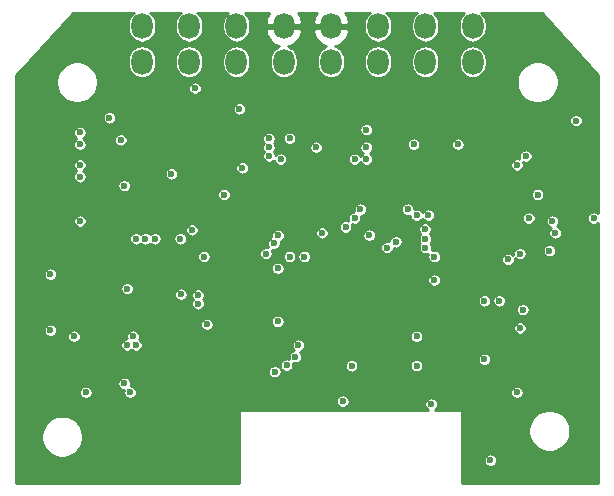
<source format=gbr>
G04 #@! TF.GenerationSoftware,KiCad,Pcbnew,(5.0.0)*
G04 #@! TF.CreationDate,2019-08-11T19:05:01-03:00*
G04 #@! TF.ProjectId,PF_apiner,50465F6170696E65722E6B696361645F,rev?*
G04 #@! TF.SameCoordinates,Original*
G04 #@! TF.FileFunction,Copper,L3,Inr,Signal*
G04 #@! TF.FilePolarity,Positive*
%FSLAX46Y46*%
G04 Gerber Fmt 4.6, Leading zero omitted, Abs format (unit mm)*
G04 Created by KiCad (PCBNEW (5.0.0)) date 08/11/19 19:05:01*
%MOMM*%
%LPD*%
G01*
G04 APERTURE LIST*
G04 #@! TA.AperFunction,ViaPad*
%ADD10O,1.800000X2.200000*%
G04 #@! TD*
G04 #@! TA.AperFunction,ViaPad*
%ADD11C,0.600000*%
G04 #@! TD*
G04 #@! TA.AperFunction,Conductor*
%ADD12C,0.150000*%
G04 #@! TD*
G04 #@! TA.AperFunction,Conductor*
%ADD13C,0.254000*%
G04 #@! TD*
G04 APERTURE END LIST*
D10*
G04 #@! TO.N,/L-LINE*
G04 #@! TO.C,J1*
X95000000Y-41500000D03*
G04 #@! TO.N,/HS_CAN_N*
X99000000Y-41500000D03*
G04 #@! TO.N,Net-(J1-Pad13)*
X103000000Y-41500000D03*
G04 #@! TO.N,Net-(J1-Pad12)*
X107000000Y-41500000D03*
G04 #@! TO.N,/MS_CAN_N*
X111000000Y-41500000D03*
G04 #@! TO.N,/J1850_BUS-*
X115000000Y-41500000D03*
G04 #@! TO.N,/J1850_BUS+*
X115000000Y-38500000D03*
G04 #@! TO.N,/MS_CAN_P*
X111000000Y-38500000D03*
G04 #@! TO.N,GND*
X107000000Y-38500000D03*
X103000000Y-38500000D03*
G04 #@! TO.N,/HS_CAN_P*
X99000000Y-38500000D03*
G04 #@! TO.N,/K-LINE*
X95000000Y-38500000D03*
G04 #@! TO.N,Net-(J1-Pad9)*
X119000000Y-41500000D03*
G04 #@! TO.N,/SW_CAN*
X119000000Y-38500000D03*
G04 #@! TO.N,Net-(J1-Pad8)*
X91000000Y-38500000D03*
G04 #@! TO.N,VIN*
X91000000Y-41500000D03*
G04 #@! TD*
D11*
G04 #@! TO.N,GND*
X129000000Y-56000000D03*
X110750000Y-69800000D03*
X106500000Y-69666413D03*
X119750000Y-62750000D03*
X96282074Y-60242599D03*
X94250000Y-69250000D03*
X93500000Y-69250000D03*
X110931510Y-46671460D03*
X105500000Y-42750000D03*
X99750000Y-51750000D03*
X103121232Y-54871232D03*
X85500000Y-38250000D03*
X85500000Y-39000000D03*
X113000000Y-42750000D03*
X122500000Y-38000000D03*
X123250000Y-58750000D03*
X119250000Y-71500000D03*
X121750000Y-71500000D03*
X117700000Y-51500000D03*
X115600000Y-51400000D03*
X121300000Y-66600000D03*
X125300000Y-64200000D03*
X128700000Y-68000000D03*
X128600000Y-61000000D03*
X127600000Y-57300000D03*
X128600000Y-60000000D03*
X121000000Y-47400000D03*
X115500000Y-48500000D03*
X81800000Y-56100000D03*
X83750000Y-56000000D03*
X84500000Y-56000000D03*
X94500000Y-51250000D03*
X98250000Y-45750000D03*
X92000000Y-49250000D03*
X88575000Y-52250000D03*
X96250000Y-55750000D03*
X89250000Y-62250000D03*
X83250000Y-61000000D03*
X83000000Y-68000000D03*
X87750000Y-70750000D03*
X87500000Y-76250000D03*
X102000000Y-69500000D03*
X98000000Y-70750000D03*
X98500000Y-74250000D03*
X98500000Y-75250000D03*
X98500000Y-76250000D03*
X109750000Y-59750000D03*
X111400000Y-59750000D03*
X111400000Y-61400000D03*
X109750000Y-61400000D03*
X108100000Y-61400000D03*
X108100000Y-63050000D03*
X109750000Y-63050000D03*
X111400000Y-63050000D03*
X111400000Y-64700000D03*
X109750000Y-64700000D03*
X108100000Y-64700000D03*
X106450000Y-64700000D03*
X106450000Y-63050000D03*
X106450000Y-61400000D03*
X108100000Y-59750000D03*
X106450000Y-59750000D03*
X82750000Y-51250000D03*
X82750000Y-50250000D03*
X82750000Y-48500000D03*
X82750000Y-47500000D03*
G04 #@! TO.N,+5V*
X95750000Y-61250000D03*
X115000000Y-57250000D03*
X126000000Y-56000000D03*
X92100000Y-56500000D03*
X91300000Y-56500000D03*
X90500000Y-56500000D03*
X94300000Y-61200000D03*
X89500000Y-68750000D03*
X90000000Y-69500000D03*
X89750000Y-60723192D03*
G04 #@! TO.N,Net-(C3-Pad1)*
X85750000Y-55000000D03*
X83250000Y-59500000D03*
G04 #@! TO.N,DLC*
X123500000Y-49500000D03*
X117750000Y-48500000D03*
X114000000Y-48500000D03*
X88250000Y-46250000D03*
X95500000Y-43750000D03*
X85750000Y-51250000D03*
X85750000Y-50250000D03*
X85750000Y-48500000D03*
X85750000Y-47500000D03*
G04 #@! TO.N,+3.3V*
X96500000Y-63750000D03*
X114250000Y-64750000D03*
X109500000Y-54000000D03*
X122750000Y-69500000D03*
X99500000Y-50500000D03*
X85250000Y-64750000D03*
X95250000Y-55750000D03*
X109000000Y-49750000D03*
X102250000Y-67750000D03*
X115500000Y-70500000D03*
X90250000Y-64750000D03*
X90500000Y-65500000D03*
X89750000Y-65500000D03*
G04 #@! TO.N,DLC_SW*
X93500000Y-51000000D03*
X101750000Y-48750000D03*
X89500000Y-52000000D03*
X105750000Y-48750000D03*
G04 #@! TO.N,+5V_SW*
X120000000Y-61750000D03*
X123000000Y-64050000D03*
X120000000Y-66710000D03*
X110000000Y-47250000D03*
X122750000Y-50250000D03*
X99250000Y-45500000D03*
X96250000Y-58000000D03*
G04 #@! TO.N,DLC_RAW*
X89207697Y-48126910D03*
X86250000Y-69500000D03*
X108000000Y-70250000D03*
G04 #@! TO.N,/MicroM4/PWR_SAVE*
X101500000Y-57750000D03*
X94250000Y-56500000D03*
G04 #@! TO.N,/CAN_Transceiver/SW_CAN_LOAD*
X125500000Y-57500000D03*
X115750000Y-58000000D03*
X104750000Y-58000000D03*
G04 #@! TO.N,/ISO_Transceiver/ISO_K_TX*
X102175044Y-56880579D03*
X111750000Y-57250000D03*
G04 #@! TO.N,/ISO_Transceiver/ISO_RX*
X102500000Y-59000000D03*
X103250000Y-67200000D03*
G04 #@! TO.N,/ISO_Transceiver/ISO_L_TX*
X102518606Y-56213895D03*
X112500000Y-56750000D03*
G04 #@! TO.N,Net-(R30-Pad2)*
X110000000Y-48750000D03*
X102750000Y-49750000D03*
G04 #@! TO.N,/J1850_Transceiver/PWM_RX*
X103500000Y-58000000D03*
X104250000Y-65500000D03*
G04 #@! TO.N,Net-(R34-Pad1)*
X101750000Y-48000000D03*
G04 #@! TO.N,Net-(R37-Pad2)*
X110000000Y-49750000D03*
X103500000Y-48000000D03*
G04 #@! TO.N,/J1850_Transceiver/VPW_RX*
X101750000Y-49500000D03*
X104000000Y-66475000D03*
G04 #@! TO.N,/MicroM4/UART1_RX*
X113500000Y-54000000D03*
G04 #@! TO.N,/CAN_Transceiver/MS_CAN_RX*
X114250000Y-67250000D03*
X115750000Y-60000000D03*
G04 #@! TO.N,/CAN_Transceiver/SW_CAN_MODE0*
X108250000Y-55500000D03*
X123750000Y-54750000D03*
X114969668Y-55675000D03*
G04 #@! TO.N,/CAN_Transceiver/SW_CAN_MODE1*
X124500000Y-52750000D03*
X115250000Y-54500000D03*
X109000000Y-54750000D03*
G04 #@! TO.N,/CAN_Transceiver/SW_CAN_TX*
X125750000Y-55000000D03*
X115000000Y-56500000D03*
X110250000Y-56200000D03*
G04 #@! TO.N,/MicroM4/STN_SLEEP*
X102500000Y-63500000D03*
G04 #@! TO.N,/MicroM4/STN_RESET*
X108750000Y-67250000D03*
G04 #@! TO.N,/MicroM4/UART1_TX*
X114250000Y-54500000D03*
G04 #@! TO.N,/SW_CAN*
X129250000Y-54750000D03*
X127750000Y-46500000D03*
G04 #@! TO.N,/J1850_BUS+*
X95750000Y-62000000D03*
X106250000Y-56000000D03*
G04 #@! TO.N,/HS_CAN_N*
X121250000Y-61750000D03*
G04 #@! TO.N,/MS_CAN_N*
X123000000Y-57750000D03*
G04 #@! TO.N,/MS_CAN_P*
X122000000Y-58250000D03*
G04 #@! TO.N,/HS_CAN_P*
X123250000Y-62500000D03*
G04 #@! TO.N,/MicroM4/BOOT*
X97950002Y-52750000D03*
X83250000Y-64250000D03*
G04 #@! TO.N,Net-(C36-Pad2)*
X120500000Y-75250000D03*
G04 #@! TD*
D12*
G04 #@! TO.N,GND*
X103000000Y-38500000D02*
X107000000Y-38500000D01*
X82750000Y-47500000D02*
X82750000Y-48500000D01*
G04 #@! TD*
D13*
G04 #@! TO.N,GND*
G36*
X90163709Y-37463709D02*
X90016626Y-37642931D01*
X89907333Y-37847404D01*
X89840031Y-38069269D01*
X89823000Y-38242189D01*
X89823000Y-38757812D01*
X89840031Y-38930732D01*
X89907333Y-39152597D01*
X90016627Y-39357070D01*
X90163710Y-39536291D01*
X90342931Y-39683374D01*
X90547404Y-39792667D01*
X90769269Y-39859969D01*
X91000000Y-39882694D01*
X91230732Y-39859969D01*
X91452597Y-39792667D01*
X91657070Y-39683374D01*
X91836291Y-39536291D01*
X91983374Y-39357070D01*
X92092667Y-39152596D01*
X92159969Y-38930731D01*
X92177000Y-38757811D01*
X92177000Y-38242188D01*
X92159969Y-38069268D01*
X92092667Y-37847403D01*
X91983374Y-37642930D01*
X91836291Y-37463709D01*
X91700173Y-37352000D01*
X94299827Y-37352000D01*
X94163709Y-37463709D01*
X94016626Y-37642931D01*
X93907333Y-37847404D01*
X93840031Y-38069269D01*
X93823000Y-38242189D01*
X93823000Y-38757812D01*
X93840031Y-38930732D01*
X93907333Y-39152597D01*
X94016627Y-39357070D01*
X94163710Y-39536291D01*
X94342931Y-39683374D01*
X94547404Y-39792667D01*
X94769269Y-39859969D01*
X95000000Y-39882694D01*
X95230732Y-39859969D01*
X95452597Y-39792667D01*
X95657070Y-39683374D01*
X95836291Y-39536291D01*
X95983374Y-39357070D01*
X96092667Y-39152596D01*
X96159969Y-38930731D01*
X96177000Y-38757811D01*
X96177000Y-38242188D01*
X96159969Y-38069268D01*
X96092667Y-37847403D01*
X95983374Y-37642930D01*
X95836291Y-37463709D01*
X95700173Y-37352000D01*
X98299827Y-37352000D01*
X98163709Y-37463709D01*
X98016626Y-37642931D01*
X97907333Y-37847404D01*
X97840031Y-38069269D01*
X97823000Y-38242189D01*
X97823000Y-38757812D01*
X97840031Y-38930732D01*
X97907333Y-39152597D01*
X98016627Y-39357070D01*
X98163710Y-39536291D01*
X98342931Y-39683374D01*
X98547404Y-39792667D01*
X98769269Y-39859969D01*
X99000000Y-39882694D01*
X99230732Y-39859969D01*
X99452597Y-39792667D01*
X99657070Y-39683374D01*
X99836291Y-39536291D01*
X99983374Y-39357070D01*
X100092667Y-39152596D01*
X100159969Y-38930731D01*
X100166098Y-38868497D01*
X101469502Y-38868497D01*
X101531782Y-39163845D01*
X101650485Y-39441367D01*
X101821049Y-39690399D01*
X102036919Y-39901371D01*
X102289800Y-40066175D01*
X102569974Y-40178477D01*
X102614373Y-40187018D01*
X102547403Y-40207333D01*
X102342930Y-40316626D01*
X102163709Y-40463709D01*
X102016626Y-40642931D01*
X101907333Y-40847404D01*
X101840031Y-41069269D01*
X101823000Y-41242189D01*
X101823000Y-41757812D01*
X101840031Y-41930732D01*
X101907333Y-42152597D01*
X102016627Y-42357070D01*
X102163710Y-42536291D01*
X102342931Y-42683374D01*
X102547404Y-42792667D01*
X102769269Y-42859969D01*
X103000000Y-42882694D01*
X103230732Y-42859969D01*
X103452597Y-42792667D01*
X103657070Y-42683374D01*
X103836291Y-42536291D01*
X103983374Y-42357070D01*
X104092667Y-42152596D01*
X104159969Y-41930731D01*
X104177000Y-41757811D01*
X104177000Y-41242188D01*
X104159969Y-41069268D01*
X104092667Y-40847403D01*
X103983374Y-40642930D01*
X103836291Y-40463709D01*
X103657069Y-40316626D01*
X103452596Y-40207333D01*
X103385627Y-40187018D01*
X103430026Y-40178477D01*
X103710200Y-40066175D01*
X103963081Y-39901371D01*
X104178951Y-39690399D01*
X104349515Y-39441367D01*
X104468218Y-39163845D01*
X104530498Y-38868497D01*
X105469502Y-38868497D01*
X105531782Y-39163845D01*
X105650485Y-39441367D01*
X105821049Y-39690399D01*
X106036919Y-39901371D01*
X106289800Y-40066175D01*
X106569974Y-40178477D01*
X106614373Y-40187018D01*
X106547403Y-40207333D01*
X106342930Y-40316626D01*
X106163709Y-40463709D01*
X106016626Y-40642931D01*
X105907333Y-40847404D01*
X105840031Y-41069269D01*
X105823000Y-41242189D01*
X105823000Y-41757812D01*
X105840031Y-41930732D01*
X105907333Y-42152597D01*
X106016627Y-42357070D01*
X106163710Y-42536291D01*
X106342931Y-42683374D01*
X106547404Y-42792667D01*
X106769269Y-42859969D01*
X107000000Y-42882694D01*
X107230732Y-42859969D01*
X107452597Y-42792667D01*
X107657070Y-42683374D01*
X107836291Y-42536291D01*
X107983374Y-42357070D01*
X108092667Y-42152596D01*
X108159969Y-41930731D01*
X108177000Y-41757811D01*
X108177000Y-41242189D01*
X109823000Y-41242189D01*
X109823000Y-41757812D01*
X109840031Y-41930732D01*
X109907333Y-42152597D01*
X110016627Y-42357070D01*
X110163710Y-42536291D01*
X110342931Y-42683374D01*
X110547404Y-42792667D01*
X110769269Y-42859969D01*
X111000000Y-42882694D01*
X111230732Y-42859969D01*
X111452597Y-42792667D01*
X111657070Y-42683374D01*
X111836291Y-42536291D01*
X111983374Y-42357070D01*
X112092667Y-42152596D01*
X112159969Y-41930731D01*
X112177000Y-41757811D01*
X112177000Y-41242189D01*
X113823000Y-41242189D01*
X113823000Y-41757812D01*
X113840031Y-41930732D01*
X113907333Y-42152597D01*
X114016627Y-42357070D01*
X114163710Y-42536291D01*
X114342931Y-42683374D01*
X114547404Y-42792667D01*
X114769269Y-42859969D01*
X115000000Y-42882694D01*
X115230732Y-42859969D01*
X115452597Y-42792667D01*
X115657070Y-42683374D01*
X115836291Y-42536291D01*
X115983374Y-42357070D01*
X116092667Y-42152596D01*
X116159969Y-41930731D01*
X116177000Y-41757811D01*
X116177000Y-41242189D01*
X117823000Y-41242189D01*
X117823000Y-41757812D01*
X117840031Y-41930732D01*
X117907333Y-42152597D01*
X118016627Y-42357070D01*
X118163710Y-42536291D01*
X118342931Y-42683374D01*
X118547404Y-42792667D01*
X118769269Y-42859969D01*
X119000000Y-42882694D01*
X119230732Y-42859969D01*
X119452597Y-42792667D01*
X119657070Y-42683374D01*
X119836291Y-42536291D01*
X119983374Y-42357070D01*
X120092667Y-42152596D01*
X120159969Y-41930731D01*
X120177000Y-41757811D01*
X120177000Y-41242188D01*
X120159969Y-41069268D01*
X120092667Y-40847403D01*
X119983374Y-40642930D01*
X119836291Y-40463709D01*
X119657069Y-40316626D01*
X119452596Y-40207333D01*
X119230731Y-40140031D01*
X119000000Y-40117306D01*
X118769268Y-40140031D01*
X118547403Y-40207333D01*
X118342930Y-40316626D01*
X118163709Y-40463709D01*
X118016626Y-40642931D01*
X117907333Y-40847404D01*
X117840031Y-41069269D01*
X117823000Y-41242189D01*
X116177000Y-41242189D01*
X116177000Y-41242188D01*
X116159969Y-41069268D01*
X116092667Y-40847403D01*
X115983374Y-40642930D01*
X115836291Y-40463709D01*
X115657069Y-40316626D01*
X115452596Y-40207333D01*
X115230731Y-40140031D01*
X115000000Y-40117306D01*
X114769268Y-40140031D01*
X114547403Y-40207333D01*
X114342930Y-40316626D01*
X114163709Y-40463709D01*
X114016626Y-40642931D01*
X113907333Y-40847404D01*
X113840031Y-41069269D01*
X113823000Y-41242189D01*
X112177000Y-41242189D01*
X112177000Y-41242188D01*
X112159969Y-41069268D01*
X112092667Y-40847403D01*
X111983374Y-40642930D01*
X111836291Y-40463709D01*
X111657069Y-40316626D01*
X111452596Y-40207333D01*
X111230731Y-40140031D01*
X111000000Y-40117306D01*
X110769268Y-40140031D01*
X110547403Y-40207333D01*
X110342930Y-40316626D01*
X110163709Y-40463709D01*
X110016626Y-40642931D01*
X109907333Y-40847404D01*
X109840031Y-41069269D01*
X109823000Y-41242189D01*
X108177000Y-41242189D01*
X108177000Y-41242188D01*
X108159969Y-41069268D01*
X108092667Y-40847403D01*
X107983374Y-40642930D01*
X107836291Y-40463709D01*
X107657069Y-40316626D01*
X107452596Y-40207333D01*
X107385627Y-40187018D01*
X107430026Y-40178477D01*
X107710200Y-40066175D01*
X107963081Y-39901371D01*
X108178951Y-39690399D01*
X108349515Y-39441367D01*
X108468218Y-39163845D01*
X108530498Y-38868497D01*
X108379264Y-38627000D01*
X107127000Y-38627000D01*
X107127000Y-38647000D01*
X106873000Y-38647000D01*
X106873000Y-38627000D01*
X105620736Y-38627000D01*
X105469502Y-38868497D01*
X104530498Y-38868497D01*
X104379264Y-38627000D01*
X103127000Y-38627000D01*
X103127000Y-38647000D01*
X102873000Y-38647000D01*
X102873000Y-38627000D01*
X101620736Y-38627000D01*
X101469502Y-38868497D01*
X100166098Y-38868497D01*
X100177000Y-38757811D01*
X100177000Y-38242188D01*
X100159969Y-38069268D01*
X100092667Y-37847403D01*
X99983374Y-37642930D01*
X99836291Y-37463709D01*
X99700173Y-37352000D01*
X101792010Y-37352000D01*
X101650485Y-37558633D01*
X101531782Y-37836155D01*
X101469502Y-38131503D01*
X101620736Y-38373000D01*
X102873000Y-38373000D01*
X102873000Y-38353000D01*
X103127000Y-38353000D01*
X103127000Y-38373000D01*
X104379264Y-38373000D01*
X104530498Y-38131503D01*
X104468218Y-37836155D01*
X104349515Y-37558633D01*
X104207990Y-37352000D01*
X105792010Y-37352000D01*
X105650485Y-37558633D01*
X105531782Y-37836155D01*
X105469502Y-38131503D01*
X105620736Y-38373000D01*
X106873000Y-38373000D01*
X106873000Y-38353000D01*
X107127000Y-38353000D01*
X107127000Y-38373000D01*
X108379264Y-38373000D01*
X108530498Y-38131503D01*
X108468218Y-37836155D01*
X108349515Y-37558633D01*
X108207990Y-37352000D01*
X110299827Y-37352000D01*
X110163709Y-37463709D01*
X110016626Y-37642931D01*
X109907333Y-37847404D01*
X109840031Y-38069269D01*
X109823000Y-38242189D01*
X109823000Y-38757812D01*
X109840031Y-38930732D01*
X109907333Y-39152597D01*
X110016627Y-39357070D01*
X110163710Y-39536291D01*
X110342931Y-39683374D01*
X110547404Y-39792667D01*
X110769269Y-39859969D01*
X111000000Y-39882694D01*
X111230732Y-39859969D01*
X111452597Y-39792667D01*
X111657070Y-39683374D01*
X111836291Y-39536291D01*
X111983374Y-39357070D01*
X112092667Y-39152596D01*
X112159969Y-38930731D01*
X112177000Y-38757811D01*
X112177000Y-38242188D01*
X112159969Y-38069268D01*
X112092667Y-37847403D01*
X111983374Y-37642930D01*
X111836291Y-37463709D01*
X111700173Y-37352000D01*
X114299827Y-37352000D01*
X114163709Y-37463709D01*
X114016626Y-37642931D01*
X113907333Y-37847404D01*
X113840031Y-38069269D01*
X113823000Y-38242189D01*
X113823000Y-38757812D01*
X113840031Y-38930732D01*
X113907333Y-39152597D01*
X114016627Y-39357070D01*
X114163710Y-39536291D01*
X114342931Y-39683374D01*
X114547404Y-39792667D01*
X114769269Y-39859969D01*
X115000000Y-39882694D01*
X115230732Y-39859969D01*
X115452597Y-39792667D01*
X115657070Y-39683374D01*
X115836291Y-39536291D01*
X115983374Y-39357070D01*
X116092667Y-39152596D01*
X116159969Y-38930731D01*
X116177000Y-38757811D01*
X116177000Y-38242188D01*
X116159969Y-38069268D01*
X116092667Y-37847403D01*
X115983374Y-37642930D01*
X115836291Y-37463709D01*
X115700173Y-37352000D01*
X118299827Y-37352000D01*
X118163709Y-37463709D01*
X118016626Y-37642931D01*
X117907333Y-37847404D01*
X117840031Y-38069269D01*
X117823000Y-38242189D01*
X117823000Y-38757812D01*
X117840031Y-38930732D01*
X117907333Y-39152597D01*
X118016627Y-39357070D01*
X118163710Y-39536291D01*
X118342931Y-39683374D01*
X118547404Y-39792667D01*
X118769269Y-39859969D01*
X119000000Y-39882694D01*
X119230732Y-39859969D01*
X119452597Y-39792667D01*
X119657070Y-39683374D01*
X119836291Y-39536291D01*
X119983374Y-39357070D01*
X120092667Y-39152596D01*
X120159969Y-38930731D01*
X120177000Y-38757811D01*
X120177000Y-38242188D01*
X120159969Y-38069268D01*
X120092667Y-37847403D01*
X119983374Y-37642930D01*
X119836291Y-37463709D01*
X119700173Y-37352000D01*
X124844287Y-37352000D01*
X129648000Y-42636086D01*
X129648000Y-54331999D01*
X129617816Y-54301815D01*
X129523312Y-54238669D01*
X129418305Y-54195174D01*
X129306830Y-54173000D01*
X129193170Y-54173000D01*
X129081695Y-54195174D01*
X128976688Y-54238669D01*
X128882184Y-54301815D01*
X128801815Y-54382184D01*
X128738669Y-54476688D01*
X128695174Y-54581695D01*
X128673000Y-54693170D01*
X128673000Y-54806830D01*
X128695174Y-54918305D01*
X128738669Y-55023312D01*
X128801815Y-55117816D01*
X128882184Y-55198185D01*
X128976688Y-55261331D01*
X129081695Y-55304826D01*
X129193170Y-55327000D01*
X129306830Y-55327000D01*
X129418305Y-55304826D01*
X129523312Y-55261331D01*
X129617816Y-55198185D01*
X129648000Y-55168001D01*
X129648001Y-77148000D01*
X118110000Y-77148000D01*
X118110000Y-75193170D01*
X119923000Y-75193170D01*
X119923000Y-75306830D01*
X119945174Y-75418305D01*
X119988669Y-75523312D01*
X120051815Y-75617816D01*
X120132184Y-75698185D01*
X120226688Y-75761331D01*
X120331695Y-75804826D01*
X120443170Y-75827000D01*
X120556830Y-75827000D01*
X120668305Y-75804826D01*
X120773312Y-75761331D01*
X120867816Y-75698185D01*
X120948185Y-75617816D01*
X121011331Y-75523312D01*
X121054826Y-75418305D01*
X121077000Y-75306830D01*
X121077000Y-75193170D01*
X121054826Y-75081695D01*
X121011331Y-74976688D01*
X120948185Y-74882184D01*
X120867816Y-74801815D01*
X120773312Y-74738669D01*
X120668305Y-74695174D01*
X120556830Y-74673000D01*
X120443170Y-74673000D01*
X120331695Y-74695174D01*
X120226688Y-74738669D01*
X120132184Y-74801815D01*
X120051815Y-74882184D01*
X119988669Y-74976688D01*
X119945174Y-75081695D01*
X119923000Y-75193170D01*
X118110000Y-75193170D01*
X118110000Y-72574981D01*
X123723000Y-72574981D01*
X123723000Y-72925019D01*
X123791289Y-73268332D01*
X123925243Y-73591725D01*
X124119714Y-73882771D01*
X124367229Y-74130286D01*
X124658275Y-74324757D01*
X124981668Y-74458711D01*
X125324981Y-74527000D01*
X125675019Y-74527000D01*
X126018332Y-74458711D01*
X126341725Y-74324757D01*
X126632771Y-74130286D01*
X126880286Y-73882771D01*
X127074757Y-73591725D01*
X127208711Y-73268332D01*
X127277000Y-72925019D01*
X127277000Y-72574981D01*
X127208711Y-72231668D01*
X127074757Y-71908275D01*
X126880286Y-71617229D01*
X126632771Y-71369714D01*
X126341725Y-71175243D01*
X126018332Y-71041289D01*
X125675019Y-70973000D01*
X125324981Y-70973000D01*
X124981668Y-71041289D01*
X124658275Y-71175243D01*
X124367229Y-71369714D01*
X124119714Y-71617229D01*
X123925243Y-71908275D01*
X123791289Y-72231668D01*
X123723000Y-72574981D01*
X118110000Y-72574981D01*
X118110000Y-71120000D01*
X118107560Y-71095224D01*
X118100333Y-71071399D01*
X118088597Y-71049443D01*
X118072803Y-71030197D01*
X118053557Y-71014403D01*
X118031601Y-71002667D01*
X118007776Y-70995440D01*
X117983000Y-70993000D01*
X115800746Y-70993000D01*
X115867816Y-70948185D01*
X115948185Y-70867816D01*
X116011331Y-70773312D01*
X116054826Y-70668305D01*
X116077000Y-70556830D01*
X116077000Y-70443170D01*
X116054826Y-70331695D01*
X116011331Y-70226688D01*
X115948185Y-70132184D01*
X115867816Y-70051815D01*
X115773312Y-69988669D01*
X115668305Y-69945174D01*
X115556830Y-69923000D01*
X115443170Y-69923000D01*
X115331695Y-69945174D01*
X115226688Y-69988669D01*
X115132184Y-70051815D01*
X115051815Y-70132184D01*
X114988669Y-70226688D01*
X114945174Y-70331695D01*
X114923000Y-70443170D01*
X114923000Y-70556830D01*
X114945174Y-70668305D01*
X114988669Y-70773312D01*
X115051815Y-70867816D01*
X115132184Y-70948185D01*
X115199254Y-70993000D01*
X99314000Y-70993000D01*
X99289224Y-70995440D01*
X99265399Y-71002667D01*
X99243443Y-71014403D01*
X99224197Y-71030197D01*
X99208403Y-71049443D01*
X99196667Y-71071399D01*
X99189440Y-71095224D01*
X99187000Y-71120000D01*
X99187000Y-77148000D01*
X80352000Y-77148000D01*
X80352000Y-73074981D01*
X82473000Y-73074981D01*
X82473000Y-73425019D01*
X82541289Y-73768332D01*
X82675243Y-74091725D01*
X82869714Y-74382771D01*
X83117229Y-74630286D01*
X83408275Y-74824757D01*
X83731668Y-74958711D01*
X84074981Y-75027000D01*
X84425019Y-75027000D01*
X84768332Y-74958711D01*
X85091725Y-74824757D01*
X85382771Y-74630286D01*
X85630286Y-74382771D01*
X85824757Y-74091725D01*
X85958711Y-73768332D01*
X86027000Y-73425019D01*
X86027000Y-73074981D01*
X85958711Y-72731668D01*
X85824757Y-72408275D01*
X85630286Y-72117229D01*
X85382771Y-71869714D01*
X85091725Y-71675243D01*
X84768332Y-71541289D01*
X84425019Y-71473000D01*
X84074981Y-71473000D01*
X83731668Y-71541289D01*
X83408275Y-71675243D01*
X83117229Y-71869714D01*
X82869714Y-72117229D01*
X82675243Y-72408275D01*
X82541289Y-72731668D01*
X82473000Y-73074981D01*
X80352000Y-73074981D01*
X80352000Y-70193170D01*
X107423000Y-70193170D01*
X107423000Y-70306830D01*
X107445174Y-70418305D01*
X107488669Y-70523312D01*
X107551815Y-70617816D01*
X107632184Y-70698185D01*
X107726688Y-70761331D01*
X107831695Y-70804826D01*
X107943170Y-70827000D01*
X108056830Y-70827000D01*
X108168305Y-70804826D01*
X108273312Y-70761331D01*
X108367816Y-70698185D01*
X108448185Y-70617816D01*
X108511331Y-70523312D01*
X108554826Y-70418305D01*
X108577000Y-70306830D01*
X108577000Y-70193170D01*
X108554826Y-70081695D01*
X108511331Y-69976688D01*
X108448185Y-69882184D01*
X108367816Y-69801815D01*
X108273312Y-69738669D01*
X108168305Y-69695174D01*
X108056830Y-69673000D01*
X107943170Y-69673000D01*
X107831695Y-69695174D01*
X107726688Y-69738669D01*
X107632184Y-69801815D01*
X107551815Y-69882184D01*
X107488669Y-69976688D01*
X107445174Y-70081695D01*
X107423000Y-70193170D01*
X80352000Y-70193170D01*
X80352000Y-69443170D01*
X85673000Y-69443170D01*
X85673000Y-69556830D01*
X85695174Y-69668305D01*
X85738669Y-69773312D01*
X85801815Y-69867816D01*
X85882184Y-69948185D01*
X85976688Y-70011331D01*
X86081695Y-70054826D01*
X86193170Y-70077000D01*
X86306830Y-70077000D01*
X86418305Y-70054826D01*
X86523312Y-70011331D01*
X86617816Y-69948185D01*
X86698185Y-69867816D01*
X86761331Y-69773312D01*
X86804826Y-69668305D01*
X86827000Y-69556830D01*
X86827000Y-69443170D01*
X86804826Y-69331695D01*
X86761331Y-69226688D01*
X86698185Y-69132184D01*
X86617816Y-69051815D01*
X86523312Y-68988669D01*
X86418305Y-68945174D01*
X86306830Y-68923000D01*
X86193170Y-68923000D01*
X86081695Y-68945174D01*
X85976688Y-68988669D01*
X85882184Y-69051815D01*
X85801815Y-69132184D01*
X85738669Y-69226688D01*
X85695174Y-69331695D01*
X85673000Y-69443170D01*
X80352000Y-69443170D01*
X80352000Y-68693170D01*
X88923000Y-68693170D01*
X88923000Y-68806830D01*
X88945174Y-68918305D01*
X88988669Y-69023312D01*
X89051815Y-69117816D01*
X89132184Y-69198185D01*
X89226688Y-69261331D01*
X89331695Y-69304826D01*
X89443170Y-69327000D01*
X89447119Y-69327000D01*
X89445174Y-69331695D01*
X89423000Y-69443170D01*
X89423000Y-69556830D01*
X89445174Y-69668305D01*
X89488669Y-69773312D01*
X89551815Y-69867816D01*
X89632184Y-69948185D01*
X89726688Y-70011331D01*
X89831695Y-70054826D01*
X89943170Y-70077000D01*
X90056830Y-70077000D01*
X90168305Y-70054826D01*
X90273312Y-70011331D01*
X90367816Y-69948185D01*
X90448185Y-69867816D01*
X90511331Y-69773312D01*
X90554826Y-69668305D01*
X90577000Y-69556830D01*
X90577000Y-69443170D01*
X122173000Y-69443170D01*
X122173000Y-69556830D01*
X122195174Y-69668305D01*
X122238669Y-69773312D01*
X122301815Y-69867816D01*
X122382184Y-69948185D01*
X122476688Y-70011331D01*
X122581695Y-70054826D01*
X122693170Y-70077000D01*
X122806830Y-70077000D01*
X122918305Y-70054826D01*
X123023312Y-70011331D01*
X123117816Y-69948185D01*
X123198185Y-69867816D01*
X123261331Y-69773312D01*
X123304826Y-69668305D01*
X123327000Y-69556830D01*
X123327000Y-69443170D01*
X123304826Y-69331695D01*
X123261331Y-69226688D01*
X123198185Y-69132184D01*
X123117816Y-69051815D01*
X123023312Y-68988669D01*
X122918305Y-68945174D01*
X122806830Y-68923000D01*
X122693170Y-68923000D01*
X122581695Y-68945174D01*
X122476688Y-68988669D01*
X122382184Y-69051815D01*
X122301815Y-69132184D01*
X122238669Y-69226688D01*
X122195174Y-69331695D01*
X122173000Y-69443170D01*
X90577000Y-69443170D01*
X90554826Y-69331695D01*
X90511331Y-69226688D01*
X90448185Y-69132184D01*
X90367816Y-69051815D01*
X90273312Y-68988669D01*
X90168305Y-68945174D01*
X90056830Y-68923000D01*
X90052881Y-68923000D01*
X90054826Y-68918305D01*
X90077000Y-68806830D01*
X90077000Y-68693170D01*
X90054826Y-68581695D01*
X90011331Y-68476688D01*
X89948185Y-68382184D01*
X89867816Y-68301815D01*
X89773312Y-68238669D01*
X89668305Y-68195174D01*
X89556830Y-68173000D01*
X89443170Y-68173000D01*
X89331695Y-68195174D01*
X89226688Y-68238669D01*
X89132184Y-68301815D01*
X89051815Y-68382184D01*
X88988669Y-68476688D01*
X88945174Y-68581695D01*
X88923000Y-68693170D01*
X80352000Y-68693170D01*
X80352000Y-67693170D01*
X101673000Y-67693170D01*
X101673000Y-67806830D01*
X101695174Y-67918305D01*
X101738669Y-68023312D01*
X101801815Y-68117816D01*
X101882184Y-68198185D01*
X101976688Y-68261331D01*
X102081695Y-68304826D01*
X102193170Y-68327000D01*
X102306830Y-68327000D01*
X102418305Y-68304826D01*
X102523312Y-68261331D01*
X102617816Y-68198185D01*
X102698185Y-68117816D01*
X102761331Y-68023312D01*
X102804826Y-67918305D01*
X102827000Y-67806830D01*
X102827000Y-67693170D01*
X102804826Y-67581695D01*
X102794612Y-67557036D01*
X102801815Y-67567816D01*
X102882184Y-67648185D01*
X102976688Y-67711331D01*
X103081695Y-67754826D01*
X103193170Y-67777000D01*
X103306830Y-67777000D01*
X103418305Y-67754826D01*
X103523312Y-67711331D01*
X103617816Y-67648185D01*
X103698185Y-67567816D01*
X103761331Y-67473312D01*
X103804826Y-67368305D01*
X103827000Y-67256830D01*
X103827000Y-67193170D01*
X108173000Y-67193170D01*
X108173000Y-67306830D01*
X108195174Y-67418305D01*
X108238669Y-67523312D01*
X108301815Y-67617816D01*
X108382184Y-67698185D01*
X108476688Y-67761331D01*
X108581695Y-67804826D01*
X108693170Y-67827000D01*
X108806830Y-67827000D01*
X108918305Y-67804826D01*
X109023312Y-67761331D01*
X109117816Y-67698185D01*
X109198185Y-67617816D01*
X109261331Y-67523312D01*
X109304826Y-67418305D01*
X109327000Y-67306830D01*
X109327000Y-67193170D01*
X113673000Y-67193170D01*
X113673000Y-67306830D01*
X113695174Y-67418305D01*
X113738669Y-67523312D01*
X113801815Y-67617816D01*
X113882184Y-67698185D01*
X113976688Y-67761331D01*
X114081695Y-67804826D01*
X114193170Y-67827000D01*
X114306830Y-67827000D01*
X114418305Y-67804826D01*
X114523312Y-67761331D01*
X114617816Y-67698185D01*
X114698185Y-67617816D01*
X114761331Y-67523312D01*
X114804826Y-67418305D01*
X114827000Y-67306830D01*
X114827000Y-67193170D01*
X114804826Y-67081695D01*
X114761331Y-66976688D01*
X114698185Y-66882184D01*
X114617816Y-66801815D01*
X114523312Y-66738669D01*
X114418305Y-66695174D01*
X114306830Y-66673000D01*
X114193170Y-66673000D01*
X114081695Y-66695174D01*
X113976688Y-66738669D01*
X113882184Y-66801815D01*
X113801815Y-66882184D01*
X113738669Y-66976688D01*
X113695174Y-67081695D01*
X113673000Y-67193170D01*
X109327000Y-67193170D01*
X109304826Y-67081695D01*
X109261331Y-66976688D01*
X109198185Y-66882184D01*
X109117816Y-66801815D01*
X109023312Y-66738669D01*
X108918305Y-66695174D01*
X108806830Y-66673000D01*
X108693170Y-66673000D01*
X108581695Y-66695174D01*
X108476688Y-66738669D01*
X108382184Y-66801815D01*
X108301815Y-66882184D01*
X108238669Y-66976688D01*
X108195174Y-67081695D01*
X108173000Y-67193170D01*
X103827000Y-67193170D01*
X103827000Y-67143170D01*
X103804826Y-67031695D01*
X103798327Y-67016005D01*
X103831695Y-67029826D01*
X103943170Y-67052000D01*
X104056830Y-67052000D01*
X104168305Y-67029826D01*
X104273312Y-66986331D01*
X104367816Y-66923185D01*
X104448185Y-66842816D01*
X104511331Y-66748312D01*
X104550739Y-66653170D01*
X119423000Y-66653170D01*
X119423000Y-66766830D01*
X119445174Y-66878305D01*
X119488669Y-66983312D01*
X119551815Y-67077816D01*
X119632184Y-67158185D01*
X119726688Y-67221331D01*
X119831695Y-67264826D01*
X119943170Y-67287000D01*
X120056830Y-67287000D01*
X120168305Y-67264826D01*
X120273312Y-67221331D01*
X120367816Y-67158185D01*
X120448185Y-67077816D01*
X120511331Y-66983312D01*
X120554826Y-66878305D01*
X120577000Y-66766830D01*
X120577000Y-66653170D01*
X120554826Y-66541695D01*
X120511331Y-66436688D01*
X120448185Y-66342184D01*
X120367816Y-66261815D01*
X120273312Y-66198669D01*
X120168305Y-66155174D01*
X120056830Y-66133000D01*
X119943170Y-66133000D01*
X119831695Y-66155174D01*
X119726688Y-66198669D01*
X119632184Y-66261815D01*
X119551815Y-66342184D01*
X119488669Y-66436688D01*
X119445174Y-66541695D01*
X119423000Y-66653170D01*
X104550739Y-66653170D01*
X104554826Y-66643305D01*
X104577000Y-66531830D01*
X104577000Y-66418170D01*
X104554826Y-66306695D01*
X104511331Y-66201688D01*
X104448185Y-66107184D01*
X104399556Y-66058555D01*
X104418305Y-66054826D01*
X104523312Y-66011331D01*
X104617816Y-65948185D01*
X104698185Y-65867816D01*
X104761331Y-65773312D01*
X104804826Y-65668305D01*
X104827000Y-65556830D01*
X104827000Y-65443170D01*
X104804826Y-65331695D01*
X104761331Y-65226688D01*
X104698185Y-65132184D01*
X104617816Y-65051815D01*
X104523312Y-64988669D01*
X104418305Y-64945174D01*
X104306830Y-64923000D01*
X104193170Y-64923000D01*
X104081695Y-64945174D01*
X103976688Y-64988669D01*
X103882184Y-65051815D01*
X103801815Y-65132184D01*
X103738669Y-65226688D01*
X103695174Y-65331695D01*
X103673000Y-65443170D01*
X103673000Y-65556830D01*
X103695174Y-65668305D01*
X103738669Y-65773312D01*
X103801815Y-65867816D01*
X103850444Y-65916445D01*
X103831695Y-65920174D01*
X103726688Y-65963669D01*
X103632184Y-66026815D01*
X103551815Y-66107184D01*
X103488669Y-66201688D01*
X103445174Y-66306695D01*
X103423000Y-66418170D01*
X103423000Y-66531830D01*
X103445174Y-66643305D01*
X103451673Y-66658995D01*
X103418305Y-66645174D01*
X103306830Y-66623000D01*
X103193170Y-66623000D01*
X103081695Y-66645174D01*
X102976688Y-66688669D01*
X102882184Y-66751815D01*
X102801815Y-66832184D01*
X102738669Y-66926688D01*
X102695174Y-67031695D01*
X102673000Y-67143170D01*
X102673000Y-67256830D01*
X102695174Y-67368305D01*
X102705388Y-67392964D01*
X102698185Y-67382184D01*
X102617816Y-67301815D01*
X102523312Y-67238669D01*
X102418305Y-67195174D01*
X102306830Y-67173000D01*
X102193170Y-67173000D01*
X102081695Y-67195174D01*
X101976688Y-67238669D01*
X101882184Y-67301815D01*
X101801815Y-67382184D01*
X101738669Y-67476688D01*
X101695174Y-67581695D01*
X101673000Y-67693170D01*
X80352000Y-67693170D01*
X80352000Y-65443170D01*
X89173000Y-65443170D01*
X89173000Y-65556830D01*
X89195174Y-65668305D01*
X89238669Y-65773312D01*
X89301815Y-65867816D01*
X89382184Y-65948185D01*
X89476688Y-66011331D01*
X89581695Y-66054826D01*
X89693170Y-66077000D01*
X89806830Y-66077000D01*
X89918305Y-66054826D01*
X90023312Y-66011331D01*
X90117816Y-65948185D01*
X90125000Y-65941001D01*
X90132184Y-65948185D01*
X90226688Y-66011331D01*
X90331695Y-66054826D01*
X90443170Y-66077000D01*
X90556830Y-66077000D01*
X90668305Y-66054826D01*
X90773312Y-66011331D01*
X90867816Y-65948185D01*
X90948185Y-65867816D01*
X91011331Y-65773312D01*
X91054826Y-65668305D01*
X91077000Y-65556830D01*
X91077000Y-65443170D01*
X91054826Y-65331695D01*
X91011331Y-65226688D01*
X90948185Y-65132184D01*
X90867816Y-65051815D01*
X90775167Y-64989909D01*
X90804826Y-64918305D01*
X90827000Y-64806830D01*
X90827000Y-64693170D01*
X113673000Y-64693170D01*
X113673000Y-64806830D01*
X113695174Y-64918305D01*
X113738669Y-65023312D01*
X113801815Y-65117816D01*
X113882184Y-65198185D01*
X113976688Y-65261331D01*
X114081695Y-65304826D01*
X114193170Y-65327000D01*
X114306830Y-65327000D01*
X114418305Y-65304826D01*
X114523312Y-65261331D01*
X114617816Y-65198185D01*
X114698185Y-65117816D01*
X114761331Y-65023312D01*
X114804826Y-64918305D01*
X114827000Y-64806830D01*
X114827000Y-64693170D01*
X114804826Y-64581695D01*
X114761331Y-64476688D01*
X114698185Y-64382184D01*
X114617816Y-64301815D01*
X114523312Y-64238669D01*
X114418305Y-64195174D01*
X114306830Y-64173000D01*
X114193170Y-64173000D01*
X114081695Y-64195174D01*
X113976688Y-64238669D01*
X113882184Y-64301815D01*
X113801815Y-64382184D01*
X113738669Y-64476688D01*
X113695174Y-64581695D01*
X113673000Y-64693170D01*
X90827000Y-64693170D01*
X90804826Y-64581695D01*
X90761331Y-64476688D01*
X90698185Y-64382184D01*
X90617816Y-64301815D01*
X90523312Y-64238669D01*
X90418305Y-64195174D01*
X90306830Y-64173000D01*
X90193170Y-64173000D01*
X90081695Y-64195174D01*
X89976688Y-64238669D01*
X89882184Y-64301815D01*
X89801815Y-64382184D01*
X89738669Y-64476688D01*
X89695174Y-64581695D01*
X89673000Y-64693170D01*
X89673000Y-64806830D01*
X89695174Y-64918305D01*
X89697119Y-64923000D01*
X89693170Y-64923000D01*
X89581695Y-64945174D01*
X89476688Y-64988669D01*
X89382184Y-65051815D01*
X89301815Y-65132184D01*
X89238669Y-65226688D01*
X89195174Y-65331695D01*
X89173000Y-65443170D01*
X80352000Y-65443170D01*
X80352000Y-64193170D01*
X82673000Y-64193170D01*
X82673000Y-64306830D01*
X82695174Y-64418305D01*
X82738669Y-64523312D01*
X82801815Y-64617816D01*
X82882184Y-64698185D01*
X82976688Y-64761331D01*
X83081695Y-64804826D01*
X83193170Y-64827000D01*
X83306830Y-64827000D01*
X83418305Y-64804826D01*
X83523312Y-64761331D01*
X83617816Y-64698185D01*
X83622831Y-64693170D01*
X84673000Y-64693170D01*
X84673000Y-64806830D01*
X84695174Y-64918305D01*
X84738669Y-65023312D01*
X84801815Y-65117816D01*
X84882184Y-65198185D01*
X84976688Y-65261331D01*
X85081695Y-65304826D01*
X85193170Y-65327000D01*
X85306830Y-65327000D01*
X85418305Y-65304826D01*
X85523312Y-65261331D01*
X85617816Y-65198185D01*
X85698185Y-65117816D01*
X85761331Y-65023312D01*
X85804826Y-64918305D01*
X85827000Y-64806830D01*
X85827000Y-64693170D01*
X85804826Y-64581695D01*
X85761331Y-64476688D01*
X85698185Y-64382184D01*
X85617816Y-64301815D01*
X85523312Y-64238669D01*
X85418305Y-64195174D01*
X85306830Y-64173000D01*
X85193170Y-64173000D01*
X85081695Y-64195174D01*
X84976688Y-64238669D01*
X84882184Y-64301815D01*
X84801815Y-64382184D01*
X84738669Y-64476688D01*
X84695174Y-64581695D01*
X84673000Y-64693170D01*
X83622831Y-64693170D01*
X83698185Y-64617816D01*
X83761331Y-64523312D01*
X83804826Y-64418305D01*
X83827000Y-64306830D01*
X83827000Y-64193170D01*
X83804826Y-64081695D01*
X83761331Y-63976688D01*
X83698185Y-63882184D01*
X83617816Y-63801815D01*
X83523312Y-63738669D01*
X83418305Y-63695174D01*
X83408231Y-63693170D01*
X95923000Y-63693170D01*
X95923000Y-63806830D01*
X95945174Y-63918305D01*
X95988669Y-64023312D01*
X96051815Y-64117816D01*
X96132184Y-64198185D01*
X96226688Y-64261331D01*
X96331695Y-64304826D01*
X96443170Y-64327000D01*
X96556830Y-64327000D01*
X96668305Y-64304826D01*
X96773312Y-64261331D01*
X96867816Y-64198185D01*
X96948185Y-64117816D01*
X97011331Y-64023312D01*
X97054826Y-63918305D01*
X97077000Y-63806830D01*
X97077000Y-63693170D01*
X97054826Y-63581695D01*
X97011331Y-63476688D01*
X96988935Y-63443170D01*
X101923000Y-63443170D01*
X101923000Y-63556830D01*
X101945174Y-63668305D01*
X101988669Y-63773312D01*
X102051815Y-63867816D01*
X102132184Y-63948185D01*
X102226688Y-64011331D01*
X102331695Y-64054826D01*
X102443170Y-64077000D01*
X102556830Y-64077000D01*
X102668305Y-64054826D01*
X102773312Y-64011331D01*
X102800491Y-63993170D01*
X122423000Y-63993170D01*
X122423000Y-64106830D01*
X122445174Y-64218305D01*
X122488669Y-64323312D01*
X122551815Y-64417816D01*
X122632184Y-64498185D01*
X122726688Y-64561331D01*
X122831695Y-64604826D01*
X122943170Y-64627000D01*
X123056830Y-64627000D01*
X123168305Y-64604826D01*
X123273312Y-64561331D01*
X123367816Y-64498185D01*
X123448185Y-64417816D01*
X123511331Y-64323312D01*
X123554826Y-64218305D01*
X123577000Y-64106830D01*
X123577000Y-63993170D01*
X123554826Y-63881695D01*
X123511331Y-63776688D01*
X123448185Y-63682184D01*
X123367816Y-63601815D01*
X123273312Y-63538669D01*
X123168305Y-63495174D01*
X123056830Y-63473000D01*
X122943170Y-63473000D01*
X122831695Y-63495174D01*
X122726688Y-63538669D01*
X122632184Y-63601815D01*
X122551815Y-63682184D01*
X122488669Y-63776688D01*
X122445174Y-63881695D01*
X122423000Y-63993170D01*
X102800491Y-63993170D01*
X102867816Y-63948185D01*
X102948185Y-63867816D01*
X103011331Y-63773312D01*
X103054826Y-63668305D01*
X103077000Y-63556830D01*
X103077000Y-63443170D01*
X103054826Y-63331695D01*
X103011331Y-63226688D01*
X102948185Y-63132184D01*
X102867816Y-63051815D01*
X102773312Y-62988669D01*
X102668305Y-62945174D01*
X102556830Y-62923000D01*
X102443170Y-62923000D01*
X102331695Y-62945174D01*
X102226688Y-62988669D01*
X102132184Y-63051815D01*
X102051815Y-63132184D01*
X101988669Y-63226688D01*
X101945174Y-63331695D01*
X101923000Y-63443170D01*
X96988935Y-63443170D01*
X96948185Y-63382184D01*
X96867816Y-63301815D01*
X96773312Y-63238669D01*
X96668305Y-63195174D01*
X96556830Y-63173000D01*
X96443170Y-63173000D01*
X96331695Y-63195174D01*
X96226688Y-63238669D01*
X96132184Y-63301815D01*
X96051815Y-63382184D01*
X95988669Y-63476688D01*
X95945174Y-63581695D01*
X95923000Y-63693170D01*
X83408231Y-63693170D01*
X83306830Y-63673000D01*
X83193170Y-63673000D01*
X83081695Y-63695174D01*
X82976688Y-63738669D01*
X82882184Y-63801815D01*
X82801815Y-63882184D01*
X82738669Y-63976688D01*
X82695174Y-64081695D01*
X82673000Y-64193170D01*
X80352000Y-64193170D01*
X80352000Y-60666362D01*
X89173000Y-60666362D01*
X89173000Y-60780022D01*
X89195174Y-60891497D01*
X89238669Y-60996504D01*
X89301815Y-61091008D01*
X89382184Y-61171377D01*
X89476688Y-61234523D01*
X89581695Y-61278018D01*
X89693170Y-61300192D01*
X89806830Y-61300192D01*
X89918305Y-61278018D01*
X90023312Y-61234523D01*
X90117816Y-61171377D01*
X90146023Y-61143170D01*
X93723000Y-61143170D01*
X93723000Y-61256830D01*
X93745174Y-61368305D01*
X93788669Y-61473312D01*
X93851815Y-61567816D01*
X93932184Y-61648185D01*
X94026688Y-61711331D01*
X94131695Y-61754826D01*
X94243170Y-61777000D01*
X94356830Y-61777000D01*
X94468305Y-61754826D01*
X94573312Y-61711331D01*
X94667816Y-61648185D01*
X94748185Y-61567816D01*
X94811331Y-61473312D01*
X94854826Y-61368305D01*
X94877000Y-61256830D01*
X94877000Y-61193170D01*
X95173000Y-61193170D01*
X95173000Y-61306830D01*
X95195174Y-61418305D01*
X95238669Y-61523312D01*
X95301815Y-61617816D01*
X95308999Y-61625000D01*
X95301815Y-61632184D01*
X95238669Y-61726688D01*
X95195174Y-61831695D01*
X95173000Y-61943170D01*
X95173000Y-62056830D01*
X95195174Y-62168305D01*
X95238669Y-62273312D01*
X95301815Y-62367816D01*
X95382184Y-62448185D01*
X95476688Y-62511331D01*
X95581695Y-62554826D01*
X95693170Y-62577000D01*
X95806830Y-62577000D01*
X95918305Y-62554826D01*
X96023312Y-62511331D01*
X96117816Y-62448185D01*
X96122831Y-62443170D01*
X122673000Y-62443170D01*
X122673000Y-62556830D01*
X122695174Y-62668305D01*
X122738669Y-62773312D01*
X122801815Y-62867816D01*
X122882184Y-62948185D01*
X122976688Y-63011331D01*
X123081695Y-63054826D01*
X123193170Y-63077000D01*
X123306830Y-63077000D01*
X123418305Y-63054826D01*
X123523312Y-63011331D01*
X123617816Y-62948185D01*
X123698185Y-62867816D01*
X123761331Y-62773312D01*
X123804826Y-62668305D01*
X123827000Y-62556830D01*
X123827000Y-62443170D01*
X123804826Y-62331695D01*
X123761331Y-62226688D01*
X123698185Y-62132184D01*
X123617816Y-62051815D01*
X123523312Y-61988669D01*
X123418305Y-61945174D01*
X123306830Y-61923000D01*
X123193170Y-61923000D01*
X123081695Y-61945174D01*
X122976688Y-61988669D01*
X122882184Y-62051815D01*
X122801815Y-62132184D01*
X122738669Y-62226688D01*
X122695174Y-62331695D01*
X122673000Y-62443170D01*
X96122831Y-62443170D01*
X96198185Y-62367816D01*
X96261331Y-62273312D01*
X96304826Y-62168305D01*
X96327000Y-62056830D01*
X96327000Y-61943170D01*
X96304826Y-61831695D01*
X96261331Y-61726688D01*
X96238935Y-61693170D01*
X119423000Y-61693170D01*
X119423000Y-61806830D01*
X119445174Y-61918305D01*
X119488669Y-62023312D01*
X119551815Y-62117816D01*
X119632184Y-62198185D01*
X119726688Y-62261331D01*
X119831695Y-62304826D01*
X119943170Y-62327000D01*
X120056830Y-62327000D01*
X120168305Y-62304826D01*
X120273312Y-62261331D01*
X120367816Y-62198185D01*
X120448185Y-62117816D01*
X120511331Y-62023312D01*
X120554826Y-61918305D01*
X120577000Y-61806830D01*
X120577000Y-61693170D01*
X120673000Y-61693170D01*
X120673000Y-61806830D01*
X120695174Y-61918305D01*
X120738669Y-62023312D01*
X120801815Y-62117816D01*
X120882184Y-62198185D01*
X120976688Y-62261331D01*
X121081695Y-62304826D01*
X121193170Y-62327000D01*
X121306830Y-62327000D01*
X121418305Y-62304826D01*
X121523312Y-62261331D01*
X121617816Y-62198185D01*
X121698185Y-62117816D01*
X121761331Y-62023312D01*
X121804826Y-61918305D01*
X121827000Y-61806830D01*
X121827000Y-61693170D01*
X121804826Y-61581695D01*
X121761331Y-61476688D01*
X121698185Y-61382184D01*
X121617816Y-61301815D01*
X121523312Y-61238669D01*
X121418305Y-61195174D01*
X121306830Y-61173000D01*
X121193170Y-61173000D01*
X121081695Y-61195174D01*
X120976688Y-61238669D01*
X120882184Y-61301815D01*
X120801815Y-61382184D01*
X120738669Y-61476688D01*
X120695174Y-61581695D01*
X120673000Y-61693170D01*
X120577000Y-61693170D01*
X120554826Y-61581695D01*
X120511331Y-61476688D01*
X120448185Y-61382184D01*
X120367816Y-61301815D01*
X120273312Y-61238669D01*
X120168305Y-61195174D01*
X120056830Y-61173000D01*
X119943170Y-61173000D01*
X119831695Y-61195174D01*
X119726688Y-61238669D01*
X119632184Y-61301815D01*
X119551815Y-61382184D01*
X119488669Y-61476688D01*
X119445174Y-61581695D01*
X119423000Y-61693170D01*
X96238935Y-61693170D01*
X96198185Y-61632184D01*
X96191001Y-61625000D01*
X96198185Y-61617816D01*
X96261331Y-61523312D01*
X96304826Y-61418305D01*
X96327000Y-61306830D01*
X96327000Y-61193170D01*
X96304826Y-61081695D01*
X96261331Y-60976688D01*
X96198185Y-60882184D01*
X96117816Y-60801815D01*
X96023312Y-60738669D01*
X95918305Y-60695174D01*
X95806830Y-60673000D01*
X95693170Y-60673000D01*
X95581695Y-60695174D01*
X95476688Y-60738669D01*
X95382184Y-60801815D01*
X95301815Y-60882184D01*
X95238669Y-60976688D01*
X95195174Y-61081695D01*
X95173000Y-61193170D01*
X94877000Y-61193170D01*
X94877000Y-61143170D01*
X94854826Y-61031695D01*
X94811331Y-60926688D01*
X94748185Y-60832184D01*
X94667816Y-60751815D01*
X94573312Y-60688669D01*
X94468305Y-60645174D01*
X94356830Y-60623000D01*
X94243170Y-60623000D01*
X94131695Y-60645174D01*
X94026688Y-60688669D01*
X93932184Y-60751815D01*
X93851815Y-60832184D01*
X93788669Y-60926688D01*
X93745174Y-61031695D01*
X93723000Y-61143170D01*
X90146023Y-61143170D01*
X90198185Y-61091008D01*
X90261331Y-60996504D01*
X90304826Y-60891497D01*
X90327000Y-60780022D01*
X90327000Y-60666362D01*
X90304826Y-60554887D01*
X90261331Y-60449880D01*
X90198185Y-60355376D01*
X90117816Y-60275007D01*
X90023312Y-60211861D01*
X89918305Y-60168366D01*
X89806830Y-60146192D01*
X89693170Y-60146192D01*
X89581695Y-60168366D01*
X89476688Y-60211861D01*
X89382184Y-60275007D01*
X89301815Y-60355376D01*
X89238669Y-60449880D01*
X89195174Y-60554887D01*
X89173000Y-60666362D01*
X80352000Y-60666362D01*
X80352000Y-59443170D01*
X82673000Y-59443170D01*
X82673000Y-59556830D01*
X82695174Y-59668305D01*
X82738669Y-59773312D01*
X82801815Y-59867816D01*
X82882184Y-59948185D01*
X82976688Y-60011331D01*
X83081695Y-60054826D01*
X83193170Y-60077000D01*
X83306830Y-60077000D01*
X83418305Y-60054826D01*
X83523312Y-60011331D01*
X83617816Y-59948185D01*
X83622831Y-59943170D01*
X115173000Y-59943170D01*
X115173000Y-60056830D01*
X115195174Y-60168305D01*
X115238669Y-60273312D01*
X115301815Y-60367816D01*
X115382184Y-60448185D01*
X115476688Y-60511331D01*
X115581695Y-60554826D01*
X115693170Y-60577000D01*
X115806830Y-60577000D01*
X115918305Y-60554826D01*
X116023312Y-60511331D01*
X116117816Y-60448185D01*
X116198185Y-60367816D01*
X116261331Y-60273312D01*
X116304826Y-60168305D01*
X116327000Y-60056830D01*
X116327000Y-59943170D01*
X116304826Y-59831695D01*
X116261331Y-59726688D01*
X116198185Y-59632184D01*
X116117816Y-59551815D01*
X116023312Y-59488669D01*
X115918305Y-59445174D01*
X115806830Y-59423000D01*
X115693170Y-59423000D01*
X115581695Y-59445174D01*
X115476688Y-59488669D01*
X115382184Y-59551815D01*
X115301815Y-59632184D01*
X115238669Y-59726688D01*
X115195174Y-59831695D01*
X115173000Y-59943170D01*
X83622831Y-59943170D01*
X83698185Y-59867816D01*
X83761331Y-59773312D01*
X83804826Y-59668305D01*
X83827000Y-59556830D01*
X83827000Y-59443170D01*
X83804826Y-59331695D01*
X83761331Y-59226688D01*
X83698185Y-59132184D01*
X83617816Y-59051815D01*
X83523312Y-58988669D01*
X83418305Y-58945174D01*
X83408231Y-58943170D01*
X101923000Y-58943170D01*
X101923000Y-59056830D01*
X101945174Y-59168305D01*
X101988669Y-59273312D01*
X102051815Y-59367816D01*
X102132184Y-59448185D01*
X102226688Y-59511331D01*
X102331695Y-59554826D01*
X102443170Y-59577000D01*
X102556830Y-59577000D01*
X102668305Y-59554826D01*
X102773312Y-59511331D01*
X102867816Y-59448185D01*
X102948185Y-59367816D01*
X103011331Y-59273312D01*
X103054826Y-59168305D01*
X103077000Y-59056830D01*
X103077000Y-58943170D01*
X103054826Y-58831695D01*
X103011331Y-58726688D01*
X102948185Y-58632184D01*
X102867816Y-58551815D01*
X102773312Y-58488669D01*
X102668305Y-58445174D01*
X102556830Y-58423000D01*
X102443170Y-58423000D01*
X102331695Y-58445174D01*
X102226688Y-58488669D01*
X102132184Y-58551815D01*
X102051815Y-58632184D01*
X101988669Y-58726688D01*
X101945174Y-58831695D01*
X101923000Y-58943170D01*
X83408231Y-58943170D01*
X83306830Y-58923000D01*
X83193170Y-58923000D01*
X83081695Y-58945174D01*
X82976688Y-58988669D01*
X82882184Y-59051815D01*
X82801815Y-59132184D01*
X82738669Y-59226688D01*
X82695174Y-59331695D01*
X82673000Y-59443170D01*
X80352000Y-59443170D01*
X80352000Y-57943170D01*
X95673000Y-57943170D01*
X95673000Y-58056830D01*
X95695174Y-58168305D01*
X95738669Y-58273312D01*
X95801815Y-58367816D01*
X95882184Y-58448185D01*
X95976688Y-58511331D01*
X96081695Y-58554826D01*
X96193170Y-58577000D01*
X96306830Y-58577000D01*
X96418305Y-58554826D01*
X96523312Y-58511331D01*
X96617816Y-58448185D01*
X96698185Y-58367816D01*
X96761331Y-58273312D01*
X96804826Y-58168305D01*
X96827000Y-58056830D01*
X96827000Y-57943170D01*
X96804826Y-57831695D01*
X96761331Y-57726688D01*
X96738935Y-57693170D01*
X100923000Y-57693170D01*
X100923000Y-57806830D01*
X100945174Y-57918305D01*
X100988669Y-58023312D01*
X101051815Y-58117816D01*
X101132184Y-58198185D01*
X101226688Y-58261331D01*
X101331695Y-58304826D01*
X101443170Y-58327000D01*
X101556830Y-58327000D01*
X101668305Y-58304826D01*
X101773312Y-58261331D01*
X101867816Y-58198185D01*
X101948185Y-58117816D01*
X102011331Y-58023312D01*
X102044526Y-57943170D01*
X102923000Y-57943170D01*
X102923000Y-58056830D01*
X102945174Y-58168305D01*
X102988669Y-58273312D01*
X103051815Y-58367816D01*
X103132184Y-58448185D01*
X103226688Y-58511331D01*
X103331695Y-58554826D01*
X103443170Y-58577000D01*
X103556830Y-58577000D01*
X103668305Y-58554826D01*
X103773312Y-58511331D01*
X103867816Y-58448185D01*
X103948185Y-58367816D01*
X104011331Y-58273312D01*
X104054826Y-58168305D01*
X104077000Y-58056830D01*
X104077000Y-57943170D01*
X104173000Y-57943170D01*
X104173000Y-58056830D01*
X104195174Y-58168305D01*
X104238669Y-58273312D01*
X104301815Y-58367816D01*
X104382184Y-58448185D01*
X104476688Y-58511331D01*
X104581695Y-58554826D01*
X104693170Y-58577000D01*
X104806830Y-58577000D01*
X104918305Y-58554826D01*
X105023312Y-58511331D01*
X105117816Y-58448185D01*
X105198185Y-58367816D01*
X105261331Y-58273312D01*
X105304826Y-58168305D01*
X105327000Y-58056830D01*
X105327000Y-57943170D01*
X105304826Y-57831695D01*
X105261331Y-57726688D01*
X105198185Y-57632184D01*
X105117816Y-57551815D01*
X105023312Y-57488669D01*
X104918305Y-57445174D01*
X104806830Y-57423000D01*
X104693170Y-57423000D01*
X104581695Y-57445174D01*
X104476688Y-57488669D01*
X104382184Y-57551815D01*
X104301815Y-57632184D01*
X104238669Y-57726688D01*
X104195174Y-57831695D01*
X104173000Y-57943170D01*
X104077000Y-57943170D01*
X104054826Y-57831695D01*
X104011331Y-57726688D01*
X103948185Y-57632184D01*
X103867816Y-57551815D01*
X103773312Y-57488669D01*
X103668305Y-57445174D01*
X103556830Y-57423000D01*
X103443170Y-57423000D01*
X103331695Y-57445174D01*
X103226688Y-57488669D01*
X103132184Y-57551815D01*
X103051815Y-57632184D01*
X102988669Y-57726688D01*
X102945174Y-57831695D01*
X102923000Y-57943170D01*
X102044526Y-57943170D01*
X102054826Y-57918305D01*
X102077000Y-57806830D01*
X102077000Y-57693170D01*
X102054826Y-57581695D01*
X102011331Y-57476688D01*
X101974947Y-57422237D01*
X102006739Y-57435405D01*
X102118214Y-57457579D01*
X102231874Y-57457579D01*
X102343349Y-57435405D01*
X102448356Y-57391910D01*
X102542860Y-57328764D01*
X102623229Y-57248395D01*
X102660129Y-57193170D01*
X111173000Y-57193170D01*
X111173000Y-57306830D01*
X111195174Y-57418305D01*
X111238669Y-57523312D01*
X111301815Y-57617816D01*
X111382184Y-57698185D01*
X111476688Y-57761331D01*
X111581695Y-57804826D01*
X111693170Y-57827000D01*
X111806830Y-57827000D01*
X111918305Y-57804826D01*
X112023312Y-57761331D01*
X112117816Y-57698185D01*
X112198185Y-57617816D01*
X112261331Y-57523312D01*
X112304826Y-57418305D01*
X112327000Y-57306830D01*
X112327000Y-57302881D01*
X112331695Y-57304826D01*
X112443170Y-57327000D01*
X112556830Y-57327000D01*
X112668305Y-57304826D01*
X112773312Y-57261331D01*
X112867816Y-57198185D01*
X112948185Y-57117816D01*
X113011331Y-57023312D01*
X113054826Y-56918305D01*
X113077000Y-56806830D01*
X113077000Y-56693170D01*
X113054826Y-56581695D01*
X113011331Y-56476688D01*
X112948185Y-56382184D01*
X112867816Y-56301815D01*
X112773312Y-56238669D01*
X112668305Y-56195174D01*
X112556830Y-56173000D01*
X112443170Y-56173000D01*
X112331695Y-56195174D01*
X112226688Y-56238669D01*
X112132184Y-56301815D01*
X112051815Y-56382184D01*
X111988669Y-56476688D01*
X111945174Y-56581695D01*
X111923000Y-56693170D01*
X111923000Y-56697119D01*
X111918305Y-56695174D01*
X111806830Y-56673000D01*
X111693170Y-56673000D01*
X111581695Y-56695174D01*
X111476688Y-56738669D01*
X111382184Y-56801815D01*
X111301815Y-56882184D01*
X111238669Y-56976688D01*
X111195174Y-57081695D01*
X111173000Y-57193170D01*
X102660129Y-57193170D01*
X102686375Y-57153891D01*
X102729870Y-57048884D01*
X102752044Y-56937409D01*
X102752044Y-56823749D01*
X102736973Y-56747985D01*
X102791918Y-56725226D01*
X102886422Y-56662080D01*
X102966791Y-56581711D01*
X103029937Y-56487207D01*
X103073432Y-56382200D01*
X103095606Y-56270725D01*
X103095606Y-56157065D01*
X103073432Y-56045590D01*
X103031009Y-55943170D01*
X105673000Y-55943170D01*
X105673000Y-56056830D01*
X105695174Y-56168305D01*
X105738669Y-56273312D01*
X105801815Y-56367816D01*
X105882184Y-56448185D01*
X105976688Y-56511331D01*
X106081695Y-56554826D01*
X106193170Y-56577000D01*
X106306830Y-56577000D01*
X106418305Y-56554826D01*
X106523312Y-56511331D01*
X106617816Y-56448185D01*
X106698185Y-56367816D01*
X106761331Y-56273312D01*
X106804826Y-56168305D01*
X106809825Y-56143170D01*
X109673000Y-56143170D01*
X109673000Y-56256830D01*
X109695174Y-56368305D01*
X109738669Y-56473312D01*
X109801815Y-56567816D01*
X109882184Y-56648185D01*
X109976688Y-56711331D01*
X110081695Y-56754826D01*
X110193170Y-56777000D01*
X110306830Y-56777000D01*
X110418305Y-56754826D01*
X110523312Y-56711331D01*
X110617816Y-56648185D01*
X110698185Y-56567816D01*
X110761331Y-56473312D01*
X110804826Y-56368305D01*
X110827000Y-56256830D01*
X110827000Y-56143170D01*
X110804826Y-56031695D01*
X110761331Y-55926688D01*
X110698185Y-55832184D01*
X110617816Y-55751815D01*
X110523312Y-55688669D01*
X110418305Y-55645174D01*
X110306830Y-55623000D01*
X110193170Y-55623000D01*
X110081695Y-55645174D01*
X109976688Y-55688669D01*
X109882184Y-55751815D01*
X109801815Y-55832184D01*
X109738669Y-55926688D01*
X109695174Y-56031695D01*
X109673000Y-56143170D01*
X106809825Y-56143170D01*
X106827000Y-56056830D01*
X106827000Y-55943170D01*
X106804826Y-55831695D01*
X106761331Y-55726688D01*
X106698185Y-55632184D01*
X106617816Y-55551815D01*
X106523312Y-55488669D01*
X106418305Y-55445174D01*
X106408231Y-55443170D01*
X107673000Y-55443170D01*
X107673000Y-55556830D01*
X107695174Y-55668305D01*
X107738669Y-55773312D01*
X107801815Y-55867816D01*
X107882184Y-55948185D01*
X107976688Y-56011331D01*
X108081695Y-56054826D01*
X108193170Y-56077000D01*
X108306830Y-56077000D01*
X108418305Y-56054826D01*
X108523312Y-56011331D01*
X108617816Y-55948185D01*
X108698185Y-55867816D01*
X108761331Y-55773312D01*
X108804826Y-55668305D01*
X108814798Y-55618170D01*
X114392668Y-55618170D01*
X114392668Y-55731830D01*
X114414842Y-55843305D01*
X114458337Y-55948312D01*
X114521483Y-56042816D01*
X114581333Y-56102666D01*
X114551815Y-56132184D01*
X114488669Y-56226688D01*
X114445174Y-56331695D01*
X114423000Y-56443170D01*
X114423000Y-56556830D01*
X114445174Y-56668305D01*
X114488669Y-56773312D01*
X114551815Y-56867816D01*
X114558999Y-56875000D01*
X114551815Y-56882184D01*
X114488669Y-56976688D01*
X114445174Y-57081695D01*
X114423000Y-57193170D01*
X114423000Y-57306830D01*
X114445174Y-57418305D01*
X114488669Y-57523312D01*
X114551815Y-57617816D01*
X114632184Y-57698185D01*
X114726688Y-57761331D01*
X114831695Y-57804826D01*
X114943170Y-57827000D01*
X115056830Y-57827000D01*
X115168305Y-57804826D01*
X115214173Y-57785827D01*
X115195174Y-57831695D01*
X115173000Y-57943170D01*
X115173000Y-58056830D01*
X115195174Y-58168305D01*
X115238669Y-58273312D01*
X115301815Y-58367816D01*
X115382184Y-58448185D01*
X115476688Y-58511331D01*
X115581695Y-58554826D01*
X115693170Y-58577000D01*
X115806830Y-58577000D01*
X115918305Y-58554826D01*
X116023312Y-58511331D01*
X116117816Y-58448185D01*
X116198185Y-58367816D01*
X116261331Y-58273312D01*
X116294526Y-58193170D01*
X121423000Y-58193170D01*
X121423000Y-58306830D01*
X121445174Y-58418305D01*
X121488669Y-58523312D01*
X121551815Y-58617816D01*
X121632184Y-58698185D01*
X121726688Y-58761331D01*
X121831695Y-58804826D01*
X121943170Y-58827000D01*
X122056830Y-58827000D01*
X122168305Y-58804826D01*
X122273312Y-58761331D01*
X122367816Y-58698185D01*
X122448185Y-58617816D01*
X122511331Y-58523312D01*
X122554826Y-58418305D01*
X122577000Y-58306830D01*
X122577000Y-58193170D01*
X122564543Y-58130544D01*
X122632184Y-58198185D01*
X122726688Y-58261331D01*
X122831695Y-58304826D01*
X122943170Y-58327000D01*
X123056830Y-58327000D01*
X123168305Y-58304826D01*
X123273312Y-58261331D01*
X123367816Y-58198185D01*
X123448185Y-58117816D01*
X123511331Y-58023312D01*
X123554826Y-57918305D01*
X123577000Y-57806830D01*
X123577000Y-57693170D01*
X123554826Y-57581695D01*
X123511331Y-57476688D01*
X123488935Y-57443170D01*
X124923000Y-57443170D01*
X124923000Y-57556830D01*
X124945174Y-57668305D01*
X124988669Y-57773312D01*
X125051815Y-57867816D01*
X125132184Y-57948185D01*
X125226688Y-58011331D01*
X125331695Y-58054826D01*
X125443170Y-58077000D01*
X125556830Y-58077000D01*
X125668305Y-58054826D01*
X125773312Y-58011331D01*
X125867816Y-57948185D01*
X125948185Y-57867816D01*
X126011331Y-57773312D01*
X126054826Y-57668305D01*
X126077000Y-57556830D01*
X126077000Y-57443170D01*
X126054826Y-57331695D01*
X126011331Y-57226688D01*
X125948185Y-57132184D01*
X125867816Y-57051815D01*
X125773312Y-56988669D01*
X125668305Y-56945174D01*
X125556830Y-56923000D01*
X125443170Y-56923000D01*
X125331695Y-56945174D01*
X125226688Y-56988669D01*
X125132184Y-57051815D01*
X125051815Y-57132184D01*
X124988669Y-57226688D01*
X124945174Y-57331695D01*
X124923000Y-57443170D01*
X123488935Y-57443170D01*
X123448185Y-57382184D01*
X123367816Y-57301815D01*
X123273312Y-57238669D01*
X123168305Y-57195174D01*
X123056830Y-57173000D01*
X122943170Y-57173000D01*
X122831695Y-57195174D01*
X122726688Y-57238669D01*
X122632184Y-57301815D01*
X122551815Y-57382184D01*
X122488669Y-57476688D01*
X122445174Y-57581695D01*
X122423000Y-57693170D01*
X122423000Y-57806830D01*
X122435457Y-57869456D01*
X122367816Y-57801815D01*
X122273312Y-57738669D01*
X122168305Y-57695174D01*
X122056830Y-57673000D01*
X121943170Y-57673000D01*
X121831695Y-57695174D01*
X121726688Y-57738669D01*
X121632184Y-57801815D01*
X121551815Y-57882184D01*
X121488669Y-57976688D01*
X121445174Y-58081695D01*
X121423000Y-58193170D01*
X116294526Y-58193170D01*
X116304826Y-58168305D01*
X116327000Y-58056830D01*
X116327000Y-57943170D01*
X116304826Y-57831695D01*
X116261331Y-57726688D01*
X116198185Y-57632184D01*
X116117816Y-57551815D01*
X116023312Y-57488669D01*
X115918305Y-57445174D01*
X115806830Y-57423000D01*
X115693170Y-57423000D01*
X115581695Y-57445174D01*
X115535827Y-57464173D01*
X115554826Y-57418305D01*
X115577000Y-57306830D01*
X115577000Y-57193170D01*
X115554826Y-57081695D01*
X115511331Y-56976688D01*
X115448185Y-56882184D01*
X115441001Y-56875000D01*
X115448185Y-56867816D01*
X115511331Y-56773312D01*
X115554826Y-56668305D01*
X115577000Y-56556830D01*
X115577000Y-56443170D01*
X115554826Y-56331695D01*
X115511331Y-56226688D01*
X115448185Y-56132184D01*
X115388335Y-56072334D01*
X115417853Y-56042816D01*
X115480999Y-55948312D01*
X115524494Y-55843305D01*
X115546668Y-55731830D01*
X115546668Y-55618170D01*
X115524494Y-55506695D01*
X115480999Y-55401688D01*
X115417853Y-55307184D01*
X115337484Y-55226815D01*
X115242980Y-55163669D01*
X115137973Y-55120174D01*
X115026498Y-55098000D01*
X114912838Y-55098000D01*
X114801363Y-55120174D01*
X114696356Y-55163669D01*
X114601852Y-55226815D01*
X114521483Y-55307184D01*
X114458337Y-55401688D01*
X114414842Y-55506695D01*
X114392668Y-55618170D01*
X108814798Y-55618170D01*
X108827000Y-55556830D01*
X108827000Y-55443170D01*
X108804826Y-55331695D01*
X108785827Y-55285827D01*
X108831695Y-55304826D01*
X108943170Y-55327000D01*
X109056830Y-55327000D01*
X109168305Y-55304826D01*
X109273312Y-55261331D01*
X109367816Y-55198185D01*
X109448185Y-55117816D01*
X109511331Y-55023312D01*
X109554826Y-54918305D01*
X109577000Y-54806830D01*
X109577000Y-54693170D01*
X109554826Y-54581695D01*
X109552881Y-54577000D01*
X109556830Y-54577000D01*
X109668305Y-54554826D01*
X109773312Y-54511331D01*
X109867816Y-54448185D01*
X109948185Y-54367816D01*
X110011331Y-54273312D01*
X110054826Y-54168305D01*
X110077000Y-54056830D01*
X110077000Y-53943170D01*
X112923000Y-53943170D01*
X112923000Y-54056830D01*
X112945174Y-54168305D01*
X112988669Y-54273312D01*
X113051815Y-54367816D01*
X113132184Y-54448185D01*
X113226688Y-54511331D01*
X113331695Y-54554826D01*
X113443170Y-54577000D01*
X113556830Y-54577000D01*
X113668305Y-54554826D01*
X113673000Y-54552881D01*
X113673000Y-54556830D01*
X113695174Y-54668305D01*
X113738669Y-54773312D01*
X113801815Y-54867816D01*
X113882184Y-54948185D01*
X113976688Y-55011331D01*
X114081695Y-55054826D01*
X114193170Y-55077000D01*
X114306830Y-55077000D01*
X114418305Y-55054826D01*
X114523312Y-55011331D01*
X114617816Y-54948185D01*
X114698185Y-54867816D01*
X114750000Y-54790270D01*
X114801815Y-54867816D01*
X114882184Y-54948185D01*
X114976688Y-55011331D01*
X115081695Y-55054826D01*
X115193170Y-55077000D01*
X115306830Y-55077000D01*
X115418305Y-55054826D01*
X115523312Y-55011331D01*
X115617816Y-54948185D01*
X115698185Y-54867816D01*
X115761331Y-54773312D01*
X115794526Y-54693170D01*
X123173000Y-54693170D01*
X123173000Y-54806830D01*
X123195174Y-54918305D01*
X123238669Y-55023312D01*
X123301815Y-55117816D01*
X123382184Y-55198185D01*
X123476688Y-55261331D01*
X123581695Y-55304826D01*
X123693170Y-55327000D01*
X123806830Y-55327000D01*
X123918305Y-55304826D01*
X124023312Y-55261331D01*
X124117816Y-55198185D01*
X124198185Y-55117816D01*
X124261331Y-55023312D01*
X124294526Y-54943170D01*
X125173000Y-54943170D01*
X125173000Y-55056830D01*
X125195174Y-55168305D01*
X125238669Y-55273312D01*
X125301815Y-55367816D01*
X125382184Y-55448185D01*
X125476688Y-55511331D01*
X125581695Y-55554826D01*
X125621296Y-55562703D01*
X125551815Y-55632184D01*
X125488669Y-55726688D01*
X125445174Y-55831695D01*
X125423000Y-55943170D01*
X125423000Y-56056830D01*
X125445174Y-56168305D01*
X125488669Y-56273312D01*
X125551815Y-56367816D01*
X125632184Y-56448185D01*
X125726688Y-56511331D01*
X125831695Y-56554826D01*
X125943170Y-56577000D01*
X126056830Y-56577000D01*
X126168305Y-56554826D01*
X126273312Y-56511331D01*
X126367816Y-56448185D01*
X126448185Y-56367816D01*
X126511331Y-56273312D01*
X126554826Y-56168305D01*
X126577000Y-56056830D01*
X126577000Y-55943170D01*
X126554826Y-55831695D01*
X126511331Y-55726688D01*
X126448185Y-55632184D01*
X126367816Y-55551815D01*
X126273312Y-55488669D01*
X126168305Y-55445174D01*
X126128704Y-55437297D01*
X126198185Y-55367816D01*
X126261331Y-55273312D01*
X126304826Y-55168305D01*
X126327000Y-55056830D01*
X126327000Y-54943170D01*
X126304826Y-54831695D01*
X126261331Y-54726688D01*
X126198185Y-54632184D01*
X126117816Y-54551815D01*
X126023312Y-54488669D01*
X125918305Y-54445174D01*
X125806830Y-54423000D01*
X125693170Y-54423000D01*
X125581695Y-54445174D01*
X125476688Y-54488669D01*
X125382184Y-54551815D01*
X125301815Y-54632184D01*
X125238669Y-54726688D01*
X125195174Y-54831695D01*
X125173000Y-54943170D01*
X124294526Y-54943170D01*
X124304826Y-54918305D01*
X124327000Y-54806830D01*
X124327000Y-54693170D01*
X124304826Y-54581695D01*
X124261331Y-54476688D01*
X124198185Y-54382184D01*
X124117816Y-54301815D01*
X124023312Y-54238669D01*
X123918305Y-54195174D01*
X123806830Y-54173000D01*
X123693170Y-54173000D01*
X123581695Y-54195174D01*
X123476688Y-54238669D01*
X123382184Y-54301815D01*
X123301815Y-54382184D01*
X123238669Y-54476688D01*
X123195174Y-54581695D01*
X123173000Y-54693170D01*
X115794526Y-54693170D01*
X115804826Y-54668305D01*
X115827000Y-54556830D01*
X115827000Y-54443170D01*
X115804826Y-54331695D01*
X115761331Y-54226688D01*
X115698185Y-54132184D01*
X115617816Y-54051815D01*
X115523312Y-53988669D01*
X115418305Y-53945174D01*
X115306830Y-53923000D01*
X115193170Y-53923000D01*
X115081695Y-53945174D01*
X114976688Y-53988669D01*
X114882184Y-54051815D01*
X114801815Y-54132184D01*
X114750000Y-54209730D01*
X114698185Y-54132184D01*
X114617816Y-54051815D01*
X114523312Y-53988669D01*
X114418305Y-53945174D01*
X114306830Y-53923000D01*
X114193170Y-53923000D01*
X114081695Y-53945174D01*
X114077000Y-53947119D01*
X114077000Y-53943170D01*
X114054826Y-53831695D01*
X114011331Y-53726688D01*
X113948185Y-53632184D01*
X113867816Y-53551815D01*
X113773312Y-53488669D01*
X113668305Y-53445174D01*
X113556830Y-53423000D01*
X113443170Y-53423000D01*
X113331695Y-53445174D01*
X113226688Y-53488669D01*
X113132184Y-53551815D01*
X113051815Y-53632184D01*
X112988669Y-53726688D01*
X112945174Y-53831695D01*
X112923000Y-53943170D01*
X110077000Y-53943170D01*
X110054826Y-53831695D01*
X110011331Y-53726688D01*
X109948185Y-53632184D01*
X109867816Y-53551815D01*
X109773312Y-53488669D01*
X109668305Y-53445174D01*
X109556830Y-53423000D01*
X109443170Y-53423000D01*
X109331695Y-53445174D01*
X109226688Y-53488669D01*
X109132184Y-53551815D01*
X109051815Y-53632184D01*
X108988669Y-53726688D01*
X108945174Y-53831695D01*
X108923000Y-53943170D01*
X108923000Y-54056830D01*
X108945174Y-54168305D01*
X108947119Y-54173000D01*
X108943170Y-54173000D01*
X108831695Y-54195174D01*
X108726688Y-54238669D01*
X108632184Y-54301815D01*
X108551815Y-54382184D01*
X108488669Y-54476688D01*
X108445174Y-54581695D01*
X108423000Y-54693170D01*
X108423000Y-54806830D01*
X108445174Y-54918305D01*
X108464173Y-54964173D01*
X108418305Y-54945174D01*
X108306830Y-54923000D01*
X108193170Y-54923000D01*
X108081695Y-54945174D01*
X107976688Y-54988669D01*
X107882184Y-55051815D01*
X107801815Y-55132184D01*
X107738669Y-55226688D01*
X107695174Y-55331695D01*
X107673000Y-55443170D01*
X106408231Y-55443170D01*
X106306830Y-55423000D01*
X106193170Y-55423000D01*
X106081695Y-55445174D01*
X105976688Y-55488669D01*
X105882184Y-55551815D01*
X105801815Y-55632184D01*
X105738669Y-55726688D01*
X105695174Y-55831695D01*
X105673000Y-55943170D01*
X103031009Y-55943170D01*
X103029937Y-55940583D01*
X102966791Y-55846079D01*
X102886422Y-55765710D01*
X102791918Y-55702564D01*
X102686911Y-55659069D01*
X102575436Y-55636895D01*
X102461776Y-55636895D01*
X102350301Y-55659069D01*
X102245294Y-55702564D01*
X102150790Y-55765710D01*
X102070421Y-55846079D01*
X102007275Y-55940583D01*
X101963780Y-56045590D01*
X101941606Y-56157065D01*
X101941606Y-56270725D01*
X101956677Y-56346489D01*
X101901732Y-56369248D01*
X101807228Y-56432394D01*
X101726859Y-56512763D01*
X101663713Y-56607267D01*
X101620218Y-56712274D01*
X101598044Y-56823749D01*
X101598044Y-56937409D01*
X101620218Y-57048884D01*
X101663713Y-57153891D01*
X101700097Y-57208342D01*
X101668305Y-57195174D01*
X101556830Y-57173000D01*
X101443170Y-57173000D01*
X101331695Y-57195174D01*
X101226688Y-57238669D01*
X101132184Y-57301815D01*
X101051815Y-57382184D01*
X100988669Y-57476688D01*
X100945174Y-57581695D01*
X100923000Y-57693170D01*
X96738935Y-57693170D01*
X96698185Y-57632184D01*
X96617816Y-57551815D01*
X96523312Y-57488669D01*
X96418305Y-57445174D01*
X96306830Y-57423000D01*
X96193170Y-57423000D01*
X96081695Y-57445174D01*
X95976688Y-57488669D01*
X95882184Y-57551815D01*
X95801815Y-57632184D01*
X95738669Y-57726688D01*
X95695174Y-57831695D01*
X95673000Y-57943170D01*
X80352000Y-57943170D01*
X80352000Y-56443170D01*
X89923000Y-56443170D01*
X89923000Y-56556830D01*
X89945174Y-56668305D01*
X89988669Y-56773312D01*
X90051815Y-56867816D01*
X90132184Y-56948185D01*
X90226688Y-57011331D01*
X90331695Y-57054826D01*
X90443170Y-57077000D01*
X90556830Y-57077000D01*
X90668305Y-57054826D01*
X90773312Y-57011331D01*
X90867816Y-56948185D01*
X90900000Y-56916001D01*
X90932184Y-56948185D01*
X91026688Y-57011331D01*
X91131695Y-57054826D01*
X91243170Y-57077000D01*
X91356830Y-57077000D01*
X91468305Y-57054826D01*
X91573312Y-57011331D01*
X91667816Y-56948185D01*
X91700000Y-56916001D01*
X91732184Y-56948185D01*
X91826688Y-57011331D01*
X91931695Y-57054826D01*
X92043170Y-57077000D01*
X92156830Y-57077000D01*
X92268305Y-57054826D01*
X92373312Y-57011331D01*
X92467816Y-56948185D01*
X92548185Y-56867816D01*
X92611331Y-56773312D01*
X92654826Y-56668305D01*
X92677000Y-56556830D01*
X92677000Y-56443170D01*
X93673000Y-56443170D01*
X93673000Y-56556830D01*
X93695174Y-56668305D01*
X93738669Y-56773312D01*
X93801815Y-56867816D01*
X93882184Y-56948185D01*
X93976688Y-57011331D01*
X94081695Y-57054826D01*
X94193170Y-57077000D01*
X94306830Y-57077000D01*
X94418305Y-57054826D01*
X94523312Y-57011331D01*
X94617816Y-56948185D01*
X94698185Y-56867816D01*
X94761331Y-56773312D01*
X94804826Y-56668305D01*
X94827000Y-56556830D01*
X94827000Y-56443170D01*
X94804826Y-56331695D01*
X94761331Y-56226688D01*
X94698185Y-56132184D01*
X94617816Y-56051815D01*
X94523312Y-55988669D01*
X94418305Y-55945174D01*
X94306830Y-55923000D01*
X94193170Y-55923000D01*
X94081695Y-55945174D01*
X93976688Y-55988669D01*
X93882184Y-56051815D01*
X93801815Y-56132184D01*
X93738669Y-56226688D01*
X93695174Y-56331695D01*
X93673000Y-56443170D01*
X92677000Y-56443170D01*
X92654826Y-56331695D01*
X92611331Y-56226688D01*
X92548185Y-56132184D01*
X92467816Y-56051815D01*
X92373312Y-55988669D01*
X92268305Y-55945174D01*
X92156830Y-55923000D01*
X92043170Y-55923000D01*
X91931695Y-55945174D01*
X91826688Y-55988669D01*
X91732184Y-56051815D01*
X91700000Y-56083999D01*
X91667816Y-56051815D01*
X91573312Y-55988669D01*
X91468305Y-55945174D01*
X91356830Y-55923000D01*
X91243170Y-55923000D01*
X91131695Y-55945174D01*
X91026688Y-55988669D01*
X90932184Y-56051815D01*
X90900000Y-56083999D01*
X90867816Y-56051815D01*
X90773312Y-55988669D01*
X90668305Y-55945174D01*
X90556830Y-55923000D01*
X90443170Y-55923000D01*
X90331695Y-55945174D01*
X90226688Y-55988669D01*
X90132184Y-56051815D01*
X90051815Y-56132184D01*
X89988669Y-56226688D01*
X89945174Y-56331695D01*
X89923000Y-56443170D01*
X80352000Y-56443170D01*
X80352000Y-55693170D01*
X94673000Y-55693170D01*
X94673000Y-55806830D01*
X94695174Y-55918305D01*
X94738669Y-56023312D01*
X94801815Y-56117816D01*
X94882184Y-56198185D01*
X94976688Y-56261331D01*
X95081695Y-56304826D01*
X95193170Y-56327000D01*
X95306830Y-56327000D01*
X95418305Y-56304826D01*
X95523312Y-56261331D01*
X95617816Y-56198185D01*
X95698185Y-56117816D01*
X95761331Y-56023312D01*
X95804826Y-55918305D01*
X95827000Y-55806830D01*
X95827000Y-55693170D01*
X95804826Y-55581695D01*
X95761331Y-55476688D01*
X95698185Y-55382184D01*
X95617816Y-55301815D01*
X95523312Y-55238669D01*
X95418305Y-55195174D01*
X95306830Y-55173000D01*
X95193170Y-55173000D01*
X95081695Y-55195174D01*
X94976688Y-55238669D01*
X94882184Y-55301815D01*
X94801815Y-55382184D01*
X94738669Y-55476688D01*
X94695174Y-55581695D01*
X94673000Y-55693170D01*
X80352000Y-55693170D01*
X80352000Y-54943170D01*
X85173000Y-54943170D01*
X85173000Y-55056830D01*
X85195174Y-55168305D01*
X85238669Y-55273312D01*
X85301815Y-55367816D01*
X85382184Y-55448185D01*
X85476688Y-55511331D01*
X85581695Y-55554826D01*
X85693170Y-55577000D01*
X85806830Y-55577000D01*
X85918305Y-55554826D01*
X86023312Y-55511331D01*
X86117816Y-55448185D01*
X86198185Y-55367816D01*
X86261331Y-55273312D01*
X86304826Y-55168305D01*
X86327000Y-55056830D01*
X86327000Y-54943170D01*
X86304826Y-54831695D01*
X86261331Y-54726688D01*
X86198185Y-54632184D01*
X86117816Y-54551815D01*
X86023312Y-54488669D01*
X85918305Y-54445174D01*
X85806830Y-54423000D01*
X85693170Y-54423000D01*
X85581695Y-54445174D01*
X85476688Y-54488669D01*
X85382184Y-54551815D01*
X85301815Y-54632184D01*
X85238669Y-54726688D01*
X85195174Y-54831695D01*
X85173000Y-54943170D01*
X80352000Y-54943170D01*
X80352000Y-52693170D01*
X97373002Y-52693170D01*
X97373002Y-52806830D01*
X97395176Y-52918305D01*
X97438671Y-53023312D01*
X97501817Y-53117816D01*
X97582186Y-53198185D01*
X97676690Y-53261331D01*
X97781697Y-53304826D01*
X97893172Y-53327000D01*
X98006832Y-53327000D01*
X98118307Y-53304826D01*
X98223314Y-53261331D01*
X98317818Y-53198185D01*
X98398187Y-53117816D01*
X98461333Y-53023312D01*
X98504828Y-52918305D01*
X98527002Y-52806830D01*
X98527002Y-52693170D01*
X123923000Y-52693170D01*
X123923000Y-52806830D01*
X123945174Y-52918305D01*
X123988669Y-53023312D01*
X124051815Y-53117816D01*
X124132184Y-53198185D01*
X124226688Y-53261331D01*
X124331695Y-53304826D01*
X124443170Y-53327000D01*
X124556830Y-53327000D01*
X124668305Y-53304826D01*
X124773312Y-53261331D01*
X124867816Y-53198185D01*
X124948185Y-53117816D01*
X125011331Y-53023312D01*
X125054826Y-52918305D01*
X125077000Y-52806830D01*
X125077000Y-52693170D01*
X125054826Y-52581695D01*
X125011331Y-52476688D01*
X124948185Y-52382184D01*
X124867816Y-52301815D01*
X124773312Y-52238669D01*
X124668305Y-52195174D01*
X124556830Y-52173000D01*
X124443170Y-52173000D01*
X124331695Y-52195174D01*
X124226688Y-52238669D01*
X124132184Y-52301815D01*
X124051815Y-52382184D01*
X123988669Y-52476688D01*
X123945174Y-52581695D01*
X123923000Y-52693170D01*
X98527002Y-52693170D01*
X98504828Y-52581695D01*
X98461333Y-52476688D01*
X98398187Y-52382184D01*
X98317818Y-52301815D01*
X98223314Y-52238669D01*
X98118307Y-52195174D01*
X98006832Y-52173000D01*
X97893172Y-52173000D01*
X97781697Y-52195174D01*
X97676690Y-52238669D01*
X97582186Y-52301815D01*
X97501817Y-52382184D01*
X97438671Y-52476688D01*
X97395176Y-52581695D01*
X97373002Y-52693170D01*
X80352000Y-52693170D01*
X80352000Y-51943170D01*
X88923000Y-51943170D01*
X88923000Y-52056830D01*
X88945174Y-52168305D01*
X88988669Y-52273312D01*
X89051815Y-52367816D01*
X89132184Y-52448185D01*
X89226688Y-52511331D01*
X89331695Y-52554826D01*
X89443170Y-52577000D01*
X89556830Y-52577000D01*
X89668305Y-52554826D01*
X89773312Y-52511331D01*
X89867816Y-52448185D01*
X89948185Y-52367816D01*
X90011331Y-52273312D01*
X90054826Y-52168305D01*
X90077000Y-52056830D01*
X90077000Y-51943170D01*
X90054826Y-51831695D01*
X90011331Y-51726688D01*
X89948185Y-51632184D01*
X89867816Y-51551815D01*
X89773312Y-51488669D01*
X89668305Y-51445174D01*
X89556830Y-51423000D01*
X89443170Y-51423000D01*
X89331695Y-51445174D01*
X89226688Y-51488669D01*
X89132184Y-51551815D01*
X89051815Y-51632184D01*
X88988669Y-51726688D01*
X88945174Y-51831695D01*
X88923000Y-51943170D01*
X80352000Y-51943170D01*
X80352000Y-50193170D01*
X85173000Y-50193170D01*
X85173000Y-50306830D01*
X85195174Y-50418305D01*
X85238669Y-50523312D01*
X85301815Y-50617816D01*
X85382184Y-50698185D01*
X85459730Y-50750000D01*
X85382184Y-50801815D01*
X85301815Y-50882184D01*
X85238669Y-50976688D01*
X85195174Y-51081695D01*
X85173000Y-51193170D01*
X85173000Y-51306830D01*
X85195174Y-51418305D01*
X85238669Y-51523312D01*
X85301815Y-51617816D01*
X85382184Y-51698185D01*
X85476688Y-51761331D01*
X85581695Y-51804826D01*
X85693170Y-51827000D01*
X85806830Y-51827000D01*
X85918305Y-51804826D01*
X86023312Y-51761331D01*
X86117816Y-51698185D01*
X86198185Y-51617816D01*
X86261331Y-51523312D01*
X86304826Y-51418305D01*
X86327000Y-51306830D01*
X86327000Y-51193170D01*
X86304826Y-51081695D01*
X86261331Y-50976688D01*
X86238935Y-50943170D01*
X92923000Y-50943170D01*
X92923000Y-51056830D01*
X92945174Y-51168305D01*
X92988669Y-51273312D01*
X93051815Y-51367816D01*
X93132184Y-51448185D01*
X93226688Y-51511331D01*
X93331695Y-51554826D01*
X93443170Y-51577000D01*
X93556830Y-51577000D01*
X93668305Y-51554826D01*
X93773312Y-51511331D01*
X93867816Y-51448185D01*
X93948185Y-51367816D01*
X94011331Y-51273312D01*
X94054826Y-51168305D01*
X94077000Y-51056830D01*
X94077000Y-50943170D01*
X94054826Y-50831695D01*
X94011331Y-50726688D01*
X93948185Y-50632184D01*
X93867816Y-50551815D01*
X93773312Y-50488669D01*
X93668305Y-50445174D01*
X93658231Y-50443170D01*
X98923000Y-50443170D01*
X98923000Y-50556830D01*
X98945174Y-50668305D01*
X98988669Y-50773312D01*
X99051815Y-50867816D01*
X99132184Y-50948185D01*
X99226688Y-51011331D01*
X99331695Y-51054826D01*
X99443170Y-51077000D01*
X99556830Y-51077000D01*
X99668305Y-51054826D01*
X99773312Y-51011331D01*
X99867816Y-50948185D01*
X99948185Y-50867816D01*
X100011331Y-50773312D01*
X100054826Y-50668305D01*
X100077000Y-50556830D01*
X100077000Y-50443170D01*
X100054826Y-50331695D01*
X100011331Y-50226688D01*
X99948185Y-50132184D01*
X99867816Y-50051815D01*
X99773312Y-49988669D01*
X99668305Y-49945174D01*
X99556830Y-49923000D01*
X99443170Y-49923000D01*
X99331695Y-49945174D01*
X99226688Y-49988669D01*
X99132184Y-50051815D01*
X99051815Y-50132184D01*
X98988669Y-50226688D01*
X98945174Y-50331695D01*
X98923000Y-50443170D01*
X93658231Y-50443170D01*
X93556830Y-50423000D01*
X93443170Y-50423000D01*
X93331695Y-50445174D01*
X93226688Y-50488669D01*
X93132184Y-50551815D01*
X93051815Y-50632184D01*
X92988669Y-50726688D01*
X92945174Y-50831695D01*
X92923000Y-50943170D01*
X86238935Y-50943170D01*
X86198185Y-50882184D01*
X86117816Y-50801815D01*
X86040270Y-50750000D01*
X86117816Y-50698185D01*
X86198185Y-50617816D01*
X86261331Y-50523312D01*
X86304826Y-50418305D01*
X86327000Y-50306830D01*
X86327000Y-50193170D01*
X86304826Y-50081695D01*
X86261331Y-49976688D01*
X86198185Y-49882184D01*
X86117816Y-49801815D01*
X86023312Y-49738669D01*
X85918305Y-49695174D01*
X85806830Y-49673000D01*
X85693170Y-49673000D01*
X85581695Y-49695174D01*
X85476688Y-49738669D01*
X85382184Y-49801815D01*
X85301815Y-49882184D01*
X85238669Y-49976688D01*
X85195174Y-50081695D01*
X85173000Y-50193170D01*
X80352000Y-50193170D01*
X80352000Y-47443170D01*
X85173000Y-47443170D01*
X85173000Y-47556830D01*
X85195174Y-47668305D01*
X85238669Y-47773312D01*
X85301815Y-47867816D01*
X85382184Y-47948185D01*
X85459730Y-48000000D01*
X85382184Y-48051815D01*
X85301815Y-48132184D01*
X85238669Y-48226688D01*
X85195174Y-48331695D01*
X85173000Y-48443170D01*
X85173000Y-48556830D01*
X85195174Y-48668305D01*
X85238669Y-48773312D01*
X85301815Y-48867816D01*
X85382184Y-48948185D01*
X85476688Y-49011331D01*
X85581695Y-49054826D01*
X85693170Y-49077000D01*
X85806830Y-49077000D01*
X85918305Y-49054826D01*
X86023312Y-49011331D01*
X86117816Y-48948185D01*
X86198185Y-48867816D01*
X86261331Y-48773312D01*
X86304826Y-48668305D01*
X86327000Y-48556830D01*
X86327000Y-48443170D01*
X86304826Y-48331695D01*
X86261331Y-48226688D01*
X86198185Y-48132184D01*
X86136081Y-48070080D01*
X88630697Y-48070080D01*
X88630697Y-48183740D01*
X88652871Y-48295215D01*
X88696366Y-48400222D01*
X88759512Y-48494726D01*
X88839881Y-48575095D01*
X88934385Y-48638241D01*
X89039392Y-48681736D01*
X89150867Y-48703910D01*
X89264527Y-48703910D01*
X89376002Y-48681736D01*
X89481009Y-48638241D01*
X89575513Y-48575095D01*
X89655882Y-48494726D01*
X89719028Y-48400222D01*
X89762523Y-48295215D01*
X89784697Y-48183740D01*
X89784697Y-48070080D01*
X89762523Y-47958605D01*
X89756130Y-47943170D01*
X101173000Y-47943170D01*
X101173000Y-48056830D01*
X101195174Y-48168305D01*
X101238669Y-48273312D01*
X101301815Y-48367816D01*
X101308999Y-48375000D01*
X101301815Y-48382184D01*
X101238669Y-48476688D01*
X101195174Y-48581695D01*
X101173000Y-48693170D01*
X101173000Y-48806830D01*
X101195174Y-48918305D01*
X101238669Y-49023312D01*
X101301815Y-49117816D01*
X101308999Y-49125000D01*
X101301815Y-49132184D01*
X101238669Y-49226688D01*
X101195174Y-49331695D01*
X101173000Y-49443170D01*
X101173000Y-49556830D01*
X101195174Y-49668305D01*
X101238669Y-49773312D01*
X101301815Y-49867816D01*
X101382184Y-49948185D01*
X101476688Y-50011331D01*
X101581695Y-50054826D01*
X101693170Y-50077000D01*
X101806830Y-50077000D01*
X101918305Y-50054826D01*
X102023312Y-50011331D01*
X102117816Y-49948185D01*
X102187297Y-49878704D01*
X102195174Y-49918305D01*
X102238669Y-50023312D01*
X102301815Y-50117816D01*
X102382184Y-50198185D01*
X102476688Y-50261331D01*
X102581695Y-50304826D01*
X102693170Y-50327000D01*
X102806830Y-50327000D01*
X102918305Y-50304826D01*
X103023312Y-50261331D01*
X103117816Y-50198185D01*
X103198185Y-50117816D01*
X103261331Y-50023312D01*
X103304826Y-49918305D01*
X103327000Y-49806830D01*
X103327000Y-49693170D01*
X108423000Y-49693170D01*
X108423000Y-49806830D01*
X108445174Y-49918305D01*
X108488669Y-50023312D01*
X108551815Y-50117816D01*
X108632184Y-50198185D01*
X108726688Y-50261331D01*
X108831695Y-50304826D01*
X108943170Y-50327000D01*
X109056830Y-50327000D01*
X109168305Y-50304826D01*
X109273312Y-50261331D01*
X109367816Y-50198185D01*
X109448185Y-50117816D01*
X109500000Y-50040270D01*
X109551815Y-50117816D01*
X109632184Y-50198185D01*
X109726688Y-50261331D01*
X109831695Y-50304826D01*
X109943170Y-50327000D01*
X110056830Y-50327000D01*
X110168305Y-50304826D01*
X110273312Y-50261331D01*
X110367816Y-50198185D01*
X110372831Y-50193170D01*
X122173000Y-50193170D01*
X122173000Y-50306830D01*
X122195174Y-50418305D01*
X122238669Y-50523312D01*
X122301815Y-50617816D01*
X122382184Y-50698185D01*
X122476688Y-50761331D01*
X122581695Y-50804826D01*
X122693170Y-50827000D01*
X122806830Y-50827000D01*
X122918305Y-50804826D01*
X123023312Y-50761331D01*
X123117816Y-50698185D01*
X123198185Y-50617816D01*
X123261331Y-50523312D01*
X123304826Y-50418305D01*
X123327000Y-50306830D01*
X123327000Y-50193170D01*
X123304826Y-50081695D01*
X123285827Y-50035827D01*
X123331695Y-50054826D01*
X123443170Y-50077000D01*
X123556830Y-50077000D01*
X123668305Y-50054826D01*
X123773312Y-50011331D01*
X123867816Y-49948185D01*
X123948185Y-49867816D01*
X124011331Y-49773312D01*
X124054826Y-49668305D01*
X124077000Y-49556830D01*
X124077000Y-49443170D01*
X124054826Y-49331695D01*
X124011331Y-49226688D01*
X123948185Y-49132184D01*
X123867816Y-49051815D01*
X123773312Y-48988669D01*
X123668305Y-48945174D01*
X123556830Y-48923000D01*
X123443170Y-48923000D01*
X123331695Y-48945174D01*
X123226688Y-48988669D01*
X123132184Y-49051815D01*
X123051815Y-49132184D01*
X122988669Y-49226688D01*
X122945174Y-49331695D01*
X122923000Y-49443170D01*
X122923000Y-49556830D01*
X122945174Y-49668305D01*
X122964173Y-49714173D01*
X122918305Y-49695174D01*
X122806830Y-49673000D01*
X122693170Y-49673000D01*
X122581695Y-49695174D01*
X122476688Y-49738669D01*
X122382184Y-49801815D01*
X122301815Y-49882184D01*
X122238669Y-49976688D01*
X122195174Y-50081695D01*
X122173000Y-50193170D01*
X110372831Y-50193170D01*
X110448185Y-50117816D01*
X110511331Y-50023312D01*
X110554826Y-49918305D01*
X110577000Y-49806830D01*
X110577000Y-49693170D01*
X110554826Y-49581695D01*
X110511331Y-49476688D01*
X110448185Y-49382184D01*
X110367816Y-49301815D01*
X110290270Y-49250000D01*
X110367816Y-49198185D01*
X110448185Y-49117816D01*
X110511331Y-49023312D01*
X110554826Y-48918305D01*
X110577000Y-48806830D01*
X110577000Y-48693170D01*
X110554826Y-48581695D01*
X110511331Y-48476688D01*
X110488935Y-48443170D01*
X113423000Y-48443170D01*
X113423000Y-48556830D01*
X113445174Y-48668305D01*
X113488669Y-48773312D01*
X113551815Y-48867816D01*
X113632184Y-48948185D01*
X113726688Y-49011331D01*
X113831695Y-49054826D01*
X113943170Y-49077000D01*
X114056830Y-49077000D01*
X114168305Y-49054826D01*
X114273312Y-49011331D01*
X114367816Y-48948185D01*
X114448185Y-48867816D01*
X114511331Y-48773312D01*
X114554826Y-48668305D01*
X114577000Y-48556830D01*
X114577000Y-48443170D01*
X117173000Y-48443170D01*
X117173000Y-48556830D01*
X117195174Y-48668305D01*
X117238669Y-48773312D01*
X117301815Y-48867816D01*
X117382184Y-48948185D01*
X117476688Y-49011331D01*
X117581695Y-49054826D01*
X117693170Y-49077000D01*
X117806830Y-49077000D01*
X117918305Y-49054826D01*
X118023312Y-49011331D01*
X118117816Y-48948185D01*
X118198185Y-48867816D01*
X118261331Y-48773312D01*
X118304826Y-48668305D01*
X118327000Y-48556830D01*
X118327000Y-48443170D01*
X118304826Y-48331695D01*
X118261331Y-48226688D01*
X118198185Y-48132184D01*
X118117816Y-48051815D01*
X118023312Y-47988669D01*
X117918305Y-47945174D01*
X117806830Y-47923000D01*
X117693170Y-47923000D01*
X117581695Y-47945174D01*
X117476688Y-47988669D01*
X117382184Y-48051815D01*
X117301815Y-48132184D01*
X117238669Y-48226688D01*
X117195174Y-48331695D01*
X117173000Y-48443170D01*
X114577000Y-48443170D01*
X114554826Y-48331695D01*
X114511331Y-48226688D01*
X114448185Y-48132184D01*
X114367816Y-48051815D01*
X114273312Y-47988669D01*
X114168305Y-47945174D01*
X114056830Y-47923000D01*
X113943170Y-47923000D01*
X113831695Y-47945174D01*
X113726688Y-47988669D01*
X113632184Y-48051815D01*
X113551815Y-48132184D01*
X113488669Y-48226688D01*
X113445174Y-48331695D01*
X113423000Y-48443170D01*
X110488935Y-48443170D01*
X110448185Y-48382184D01*
X110367816Y-48301815D01*
X110273312Y-48238669D01*
X110168305Y-48195174D01*
X110056830Y-48173000D01*
X109943170Y-48173000D01*
X109831695Y-48195174D01*
X109726688Y-48238669D01*
X109632184Y-48301815D01*
X109551815Y-48382184D01*
X109488669Y-48476688D01*
X109445174Y-48581695D01*
X109423000Y-48693170D01*
X109423000Y-48806830D01*
X109445174Y-48918305D01*
X109488669Y-49023312D01*
X109551815Y-49117816D01*
X109632184Y-49198185D01*
X109709730Y-49250000D01*
X109632184Y-49301815D01*
X109551815Y-49382184D01*
X109500000Y-49459730D01*
X109448185Y-49382184D01*
X109367816Y-49301815D01*
X109273312Y-49238669D01*
X109168305Y-49195174D01*
X109056830Y-49173000D01*
X108943170Y-49173000D01*
X108831695Y-49195174D01*
X108726688Y-49238669D01*
X108632184Y-49301815D01*
X108551815Y-49382184D01*
X108488669Y-49476688D01*
X108445174Y-49581695D01*
X108423000Y-49693170D01*
X103327000Y-49693170D01*
X103304826Y-49581695D01*
X103261331Y-49476688D01*
X103198185Y-49382184D01*
X103117816Y-49301815D01*
X103023312Y-49238669D01*
X102918305Y-49195174D01*
X102806830Y-49173000D01*
X102693170Y-49173000D01*
X102581695Y-49195174D01*
X102476688Y-49238669D01*
X102382184Y-49301815D01*
X102312703Y-49371296D01*
X102304826Y-49331695D01*
X102261331Y-49226688D01*
X102198185Y-49132184D01*
X102191001Y-49125000D01*
X102198185Y-49117816D01*
X102261331Y-49023312D01*
X102304826Y-48918305D01*
X102327000Y-48806830D01*
X102327000Y-48693170D01*
X105173000Y-48693170D01*
X105173000Y-48806830D01*
X105195174Y-48918305D01*
X105238669Y-49023312D01*
X105301815Y-49117816D01*
X105382184Y-49198185D01*
X105476688Y-49261331D01*
X105581695Y-49304826D01*
X105693170Y-49327000D01*
X105806830Y-49327000D01*
X105918305Y-49304826D01*
X106023312Y-49261331D01*
X106117816Y-49198185D01*
X106198185Y-49117816D01*
X106261331Y-49023312D01*
X106304826Y-48918305D01*
X106327000Y-48806830D01*
X106327000Y-48693170D01*
X106304826Y-48581695D01*
X106261331Y-48476688D01*
X106198185Y-48382184D01*
X106117816Y-48301815D01*
X106023312Y-48238669D01*
X105918305Y-48195174D01*
X105806830Y-48173000D01*
X105693170Y-48173000D01*
X105581695Y-48195174D01*
X105476688Y-48238669D01*
X105382184Y-48301815D01*
X105301815Y-48382184D01*
X105238669Y-48476688D01*
X105195174Y-48581695D01*
X105173000Y-48693170D01*
X102327000Y-48693170D01*
X102304826Y-48581695D01*
X102261331Y-48476688D01*
X102198185Y-48382184D01*
X102191001Y-48375000D01*
X102198185Y-48367816D01*
X102261331Y-48273312D01*
X102304826Y-48168305D01*
X102327000Y-48056830D01*
X102327000Y-47943170D01*
X102923000Y-47943170D01*
X102923000Y-48056830D01*
X102945174Y-48168305D01*
X102988669Y-48273312D01*
X103051815Y-48367816D01*
X103132184Y-48448185D01*
X103226688Y-48511331D01*
X103331695Y-48554826D01*
X103443170Y-48577000D01*
X103556830Y-48577000D01*
X103668305Y-48554826D01*
X103773312Y-48511331D01*
X103867816Y-48448185D01*
X103948185Y-48367816D01*
X104011331Y-48273312D01*
X104054826Y-48168305D01*
X104077000Y-48056830D01*
X104077000Y-47943170D01*
X104054826Y-47831695D01*
X104011331Y-47726688D01*
X103948185Y-47632184D01*
X103867816Y-47551815D01*
X103773312Y-47488669D01*
X103668305Y-47445174D01*
X103556830Y-47423000D01*
X103443170Y-47423000D01*
X103331695Y-47445174D01*
X103226688Y-47488669D01*
X103132184Y-47551815D01*
X103051815Y-47632184D01*
X102988669Y-47726688D01*
X102945174Y-47831695D01*
X102923000Y-47943170D01*
X102327000Y-47943170D01*
X102304826Y-47831695D01*
X102261331Y-47726688D01*
X102198185Y-47632184D01*
X102117816Y-47551815D01*
X102023312Y-47488669D01*
X101918305Y-47445174D01*
X101806830Y-47423000D01*
X101693170Y-47423000D01*
X101581695Y-47445174D01*
X101476688Y-47488669D01*
X101382184Y-47551815D01*
X101301815Y-47632184D01*
X101238669Y-47726688D01*
X101195174Y-47831695D01*
X101173000Y-47943170D01*
X89756130Y-47943170D01*
X89719028Y-47853598D01*
X89655882Y-47759094D01*
X89575513Y-47678725D01*
X89481009Y-47615579D01*
X89376002Y-47572084D01*
X89264527Y-47549910D01*
X89150867Y-47549910D01*
X89039392Y-47572084D01*
X88934385Y-47615579D01*
X88839881Y-47678725D01*
X88759512Y-47759094D01*
X88696366Y-47853598D01*
X88652871Y-47958605D01*
X88630697Y-48070080D01*
X86136081Y-48070080D01*
X86117816Y-48051815D01*
X86040270Y-48000000D01*
X86117816Y-47948185D01*
X86198185Y-47867816D01*
X86261331Y-47773312D01*
X86304826Y-47668305D01*
X86327000Y-47556830D01*
X86327000Y-47443170D01*
X86304826Y-47331695D01*
X86261331Y-47226688D01*
X86238935Y-47193170D01*
X109423000Y-47193170D01*
X109423000Y-47306830D01*
X109445174Y-47418305D01*
X109488669Y-47523312D01*
X109551815Y-47617816D01*
X109632184Y-47698185D01*
X109726688Y-47761331D01*
X109831695Y-47804826D01*
X109943170Y-47827000D01*
X110056830Y-47827000D01*
X110168305Y-47804826D01*
X110273312Y-47761331D01*
X110367816Y-47698185D01*
X110448185Y-47617816D01*
X110511331Y-47523312D01*
X110554826Y-47418305D01*
X110577000Y-47306830D01*
X110577000Y-47193170D01*
X110554826Y-47081695D01*
X110511331Y-46976688D01*
X110448185Y-46882184D01*
X110367816Y-46801815D01*
X110273312Y-46738669D01*
X110168305Y-46695174D01*
X110056830Y-46673000D01*
X109943170Y-46673000D01*
X109831695Y-46695174D01*
X109726688Y-46738669D01*
X109632184Y-46801815D01*
X109551815Y-46882184D01*
X109488669Y-46976688D01*
X109445174Y-47081695D01*
X109423000Y-47193170D01*
X86238935Y-47193170D01*
X86198185Y-47132184D01*
X86117816Y-47051815D01*
X86023312Y-46988669D01*
X85918305Y-46945174D01*
X85806830Y-46923000D01*
X85693170Y-46923000D01*
X85581695Y-46945174D01*
X85476688Y-46988669D01*
X85382184Y-47051815D01*
X85301815Y-47132184D01*
X85238669Y-47226688D01*
X85195174Y-47331695D01*
X85173000Y-47443170D01*
X80352000Y-47443170D01*
X80352000Y-46193170D01*
X87673000Y-46193170D01*
X87673000Y-46306830D01*
X87695174Y-46418305D01*
X87738669Y-46523312D01*
X87801815Y-46617816D01*
X87882184Y-46698185D01*
X87976688Y-46761331D01*
X88081695Y-46804826D01*
X88193170Y-46827000D01*
X88306830Y-46827000D01*
X88418305Y-46804826D01*
X88523312Y-46761331D01*
X88617816Y-46698185D01*
X88698185Y-46617816D01*
X88761331Y-46523312D01*
X88794526Y-46443170D01*
X127173000Y-46443170D01*
X127173000Y-46556830D01*
X127195174Y-46668305D01*
X127238669Y-46773312D01*
X127301815Y-46867816D01*
X127382184Y-46948185D01*
X127476688Y-47011331D01*
X127581695Y-47054826D01*
X127693170Y-47077000D01*
X127806830Y-47077000D01*
X127918305Y-47054826D01*
X128023312Y-47011331D01*
X128117816Y-46948185D01*
X128198185Y-46867816D01*
X128261331Y-46773312D01*
X128304826Y-46668305D01*
X128327000Y-46556830D01*
X128327000Y-46443170D01*
X128304826Y-46331695D01*
X128261331Y-46226688D01*
X128198185Y-46132184D01*
X128117816Y-46051815D01*
X128023312Y-45988669D01*
X127918305Y-45945174D01*
X127806830Y-45923000D01*
X127693170Y-45923000D01*
X127581695Y-45945174D01*
X127476688Y-45988669D01*
X127382184Y-46051815D01*
X127301815Y-46132184D01*
X127238669Y-46226688D01*
X127195174Y-46331695D01*
X127173000Y-46443170D01*
X88794526Y-46443170D01*
X88804826Y-46418305D01*
X88827000Y-46306830D01*
X88827000Y-46193170D01*
X88804826Y-46081695D01*
X88761331Y-45976688D01*
X88698185Y-45882184D01*
X88617816Y-45801815D01*
X88523312Y-45738669D01*
X88418305Y-45695174D01*
X88306830Y-45673000D01*
X88193170Y-45673000D01*
X88081695Y-45695174D01*
X87976688Y-45738669D01*
X87882184Y-45801815D01*
X87801815Y-45882184D01*
X87738669Y-45976688D01*
X87695174Y-46081695D01*
X87673000Y-46193170D01*
X80352000Y-46193170D01*
X80352000Y-45443170D01*
X98673000Y-45443170D01*
X98673000Y-45556830D01*
X98695174Y-45668305D01*
X98738669Y-45773312D01*
X98801815Y-45867816D01*
X98882184Y-45948185D01*
X98976688Y-46011331D01*
X99081695Y-46054826D01*
X99193170Y-46077000D01*
X99306830Y-46077000D01*
X99418305Y-46054826D01*
X99523312Y-46011331D01*
X99617816Y-45948185D01*
X99698185Y-45867816D01*
X99761331Y-45773312D01*
X99804826Y-45668305D01*
X99827000Y-45556830D01*
X99827000Y-45443170D01*
X99804826Y-45331695D01*
X99761331Y-45226688D01*
X99698185Y-45132184D01*
X99617816Y-45051815D01*
X99523312Y-44988669D01*
X99418305Y-44945174D01*
X99306830Y-44923000D01*
X99193170Y-44923000D01*
X99081695Y-44945174D01*
X98976688Y-44988669D01*
X98882184Y-45051815D01*
X98801815Y-45132184D01*
X98738669Y-45226688D01*
X98695174Y-45331695D01*
X98673000Y-45443170D01*
X80352000Y-45443170D01*
X80352000Y-43074981D01*
X83723000Y-43074981D01*
X83723000Y-43425019D01*
X83791289Y-43768332D01*
X83925243Y-44091725D01*
X84119714Y-44382771D01*
X84367229Y-44630286D01*
X84658275Y-44824757D01*
X84981668Y-44958711D01*
X85324981Y-45027000D01*
X85675019Y-45027000D01*
X86018332Y-44958711D01*
X86341725Y-44824757D01*
X86632771Y-44630286D01*
X86880286Y-44382771D01*
X87074757Y-44091725D01*
X87208711Y-43768332D01*
X87223661Y-43693170D01*
X94923000Y-43693170D01*
X94923000Y-43806830D01*
X94945174Y-43918305D01*
X94988669Y-44023312D01*
X95051815Y-44117816D01*
X95132184Y-44198185D01*
X95226688Y-44261331D01*
X95331695Y-44304826D01*
X95443170Y-44327000D01*
X95556830Y-44327000D01*
X95668305Y-44304826D01*
X95773312Y-44261331D01*
X95867816Y-44198185D01*
X95948185Y-44117816D01*
X96011331Y-44023312D01*
X96054826Y-43918305D01*
X96077000Y-43806830D01*
X96077000Y-43693170D01*
X96054826Y-43581695D01*
X96011331Y-43476688D01*
X95948185Y-43382184D01*
X95867816Y-43301815D01*
X95773312Y-43238669D01*
X95668305Y-43195174D01*
X95556830Y-43173000D01*
X95443170Y-43173000D01*
X95331695Y-43195174D01*
X95226688Y-43238669D01*
X95132184Y-43301815D01*
X95051815Y-43382184D01*
X94988669Y-43476688D01*
X94945174Y-43581695D01*
X94923000Y-43693170D01*
X87223661Y-43693170D01*
X87277000Y-43425019D01*
X87277000Y-43074981D01*
X122723000Y-43074981D01*
X122723000Y-43425019D01*
X122791289Y-43768332D01*
X122925243Y-44091725D01*
X123119714Y-44382771D01*
X123367229Y-44630286D01*
X123658275Y-44824757D01*
X123981668Y-44958711D01*
X124324981Y-45027000D01*
X124675019Y-45027000D01*
X125018332Y-44958711D01*
X125341725Y-44824757D01*
X125632771Y-44630286D01*
X125880286Y-44382771D01*
X126074757Y-44091725D01*
X126208711Y-43768332D01*
X126277000Y-43425019D01*
X126277000Y-43074981D01*
X126208711Y-42731668D01*
X126074757Y-42408275D01*
X125880286Y-42117229D01*
X125632771Y-41869714D01*
X125341725Y-41675243D01*
X125018332Y-41541289D01*
X124675019Y-41473000D01*
X124324981Y-41473000D01*
X123981668Y-41541289D01*
X123658275Y-41675243D01*
X123367229Y-41869714D01*
X123119714Y-42117229D01*
X122925243Y-42408275D01*
X122791289Y-42731668D01*
X122723000Y-43074981D01*
X87277000Y-43074981D01*
X87208711Y-42731668D01*
X87074757Y-42408275D01*
X86880286Y-42117229D01*
X86632771Y-41869714D01*
X86341725Y-41675243D01*
X86018332Y-41541289D01*
X85675019Y-41473000D01*
X85324981Y-41473000D01*
X84981668Y-41541289D01*
X84658275Y-41675243D01*
X84367229Y-41869714D01*
X84119714Y-42117229D01*
X83925243Y-42408275D01*
X83791289Y-42731668D01*
X83723000Y-43074981D01*
X80352000Y-43074981D01*
X80352000Y-42636085D01*
X81619178Y-41242189D01*
X89823000Y-41242189D01*
X89823000Y-41757812D01*
X89840031Y-41930732D01*
X89907333Y-42152597D01*
X90016627Y-42357070D01*
X90163710Y-42536291D01*
X90342931Y-42683374D01*
X90547404Y-42792667D01*
X90769269Y-42859969D01*
X91000000Y-42882694D01*
X91230732Y-42859969D01*
X91452597Y-42792667D01*
X91657070Y-42683374D01*
X91836291Y-42536291D01*
X91983374Y-42357070D01*
X92092667Y-42152596D01*
X92159969Y-41930731D01*
X92177000Y-41757811D01*
X92177000Y-41242189D01*
X93823000Y-41242189D01*
X93823000Y-41757812D01*
X93840031Y-41930732D01*
X93907333Y-42152597D01*
X94016627Y-42357070D01*
X94163710Y-42536291D01*
X94342931Y-42683374D01*
X94547404Y-42792667D01*
X94769269Y-42859969D01*
X95000000Y-42882694D01*
X95230732Y-42859969D01*
X95452597Y-42792667D01*
X95657070Y-42683374D01*
X95836291Y-42536291D01*
X95983374Y-42357070D01*
X96092667Y-42152596D01*
X96159969Y-41930731D01*
X96177000Y-41757811D01*
X96177000Y-41242189D01*
X97823000Y-41242189D01*
X97823000Y-41757812D01*
X97840031Y-41930732D01*
X97907333Y-42152597D01*
X98016627Y-42357070D01*
X98163710Y-42536291D01*
X98342931Y-42683374D01*
X98547404Y-42792667D01*
X98769269Y-42859969D01*
X99000000Y-42882694D01*
X99230732Y-42859969D01*
X99452597Y-42792667D01*
X99657070Y-42683374D01*
X99836291Y-42536291D01*
X99983374Y-42357070D01*
X100092667Y-42152596D01*
X100159969Y-41930731D01*
X100177000Y-41757811D01*
X100177000Y-41242188D01*
X100159969Y-41069268D01*
X100092667Y-40847403D01*
X99983374Y-40642930D01*
X99836291Y-40463709D01*
X99657069Y-40316626D01*
X99452596Y-40207333D01*
X99230731Y-40140031D01*
X99000000Y-40117306D01*
X98769268Y-40140031D01*
X98547403Y-40207333D01*
X98342930Y-40316626D01*
X98163709Y-40463709D01*
X98016626Y-40642931D01*
X97907333Y-40847404D01*
X97840031Y-41069269D01*
X97823000Y-41242189D01*
X96177000Y-41242189D01*
X96177000Y-41242188D01*
X96159969Y-41069268D01*
X96092667Y-40847403D01*
X95983374Y-40642930D01*
X95836291Y-40463709D01*
X95657069Y-40316626D01*
X95452596Y-40207333D01*
X95230731Y-40140031D01*
X95000000Y-40117306D01*
X94769268Y-40140031D01*
X94547403Y-40207333D01*
X94342930Y-40316626D01*
X94163709Y-40463709D01*
X94016626Y-40642931D01*
X93907333Y-40847404D01*
X93840031Y-41069269D01*
X93823000Y-41242189D01*
X92177000Y-41242189D01*
X92177000Y-41242188D01*
X92159969Y-41069268D01*
X92092667Y-40847403D01*
X91983374Y-40642930D01*
X91836291Y-40463709D01*
X91657069Y-40316626D01*
X91452596Y-40207333D01*
X91230731Y-40140031D01*
X91000000Y-40117306D01*
X90769268Y-40140031D01*
X90547403Y-40207333D01*
X90342930Y-40316626D01*
X90163709Y-40463709D01*
X90016626Y-40642931D01*
X89907333Y-40847404D01*
X89840031Y-41069269D01*
X89823000Y-41242189D01*
X81619178Y-41242189D01*
X85155715Y-37352000D01*
X90299827Y-37352000D01*
X90163709Y-37463709D01*
X90163709Y-37463709D01*
G37*
X90163709Y-37463709D02*
X90016626Y-37642931D01*
X89907333Y-37847404D01*
X89840031Y-38069269D01*
X89823000Y-38242189D01*
X89823000Y-38757812D01*
X89840031Y-38930732D01*
X89907333Y-39152597D01*
X90016627Y-39357070D01*
X90163710Y-39536291D01*
X90342931Y-39683374D01*
X90547404Y-39792667D01*
X90769269Y-39859969D01*
X91000000Y-39882694D01*
X91230732Y-39859969D01*
X91452597Y-39792667D01*
X91657070Y-39683374D01*
X91836291Y-39536291D01*
X91983374Y-39357070D01*
X92092667Y-39152596D01*
X92159969Y-38930731D01*
X92177000Y-38757811D01*
X92177000Y-38242188D01*
X92159969Y-38069268D01*
X92092667Y-37847403D01*
X91983374Y-37642930D01*
X91836291Y-37463709D01*
X91700173Y-37352000D01*
X94299827Y-37352000D01*
X94163709Y-37463709D01*
X94016626Y-37642931D01*
X93907333Y-37847404D01*
X93840031Y-38069269D01*
X93823000Y-38242189D01*
X93823000Y-38757812D01*
X93840031Y-38930732D01*
X93907333Y-39152597D01*
X94016627Y-39357070D01*
X94163710Y-39536291D01*
X94342931Y-39683374D01*
X94547404Y-39792667D01*
X94769269Y-39859969D01*
X95000000Y-39882694D01*
X95230732Y-39859969D01*
X95452597Y-39792667D01*
X95657070Y-39683374D01*
X95836291Y-39536291D01*
X95983374Y-39357070D01*
X96092667Y-39152596D01*
X96159969Y-38930731D01*
X96177000Y-38757811D01*
X96177000Y-38242188D01*
X96159969Y-38069268D01*
X96092667Y-37847403D01*
X95983374Y-37642930D01*
X95836291Y-37463709D01*
X95700173Y-37352000D01*
X98299827Y-37352000D01*
X98163709Y-37463709D01*
X98016626Y-37642931D01*
X97907333Y-37847404D01*
X97840031Y-38069269D01*
X97823000Y-38242189D01*
X97823000Y-38757812D01*
X97840031Y-38930732D01*
X97907333Y-39152597D01*
X98016627Y-39357070D01*
X98163710Y-39536291D01*
X98342931Y-39683374D01*
X98547404Y-39792667D01*
X98769269Y-39859969D01*
X99000000Y-39882694D01*
X99230732Y-39859969D01*
X99452597Y-39792667D01*
X99657070Y-39683374D01*
X99836291Y-39536291D01*
X99983374Y-39357070D01*
X100092667Y-39152596D01*
X100159969Y-38930731D01*
X100166098Y-38868497D01*
X101469502Y-38868497D01*
X101531782Y-39163845D01*
X101650485Y-39441367D01*
X101821049Y-39690399D01*
X102036919Y-39901371D01*
X102289800Y-40066175D01*
X102569974Y-40178477D01*
X102614373Y-40187018D01*
X102547403Y-40207333D01*
X102342930Y-40316626D01*
X102163709Y-40463709D01*
X102016626Y-40642931D01*
X101907333Y-40847404D01*
X101840031Y-41069269D01*
X101823000Y-41242189D01*
X101823000Y-41757812D01*
X101840031Y-41930732D01*
X101907333Y-42152597D01*
X102016627Y-42357070D01*
X102163710Y-42536291D01*
X102342931Y-42683374D01*
X102547404Y-42792667D01*
X102769269Y-42859969D01*
X103000000Y-42882694D01*
X103230732Y-42859969D01*
X103452597Y-42792667D01*
X103657070Y-42683374D01*
X103836291Y-42536291D01*
X103983374Y-42357070D01*
X104092667Y-42152596D01*
X104159969Y-41930731D01*
X104177000Y-41757811D01*
X104177000Y-41242188D01*
X104159969Y-41069268D01*
X104092667Y-40847403D01*
X103983374Y-40642930D01*
X103836291Y-40463709D01*
X103657069Y-40316626D01*
X103452596Y-40207333D01*
X103385627Y-40187018D01*
X103430026Y-40178477D01*
X103710200Y-40066175D01*
X103963081Y-39901371D01*
X104178951Y-39690399D01*
X104349515Y-39441367D01*
X104468218Y-39163845D01*
X104530498Y-38868497D01*
X105469502Y-38868497D01*
X105531782Y-39163845D01*
X105650485Y-39441367D01*
X105821049Y-39690399D01*
X106036919Y-39901371D01*
X106289800Y-40066175D01*
X106569974Y-40178477D01*
X106614373Y-40187018D01*
X106547403Y-40207333D01*
X106342930Y-40316626D01*
X106163709Y-40463709D01*
X106016626Y-40642931D01*
X105907333Y-40847404D01*
X105840031Y-41069269D01*
X105823000Y-41242189D01*
X105823000Y-41757812D01*
X105840031Y-41930732D01*
X105907333Y-42152597D01*
X106016627Y-42357070D01*
X106163710Y-42536291D01*
X106342931Y-42683374D01*
X106547404Y-42792667D01*
X106769269Y-42859969D01*
X107000000Y-42882694D01*
X107230732Y-42859969D01*
X107452597Y-42792667D01*
X107657070Y-42683374D01*
X107836291Y-42536291D01*
X107983374Y-42357070D01*
X108092667Y-42152596D01*
X108159969Y-41930731D01*
X108177000Y-41757811D01*
X108177000Y-41242189D01*
X109823000Y-41242189D01*
X109823000Y-41757812D01*
X109840031Y-41930732D01*
X109907333Y-42152597D01*
X110016627Y-42357070D01*
X110163710Y-42536291D01*
X110342931Y-42683374D01*
X110547404Y-42792667D01*
X110769269Y-42859969D01*
X111000000Y-42882694D01*
X111230732Y-42859969D01*
X111452597Y-42792667D01*
X111657070Y-42683374D01*
X111836291Y-42536291D01*
X111983374Y-42357070D01*
X112092667Y-42152596D01*
X112159969Y-41930731D01*
X112177000Y-41757811D01*
X112177000Y-41242189D01*
X113823000Y-41242189D01*
X113823000Y-41757812D01*
X113840031Y-41930732D01*
X113907333Y-42152597D01*
X114016627Y-42357070D01*
X114163710Y-42536291D01*
X114342931Y-42683374D01*
X114547404Y-42792667D01*
X114769269Y-42859969D01*
X115000000Y-42882694D01*
X115230732Y-42859969D01*
X115452597Y-42792667D01*
X115657070Y-42683374D01*
X115836291Y-42536291D01*
X115983374Y-42357070D01*
X116092667Y-42152596D01*
X116159969Y-41930731D01*
X116177000Y-41757811D01*
X116177000Y-41242189D01*
X117823000Y-41242189D01*
X117823000Y-41757812D01*
X117840031Y-41930732D01*
X117907333Y-42152597D01*
X118016627Y-42357070D01*
X118163710Y-42536291D01*
X118342931Y-42683374D01*
X118547404Y-42792667D01*
X118769269Y-42859969D01*
X119000000Y-42882694D01*
X119230732Y-42859969D01*
X119452597Y-42792667D01*
X119657070Y-42683374D01*
X119836291Y-42536291D01*
X119983374Y-42357070D01*
X120092667Y-42152596D01*
X120159969Y-41930731D01*
X120177000Y-41757811D01*
X120177000Y-41242188D01*
X120159969Y-41069268D01*
X120092667Y-40847403D01*
X119983374Y-40642930D01*
X119836291Y-40463709D01*
X119657069Y-40316626D01*
X119452596Y-40207333D01*
X119230731Y-40140031D01*
X119000000Y-40117306D01*
X118769268Y-40140031D01*
X118547403Y-40207333D01*
X118342930Y-40316626D01*
X118163709Y-40463709D01*
X118016626Y-40642931D01*
X117907333Y-40847404D01*
X117840031Y-41069269D01*
X117823000Y-41242189D01*
X116177000Y-41242189D01*
X116177000Y-41242188D01*
X116159969Y-41069268D01*
X116092667Y-40847403D01*
X115983374Y-40642930D01*
X115836291Y-40463709D01*
X115657069Y-40316626D01*
X115452596Y-40207333D01*
X115230731Y-40140031D01*
X115000000Y-40117306D01*
X114769268Y-40140031D01*
X114547403Y-40207333D01*
X114342930Y-40316626D01*
X114163709Y-40463709D01*
X114016626Y-40642931D01*
X113907333Y-40847404D01*
X113840031Y-41069269D01*
X113823000Y-41242189D01*
X112177000Y-41242189D01*
X112177000Y-41242188D01*
X112159969Y-41069268D01*
X112092667Y-40847403D01*
X111983374Y-40642930D01*
X111836291Y-40463709D01*
X111657069Y-40316626D01*
X111452596Y-40207333D01*
X111230731Y-40140031D01*
X111000000Y-40117306D01*
X110769268Y-40140031D01*
X110547403Y-40207333D01*
X110342930Y-40316626D01*
X110163709Y-40463709D01*
X110016626Y-40642931D01*
X109907333Y-40847404D01*
X109840031Y-41069269D01*
X109823000Y-41242189D01*
X108177000Y-41242189D01*
X108177000Y-41242188D01*
X108159969Y-41069268D01*
X108092667Y-40847403D01*
X107983374Y-40642930D01*
X107836291Y-40463709D01*
X107657069Y-40316626D01*
X107452596Y-40207333D01*
X107385627Y-40187018D01*
X107430026Y-40178477D01*
X107710200Y-40066175D01*
X107963081Y-39901371D01*
X108178951Y-39690399D01*
X108349515Y-39441367D01*
X108468218Y-39163845D01*
X108530498Y-38868497D01*
X108379264Y-38627000D01*
X107127000Y-38627000D01*
X107127000Y-38647000D01*
X106873000Y-38647000D01*
X106873000Y-38627000D01*
X105620736Y-38627000D01*
X105469502Y-38868497D01*
X104530498Y-38868497D01*
X104379264Y-38627000D01*
X103127000Y-38627000D01*
X103127000Y-38647000D01*
X102873000Y-38647000D01*
X102873000Y-38627000D01*
X101620736Y-38627000D01*
X101469502Y-38868497D01*
X100166098Y-38868497D01*
X100177000Y-38757811D01*
X100177000Y-38242188D01*
X100159969Y-38069268D01*
X100092667Y-37847403D01*
X99983374Y-37642930D01*
X99836291Y-37463709D01*
X99700173Y-37352000D01*
X101792010Y-37352000D01*
X101650485Y-37558633D01*
X101531782Y-37836155D01*
X101469502Y-38131503D01*
X101620736Y-38373000D01*
X102873000Y-38373000D01*
X102873000Y-38353000D01*
X103127000Y-38353000D01*
X103127000Y-38373000D01*
X104379264Y-38373000D01*
X104530498Y-38131503D01*
X104468218Y-37836155D01*
X104349515Y-37558633D01*
X104207990Y-37352000D01*
X105792010Y-37352000D01*
X105650485Y-37558633D01*
X105531782Y-37836155D01*
X105469502Y-38131503D01*
X105620736Y-38373000D01*
X106873000Y-38373000D01*
X106873000Y-38353000D01*
X107127000Y-38353000D01*
X107127000Y-38373000D01*
X108379264Y-38373000D01*
X108530498Y-38131503D01*
X108468218Y-37836155D01*
X108349515Y-37558633D01*
X108207990Y-37352000D01*
X110299827Y-37352000D01*
X110163709Y-37463709D01*
X110016626Y-37642931D01*
X109907333Y-37847404D01*
X109840031Y-38069269D01*
X109823000Y-38242189D01*
X109823000Y-38757812D01*
X109840031Y-38930732D01*
X109907333Y-39152597D01*
X110016627Y-39357070D01*
X110163710Y-39536291D01*
X110342931Y-39683374D01*
X110547404Y-39792667D01*
X110769269Y-39859969D01*
X111000000Y-39882694D01*
X111230732Y-39859969D01*
X111452597Y-39792667D01*
X111657070Y-39683374D01*
X111836291Y-39536291D01*
X111983374Y-39357070D01*
X112092667Y-39152596D01*
X112159969Y-38930731D01*
X112177000Y-38757811D01*
X112177000Y-38242188D01*
X112159969Y-38069268D01*
X112092667Y-37847403D01*
X111983374Y-37642930D01*
X111836291Y-37463709D01*
X111700173Y-37352000D01*
X114299827Y-37352000D01*
X114163709Y-37463709D01*
X114016626Y-37642931D01*
X113907333Y-37847404D01*
X113840031Y-38069269D01*
X113823000Y-38242189D01*
X113823000Y-38757812D01*
X113840031Y-38930732D01*
X113907333Y-39152597D01*
X114016627Y-39357070D01*
X114163710Y-39536291D01*
X114342931Y-39683374D01*
X114547404Y-39792667D01*
X114769269Y-39859969D01*
X115000000Y-39882694D01*
X115230732Y-39859969D01*
X115452597Y-39792667D01*
X115657070Y-39683374D01*
X115836291Y-39536291D01*
X115983374Y-39357070D01*
X116092667Y-39152596D01*
X116159969Y-38930731D01*
X116177000Y-38757811D01*
X116177000Y-38242188D01*
X116159969Y-38069268D01*
X116092667Y-37847403D01*
X115983374Y-37642930D01*
X115836291Y-37463709D01*
X115700173Y-37352000D01*
X118299827Y-37352000D01*
X118163709Y-37463709D01*
X118016626Y-37642931D01*
X117907333Y-37847404D01*
X117840031Y-38069269D01*
X117823000Y-38242189D01*
X117823000Y-38757812D01*
X117840031Y-38930732D01*
X117907333Y-39152597D01*
X118016627Y-39357070D01*
X118163710Y-39536291D01*
X118342931Y-39683374D01*
X118547404Y-39792667D01*
X118769269Y-39859969D01*
X119000000Y-39882694D01*
X119230732Y-39859969D01*
X119452597Y-39792667D01*
X119657070Y-39683374D01*
X119836291Y-39536291D01*
X119983374Y-39357070D01*
X120092667Y-39152596D01*
X120159969Y-38930731D01*
X120177000Y-38757811D01*
X120177000Y-38242188D01*
X120159969Y-38069268D01*
X120092667Y-37847403D01*
X119983374Y-37642930D01*
X119836291Y-37463709D01*
X119700173Y-37352000D01*
X124844287Y-37352000D01*
X129648000Y-42636086D01*
X129648000Y-54331999D01*
X129617816Y-54301815D01*
X129523312Y-54238669D01*
X129418305Y-54195174D01*
X129306830Y-54173000D01*
X129193170Y-54173000D01*
X129081695Y-54195174D01*
X128976688Y-54238669D01*
X128882184Y-54301815D01*
X128801815Y-54382184D01*
X128738669Y-54476688D01*
X128695174Y-54581695D01*
X128673000Y-54693170D01*
X128673000Y-54806830D01*
X128695174Y-54918305D01*
X128738669Y-55023312D01*
X128801815Y-55117816D01*
X128882184Y-55198185D01*
X128976688Y-55261331D01*
X129081695Y-55304826D01*
X129193170Y-55327000D01*
X129306830Y-55327000D01*
X129418305Y-55304826D01*
X129523312Y-55261331D01*
X129617816Y-55198185D01*
X129648000Y-55168001D01*
X129648001Y-77148000D01*
X118110000Y-77148000D01*
X118110000Y-75193170D01*
X119923000Y-75193170D01*
X119923000Y-75306830D01*
X119945174Y-75418305D01*
X119988669Y-75523312D01*
X120051815Y-75617816D01*
X120132184Y-75698185D01*
X120226688Y-75761331D01*
X120331695Y-75804826D01*
X120443170Y-75827000D01*
X120556830Y-75827000D01*
X120668305Y-75804826D01*
X120773312Y-75761331D01*
X120867816Y-75698185D01*
X120948185Y-75617816D01*
X121011331Y-75523312D01*
X121054826Y-75418305D01*
X121077000Y-75306830D01*
X121077000Y-75193170D01*
X121054826Y-75081695D01*
X121011331Y-74976688D01*
X120948185Y-74882184D01*
X120867816Y-74801815D01*
X120773312Y-74738669D01*
X120668305Y-74695174D01*
X120556830Y-74673000D01*
X120443170Y-74673000D01*
X120331695Y-74695174D01*
X120226688Y-74738669D01*
X120132184Y-74801815D01*
X120051815Y-74882184D01*
X119988669Y-74976688D01*
X119945174Y-75081695D01*
X119923000Y-75193170D01*
X118110000Y-75193170D01*
X118110000Y-72574981D01*
X123723000Y-72574981D01*
X123723000Y-72925019D01*
X123791289Y-73268332D01*
X123925243Y-73591725D01*
X124119714Y-73882771D01*
X124367229Y-74130286D01*
X124658275Y-74324757D01*
X124981668Y-74458711D01*
X125324981Y-74527000D01*
X125675019Y-74527000D01*
X126018332Y-74458711D01*
X126341725Y-74324757D01*
X126632771Y-74130286D01*
X126880286Y-73882771D01*
X127074757Y-73591725D01*
X127208711Y-73268332D01*
X127277000Y-72925019D01*
X127277000Y-72574981D01*
X127208711Y-72231668D01*
X127074757Y-71908275D01*
X126880286Y-71617229D01*
X126632771Y-71369714D01*
X126341725Y-71175243D01*
X126018332Y-71041289D01*
X125675019Y-70973000D01*
X125324981Y-70973000D01*
X124981668Y-71041289D01*
X124658275Y-71175243D01*
X124367229Y-71369714D01*
X124119714Y-71617229D01*
X123925243Y-71908275D01*
X123791289Y-72231668D01*
X123723000Y-72574981D01*
X118110000Y-72574981D01*
X118110000Y-71120000D01*
X118107560Y-71095224D01*
X118100333Y-71071399D01*
X118088597Y-71049443D01*
X118072803Y-71030197D01*
X118053557Y-71014403D01*
X118031601Y-71002667D01*
X118007776Y-70995440D01*
X117983000Y-70993000D01*
X115800746Y-70993000D01*
X115867816Y-70948185D01*
X115948185Y-70867816D01*
X116011331Y-70773312D01*
X116054826Y-70668305D01*
X116077000Y-70556830D01*
X116077000Y-70443170D01*
X116054826Y-70331695D01*
X116011331Y-70226688D01*
X115948185Y-70132184D01*
X115867816Y-70051815D01*
X115773312Y-69988669D01*
X115668305Y-69945174D01*
X115556830Y-69923000D01*
X115443170Y-69923000D01*
X115331695Y-69945174D01*
X115226688Y-69988669D01*
X115132184Y-70051815D01*
X115051815Y-70132184D01*
X114988669Y-70226688D01*
X114945174Y-70331695D01*
X114923000Y-70443170D01*
X114923000Y-70556830D01*
X114945174Y-70668305D01*
X114988669Y-70773312D01*
X115051815Y-70867816D01*
X115132184Y-70948185D01*
X115199254Y-70993000D01*
X99314000Y-70993000D01*
X99289224Y-70995440D01*
X99265399Y-71002667D01*
X99243443Y-71014403D01*
X99224197Y-71030197D01*
X99208403Y-71049443D01*
X99196667Y-71071399D01*
X99189440Y-71095224D01*
X99187000Y-71120000D01*
X99187000Y-77148000D01*
X80352000Y-77148000D01*
X80352000Y-73074981D01*
X82473000Y-73074981D01*
X82473000Y-73425019D01*
X82541289Y-73768332D01*
X82675243Y-74091725D01*
X82869714Y-74382771D01*
X83117229Y-74630286D01*
X83408275Y-74824757D01*
X83731668Y-74958711D01*
X84074981Y-75027000D01*
X84425019Y-75027000D01*
X84768332Y-74958711D01*
X85091725Y-74824757D01*
X85382771Y-74630286D01*
X85630286Y-74382771D01*
X85824757Y-74091725D01*
X85958711Y-73768332D01*
X86027000Y-73425019D01*
X86027000Y-73074981D01*
X85958711Y-72731668D01*
X85824757Y-72408275D01*
X85630286Y-72117229D01*
X85382771Y-71869714D01*
X85091725Y-71675243D01*
X84768332Y-71541289D01*
X84425019Y-71473000D01*
X84074981Y-71473000D01*
X83731668Y-71541289D01*
X83408275Y-71675243D01*
X83117229Y-71869714D01*
X82869714Y-72117229D01*
X82675243Y-72408275D01*
X82541289Y-72731668D01*
X82473000Y-73074981D01*
X80352000Y-73074981D01*
X80352000Y-70193170D01*
X107423000Y-70193170D01*
X107423000Y-70306830D01*
X107445174Y-70418305D01*
X107488669Y-70523312D01*
X107551815Y-70617816D01*
X107632184Y-70698185D01*
X107726688Y-70761331D01*
X107831695Y-70804826D01*
X107943170Y-70827000D01*
X108056830Y-70827000D01*
X108168305Y-70804826D01*
X108273312Y-70761331D01*
X108367816Y-70698185D01*
X108448185Y-70617816D01*
X108511331Y-70523312D01*
X108554826Y-70418305D01*
X108577000Y-70306830D01*
X108577000Y-70193170D01*
X108554826Y-70081695D01*
X108511331Y-69976688D01*
X108448185Y-69882184D01*
X108367816Y-69801815D01*
X108273312Y-69738669D01*
X108168305Y-69695174D01*
X108056830Y-69673000D01*
X107943170Y-69673000D01*
X107831695Y-69695174D01*
X107726688Y-69738669D01*
X107632184Y-69801815D01*
X107551815Y-69882184D01*
X107488669Y-69976688D01*
X107445174Y-70081695D01*
X107423000Y-70193170D01*
X80352000Y-70193170D01*
X80352000Y-69443170D01*
X85673000Y-69443170D01*
X85673000Y-69556830D01*
X85695174Y-69668305D01*
X85738669Y-69773312D01*
X85801815Y-69867816D01*
X85882184Y-69948185D01*
X85976688Y-70011331D01*
X86081695Y-70054826D01*
X86193170Y-70077000D01*
X86306830Y-70077000D01*
X86418305Y-70054826D01*
X86523312Y-70011331D01*
X86617816Y-69948185D01*
X86698185Y-69867816D01*
X86761331Y-69773312D01*
X86804826Y-69668305D01*
X86827000Y-69556830D01*
X86827000Y-69443170D01*
X86804826Y-69331695D01*
X86761331Y-69226688D01*
X86698185Y-69132184D01*
X86617816Y-69051815D01*
X86523312Y-68988669D01*
X86418305Y-68945174D01*
X86306830Y-68923000D01*
X86193170Y-68923000D01*
X86081695Y-68945174D01*
X85976688Y-68988669D01*
X85882184Y-69051815D01*
X85801815Y-69132184D01*
X85738669Y-69226688D01*
X85695174Y-69331695D01*
X85673000Y-69443170D01*
X80352000Y-69443170D01*
X80352000Y-68693170D01*
X88923000Y-68693170D01*
X88923000Y-68806830D01*
X88945174Y-68918305D01*
X88988669Y-69023312D01*
X89051815Y-69117816D01*
X89132184Y-69198185D01*
X89226688Y-69261331D01*
X89331695Y-69304826D01*
X89443170Y-69327000D01*
X89447119Y-69327000D01*
X89445174Y-69331695D01*
X89423000Y-69443170D01*
X89423000Y-69556830D01*
X89445174Y-69668305D01*
X89488669Y-69773312D01*
X89551815Y-69867816D01*
X89632184Y-69948185D01*
X89726688Y-70011331D01*
X89831695Y-70054826D01*
X89943170Y-70077000D01*
X90056830Y-70077000D01*
X90168305Y-70054826D01*
X90273312Y-70011331D01*
X90367816Y-69948185D01*
X90448185Y-69867816D01*
X90511331Y-69773312D01*
X90554826Y-69668305D01*
X90577000Y-69556830D01*
X90577000Y-69443170D01*
X122173000Y-69443170D01*
X122173000Y-69556830D01*
X122195174Y-69668305D01*
X122238669Y-69773312D01*
X122301815Y-69867816D01*
X122382184Y-69948185D01*
X122476688Y-70011331D01*
X122581695Y-70054826D01*
X122693170Y-70077000D01*
X122806830Y-70077000D01*
X122918305Y-70054826D01*
X123023312Y-70011331D01*
X123117816Y-69948185D01*
X123198185Y-69867816D01*
X123261331Y-69773312D01*
X123304826Y-69668305D01*
X123327000Y-69556830D01*
X123327000Y-69443170D01*
X123304826Y-69331695D01*
X123261331Y-69226688D01*
X123198185Y-69132184D01*
X123117816Y-69051815D01*
X123023312Y-68988669D01*
X122918305Y-68945174D01*
X122806830Y-68923000D01*
X122693170Y-68923000D01*
X122581695Y-68945174D01*
X122476688Y-68988669D01*
X122382184Y-69051815D01*
X122301815Y-69132184D01*
X122238669Y-69226688D01*
X122195174Y-69331695D01*
X122173000Y-69443170D01*
X90577000Y-69443170D01*
X90554826Y-69331695D01*
X90511331Y-69226688D01*
X90448185Y-69132184D01*
X90367816Y-69051815D01*
X90273312Y-68988669D01*
X90168305Y-68945174D01*
X90056830Y-68923000D01*
X90052881Y-68923000D01*
X90054826Y-68918305D01*
X90077000Y-68806830D01*
X90077000Y-68693170D01*
X90054826Y-68581695D01*
X90011331Y-68476688D01*
X89948185Y-68382184D01*
X89867816Y-68301815D01*
X89773312Y-68238669D01*
X89668305Y-68195174D01*
X89556830Y-68173000D01*
X89443170Y-68173000D01*
X89331695Y-68195174D01*
X89226688Y-68238669D01*
X89132184Y-68301815D01*
X89051815Y-68382184D01*
X88988669Y-68476688D01*
X88945174Y-68581695D01*
X88923000Y-68693170D01*
X80352000Y-68693170D01*
X80352000Y-67693170D01*
X101673000Y-67693170D01*
X101673000Y-67806830D01*
X101695174Y-67918305D01*
X101738669Y-68023312D01*
X101801815Y-68117816D01*
X101882184Y-68198185D01*
X101976688Y-68261331D01*
X102081695Y-68304826D01*
X102193170Y-68327000D01*
X102306830Y-68327000D01*
X102418305Y-68304826D01*
X102523312Y-68261331D01*
X102617816Y-68198185D01*
X102698185Y-68117816D01*
X102761331Y-68023312D01*
X102804826Y-67918305D01*
X102827000Y-67806830D01*
X102827000Y-67693170D01*
X102804826Y-67581695D01*
X102794612Y-67557036D01*
X102801815Y-67567816D01*
X102882184Y-67648185D01*
X102976688Y-67711331D01*
X103081695Y-67754826D01*
X103193170Y-67777000D01*
X103306830Y-67777000D01*
X103418305Y-67754826D01*
X103523312Y-67711331D01*
X103617816Y-67648185D01*
X103698185Y-67567816D01*
X103761331Y-67473312D01*
X103804826Y-67368305D01*
X103827000Y-67256830D01*
X103827000Y-67193170D01*
X108173000Y-67193170D01*
X108173000Y-67306830D01*
X108195174Y-67418305D01*
X108238669Y-67523312D01*
X108301815Y-67617816D01*
X108382184Y-67698185D01*
X108476688Y-67761331D01*
X108581695Y-67804826D01*
X108693170Y-67827000D01*
X108806830Y-67827000D01*
X108918305Y-67804826D01*
X109023312Y-67761331D01*
X109117816Y-67698185D01*
X109198185Y-67617816D01*
X109261331Y-67523312D01*
X109304826Y-67418305D01*
X109327000Y-67306830D01*
X109327000Y-67193170D01*
X113673000Y-67193170D01*
X113673000Y-67306830D01*
X113695174Y-67418305D01*
X113738669Y-67523312D01*
X113801815Y-67617816D01*
X113882184Y-67698185D01*
X113976688Y-67761331D01*
X114081695Y-67804826D01*
X114193170Y-67827000D01*
X114306830Y-67827000D01*
X114418305Y-67804826D01*
X114523312Y-67761331D01*
X114617816Y-67698185D01*
X114698185Y-67617816D01*
X114761331Y-67523312D01*
X114804826Y-67418305D01*
X114827000Y-67306830D01*
X114827000Y-67193170D01*
X114804826Y-67081695D01*
X114761331Y-66976688D01*
X114698185Y-66882184D01*
X114617816Y-66801815D01*
X114523312Y-66738669D01*
X114418305Y-66695174D01*
X114306830Y-66673000D01*
X114193170Y-66673000D01*
X114081695Y-66695174D01*
X113976688Y-66738669D01*
X113882184Y-66801815D01*
X113801815Y-66882184D01*
X113738669Y-66976688D01*
X113695174Y-67081695D01*
X113673000Y-67193170D01*
X109327000Y-67193170D01*
X109304826Y-67081695D01*
X109261331Y-66976688D01*
X109198185Y-66882184D01*
X109117816Y-66801815D01*
X109023312Y-66738669D01*
X108918305Y-66695174D01*
X108806830Y-66673000D01*
X108693170Y-66673000D01*
X108581695Y-66695174D01*
X108476688Y-66738669D01*
X108382184Y-66801815D01*
X108301815Y-66882184D01*
X108238669Y-66976688D01*
X108195174Y-67081695D01*
X108173000Y-67193170D01*
X103827000Y-67193170D01*
X103827000Y-67143170D01*
X103804826Y-67031695D01*
X103798327Y-67016005D01*
X103831695Y-67029826D01*
X103943170Y-67052000D01*
X104056830Y-67052000D01*
X104168305Y-67029826D01*
X104273312Y-66986331D01*
X104367816Y-66923185D01*
X104448185Y-66842816D01*
X104511331Y-66748312D01*
X104550739Y-66653170D01*
X119423000Y-66653170D01*
X119423000Y-66766830D01*
X119445174Y-66878305D01*
X119488669Y-66983312D01*
X119551815Y-67077816D01*
X119632184Y-67158185D01*
X119726688Y-67221331D01*
X119831695Y-67264826D01*
X119943170Y-67287000D01*
X120056830Y-67287000D01*
X120168305Y-67264826D01*
X120273312Y-67221331D01*
X120367816Y-67158185D01*
X120448185Y-67077816D01*
X120511331Y-66983312D01*
X120554826Y-66878305D01*
X120577000Y-66766830D01*
X120577000Y-66653170D01*
X120554826Y-66541695D01*
X120511331Y-66436688D01*
X120448185Y-66342184D01*
X120367816Y-66261815D01*
X120273312Y-66198669D01*
X120168305Y-66155174D01*
X120056830Y-66133000D01*
X119943170Y-66133000D01*
X119831695Y-66155174D01*
X119726688Y-66198669D01*
X119632184Y-66261815D01*
X119551815Y-66342184D01*
X119488669Y-66436688D01*
X119445174Y-66541695D01*
X119423000Y-66653170D01*
X104550739Y-66653170D01*
X104554826Y-66643305D01*
X104577000Y-66531830D01*
X104577000Y-66418170D01*
X104554826Y-66306695D01*
X104511331Y-66201688D01*
X104448185Y-66107184D01*
X104399556Y-66058555D01*
X104418305Y-66054826D01*
X104523312Y-66011331D01*
X104617816Y-65948185D01*
X104698185Y-65867816D01*
X104761331Y-65773312D01*
X104804826Y-65668305D01*
X104827000Y-65556830D01*
X104827000Y-65443170D01*
X104804826Y-65331695D01*
X104761331Y-65226688D01*
X104698185Y-65132184D01*
X104617816Y-65051815D01*
X104523312Y-64988669D01*
X104418305Y-64945174D01*
X104306830Y-64923000D01*
X104193170Y-64923000D01*
X104081695Y-64945174D01*
X103976688Y-64988669D01*
X103882184Y-65051815D01*
X103801815Y-65132184D01*
X103738669Y-65226688D01*
X103695174Y-65331695D01*
X103673000Y-65443170D01*
X103673000Y-65556830D01*
X103695174Y-65668305D01*
X103738669Y-65773312D01*
X103801815Y-65867816D01*
X103850444Y-65916445D01*
X103831695Y-65920174D01*
X103726688Y-65963669D01*
X103632184Y-66026815D01*
X103551815Y-66107184D01*
X103488669Y-66201688D01*
X103445174Y-66306695D01*
X103423000Y-66418170D01*
X103423000Y-66531830D01*
X103445174Y-66643305D01*
X103451673Y-66658995D01*
X103418305Y-66645174D01*
X103306830Y-66623000D01*
X103193170Y-66623000D01*
X103081695Y-66645174D01*
X102976688Y-66688669D01*
X102882184Y-66751815D01*
X102801815Y-66832184D01*
X102738669Y-66926688D01*
X102695174Y-67031695D01*
X102673000Y-67143170D01*
X102673000Y-67256830D01*
X102695174Y-67368305D01*
X102705388Y-67392964D01*
X102698185Y-67382184D01*
X102617816Y-67301815D01*
X102523312Y-67238669D01*
X102418305Y-67195174D01*
X102306830Y-67173000D01*
X102193170Y-67173000D01*
X102081695Y-67195174D01*
X101976688Y-67238669D01*
X101882184Y-67301815D01*
X101801815Y-67382184D01*
X101738669Y-67476688D01*
X101695174Y-67581695D01*
X101673000Y-67693170D01*
X80352000Y-67693170D01*
X80352000Y-65443170D01*
X89173000Y-65443170D01*
X89173000Y-65556830D01*
X89195174Y-65668305D01*
X89238669Y-65773312D01*
X89301815Y-65867816D01*
X89382184Y-65948185D01*
X89476688Y-66011331D01*
X89581695Y-66054826D01*
X89693170Y-66077000D01*
X89806830Y-66077000D01*
X89918305Y-66054826D01*
X90023312Y-66011331D01*
X90117816Y-65948185D01*
X90125000Y-65941001D01*
X90132184Y-65948185D01*
X90226688Y-66011331D01*
X90331695Y-66054826D01*
X90443170Y-66077000D01*
X90556830Y-66077000D01*
X90668305Y-66054826D01*
X90773312Y-66011331D01*
X90867816Y-65948185D01*
X90948185Y-65867816D01*
X91011331Y-65773312D01*
X91054826Y-65668305D01*
X91077000Y-65556830D01*
X91077000Y-65443170D01*
X91054826Y-65331695D01*
X91011331Y-65226688D01*
X90948185Y-65132184D01*
X90867816Y-65051815D01*
X90775167Y-64989909D01*
X90804826Y-64918305D01*
X90827000Y-64806830D01*
X90827000Y-64693170D01*
X113673000Y-64693170D01*
X113673000Y-64806830D01*
X113695174Y-64918305D01*
X113738669Y-65023312D01*
X113801815Y-65117816D01*
X113882184Y-65198185D01*
X113976688Y-65261331D01*
X114081695Y-65304826D01*
X114193170Y-65327000D01*
X114306830Y-65327000D01*
X114418305Y-65304826D01*
X114523312Y-65261331D01*
X114617816Y-65198185D01*
X114698185Y-65117816D01*
X114761331Y-65023312D01*
X114804826Y-64918305D01*
X114827000Y-64806830D01*
X114827000Y-64693170D01*
X114804826Y-64581695D01*
X114761331Y-64476688D01*
X114698185Y-64382184D01*
X114617816Y-64301815D01*
X114523312Y-64238669D01*
X114418305Y-64195174D01*
X114306830Y-64173000D01*
X114193170Y-64173000D01*
X114081695Y-64195174D01*
X113976688Y-64238669D01*
X113882184Y-64301815D01*
X113801815Y-64382184D01*
X113738669Y-64476688D01*
X113695174Y-64581695D01*
X113673000Y-64693170D01*
X90827000Y-64693170D01*
X90804826Y-64581695D01*
X90761331Y-64476688D01*
X90698185Y-64382184D01*
X90617816Y-64301815D01*
X90523312Y-64238669D01*
X90418305Y-64195174D01*
X90306830Y-64173000D01*
X90193170Y-64173000D01*
X90081695Y-64195174D01*
X89976688Y-64238669D01*
X89882184Y-64301815D01*
X89801815Y-64382184D01*
X89738669Y-64476688D01*
X89695174Y-64581695D01*
X89673000Y-64693170D01*
X89673000Y-64806830D01*
X89695174Y-64918305D01*
X89697119Y-64923000D01*
X89693170Y-64923000D01*
X89581695Y-64945174D01*
X89476688Y-64988669D01*
X89382184Y-65051815D01*
X89301815Y-65132184D01*
X89238669Y-65226688D01*
X89195174Y-65331695D01*
X89173000Y-65443170D01*
X80352000Y-65443170D01*
X80352000Y-64193170D01*
X82673000Y-64193170D01*
X82673000Y-64306830D01*
X82695174Y-64418305D01*
X82738669Y-64523312D01*
X82801815Y-64617816D01*
X82882184Y-64698185D01*
X82976688Y-64761331D01*
X83081695Y-64804826D01*
X83193170Y-64827000D01*
X83306830Y-64827000D01*
X83418305Y-64804826D01*
X83523312Y-64761331D01*
X83617816Y-64698185D01*
X83622831Y-64693170D01*
X84673000Y-64693170D01*
X84673000Y-64806830D01*
X84695174Y-64918305D01*
X84738669Y-65023312D01*
X84801815Y-65117816D01*
X84882184Y-65198185D01*
X84976688Y-65261331D01*
X85081695Y-65304826D01*
X85193170Y-65327000D01*
X85306830Y-65327000D01*
X85418305Y-65304826D01*
X85523312Y-65261331D01*
X85617816Y-65198185D01*
X85698185Y-65117816D01*
X85761331Y-65023312D01*
X85804826Y-64918305D01*
X85827000Y-64806830D01*
X85827000Y-64693170D01*
X85804826Y-64581695D01*
X85761331Y-64476688D01*
X85698185Y-64382184D01*
X85617816Y-64301815D01*
X85523312Y-64238669D01*
X85418305Y-64195174D01*
X85306830Y-64173000D01*
X85193170Y-64173000D01*
X85081695Y-64195174D01*
X84976688Y-64238669D01*
X84882184Y-64301815D01*
X84801815Y-64382184D01*
X84738669Y-64476688D01*
X84695174Y-64581695D01*
X84673000Y-64693170D01*
X83622831Y-64693170D01*
X83698185Y-64617816D01*
X83761331Y-64523312D01*
X83804826Y-64418305D01*
X83827000Y-64306830D01*
X83827000Y-64193170D01*
X83804826Y-64081695D01*
X83761331Y-63976688D01*
X83698185Y-63882184D01*
X83617816Y-63801815D01*
X83523312Y-63738669D01*
X83418305Y-63695174D01*
X83408231Y-63693170D01*
X95923000Y-63693170D01*
X95923000Y-63806830D01*
X95945174Y-63918305D01*
X95988669Y-64023312D01*
X96051815Y-64117816D01*
X96132184Y-64198185D01*
X96226688Y-64261331D01*
X96331695Y-64304826D01*
X96443170Y-64327000D01*
X96556830Y-64327000D01*
X96668305Y-64304826D01*
X96773312Y-64261331D01*
X96867816Y-64198185D01*
X96948185Y-64117816D01*
X97011331Y-64023312D01*
X97054826Y-63918305D01*
X97077000Y-63806830D01*
X97077000Y-63693170D01*
X97054826Y-63581695D01*
X97011331Y-63476688D01*
X96988935Y-63443170D01*
X101923000Y-63443170D01*
X101923000Y-63556830D01*
X101945174Y-63668305D01*
X101988669Y-63773312D01*
X102051815Y-63867816D01*
X102132184Y-63948185D01*
X102226688Y-64011331D01*
X102331695Y-64054826D01*
X102443170Y-64077000D01*
X102556830Y-64077000D01*
X102668305Y-64054826D01*
X102773312Y-64011331D01*
X102800491Y-63993170D01*
X122423000Y-63993170D01*
X122423000Y-64106830D01*
X122445174Y-64218305D01*
X122488669Y-64323312D01*
X122551815Y-64417816D01*
X122632184Y-64498185D01*
X122726688Y-64561331D01*
X122831695Y-64604826D01*
X122943170Y-64627000D01*
X123056830Y-64627000D01*
X123168305Y-64604826D01*
X123273312Y-64561331D01*
X123367816Y-64498185D01*
X123448185Y-64417816D01*
X123511331Y-64323312D01*
X123554826Y-64218305D01*
X123577000Y-64106830D01*
X123577000Y-63993170D01*
X123554826Y-63881695D01*
X123511331Y-63776688D01*
X123448185Y-63682184D01*
X123367816Y-63601815D01*
X123273312Y-63538669D01*
X123168305Y-63495174D01*
X123056830Y-63473000D01*
X122943170Y-63473000D01*
X122831695Y-63495174D01*
X122726688Y-63538669D01*
X122632184Y-63601815D01*
X122551815Y-63682184D01*
X122488669Y-63776688D01*
X122445174Y-63881695D01*
X122423000Y-63993170D01*
X102800491Y-63993170D01*
X102867816Y-63948185D01*
X102948185Y-63867816D01*
X103011331Y-63773312D01*
X103054826Y-63668305D01*
X103077000Y-63556830D01*
X103077000Y-63443170D01*
X103054826Y-63331695D01*
X103011331Y-63226688D01*
X102948185Y-63132184D01*
X102867816Y-63051815D01*
X102773312Y-62988669D01*
X102668305Y-62945174D01*
X102556830Y-62923000D01*
X102443170Y-62923000D01*
X102331695Y-62945174D01*
X102226688Y-62988669D01*
X102132184Y-63051815D01*
X102051815Y-63132184D01*
X101988669Y-63226688D01*
X101945174Y-63331695D01*
X101923000Y-63443170D01*
X96988935Y-63443170D01*
X96948185Y-63382184D01*
X96867816Y-63301815D01*
X96773312Y-63238669D01*
X96668305Y-63195174D01*
X96556830Y-63173000D01*
X96443170Y-63173000D01*
X96331695Y-63195174D01*
X96226688Y-63238669D01*
X96132184Y-63301815D01*
X96051815Y-63382184D01*
X95988669Y-63476688D01*
X95945174Y-63581695D01*
X95923000Y-63693170D01*
X83408231Y-63693170D01*
X83306830Y-63673000D01*
X83193170Y-63673000D01*
X83081695Y-63695174D01*
X82976688Y-63738669D01*
X82882184Y-63801815D01*
X82801815Y-63882184D01*
X82738669Y-63976688D01*
X82695174Y-64081695D01*
X82673000Y-64193170D01*
X80352000Y-64193170D01*
X80352000Y-60666362D01*
X89173000Y-60666362D01*
X89173000Y-60780022D01*
X89195174Y-60891497D01*
X89238669Y-60996504D01*
X89301815Y-61091008D01*
X89382184Y-61171377D01*
X89476688Y-61234523D01*
X89581695Y-61278018D01*
X89693170Y-61300192D01*
X89806830Y-61300192D01*
X89918305Y-61278018D01*
X90023312Y-61234523D01*
X90117816Y-61171377D01*
X90146023Y-61143170D01*
X93723000Y-61143170D01*
X93723000Y-61256830D01*
X93745174Y-61368305D01*
X93788669Y-61473312D01*
X93851815Y-61567816D01*
X93932184Y-61648185D01*
X94026688Y-61711331D01*
X94131695Y-61754826D01*
X94243170Y-61777000D01*
X94356830Y-61777000D01*
X94468305Y-61754826D01*
X94573312Y-61711331D01*
X94667816Y-61648185D01*
X94748185Y-61567816D01*
X94811331Y-61473312D01*
X94854826Y-61368305D01*
X94877000Y-61256830D01*
X94877000Y-61193170D01*
X95173000Y-61193170D01*
X95173000Y-61306830D01*
X95195174Y-61418305D01*
X95238669Y-61523312D01*
X95301815Y-61617816D01*
X95308999Y-61625000D01*
X95301815Y-61632184D01*
X95238669Y-61726688D01*
X95195174Y-61831695D01*
X95173000Y-61943170D01*
X95173000Y-62056830D01*
X95195174Y-62168305D01*
X95238669Y-62273312D01*
X95301815Y-62367816D01*
X95382184Y-62448185D01*
X95476688Y-62511331D01*
X95581695Y-62554826D01*
X95693170Y-62577000D01*
X95806830Y-62577000D01*
X95918305Y-62554826D01*
X96023312Y-62511331D01*
X96117816Y-62448185D01*
X96122831Y-62443170D01*
X122673000Y-62443170D01*
X122673000Y-62556830D01*
X122695174Y-62668305D01*
X122738669Y-62773312D01*
X122801815Y-62867816D01*
X122882184Y-62948185D01*
X122976688Y-63011331D01*
X123081695Y-63054826D01*
X123193170Y-63077000D01*
X123306830Y-63077000D01*
X123418305Y-63054826D01*
X123523312Y-63011331D01*
X123617816Y-62948185D01*
X123698185Y-62867816D01*
X123761331Y-62773312D01*
X123804826Y-62668305D01*
X123827000Y-62556830D01*
X123827000Y-62443170D01*
X123804826Y-62331695D01*
X123761331Y-62226688D01*
X123698185Y-62132184D01*
X123617816Y-62051815D01*
X123523312Y-61988669D01*
X123418305Y-61945174D01*
X123306830Y-61923000D01*
X123193170Y-61923000D01*
X123081695Y-61945174D01*
X122976688Y-61988669D01*
X122882184Y-62051815D01*
X122801815Y-62132184D01*
X122738669Y-62226688D01*
X122695174Y-62331695D01*
X122673000Y-62443170D01*
X96122831Y-62443170D01*
X96198185Y-62367816D01*
X96261331Y-62273312D01*
X96304826Y-62168305D01*
X96327000Y-62056830D01*
X96327000Y-61943170D01*
X96304826Y-61831695D01*
X96261331Y-61726688D01*
X96238935Y-61693170D01*
X119423000Y-61693170D01*
X119423000Y-61806830D01*
X119445174Y-61918305D01*
X119488669Y-62023312D01*
X119551815Y-62117816D01*
X119632184Y-62198185D01*
X119726688Y-62261331D01*
X119831695Y-62304826D01*
X119943170Y-62327000D01*
X120056830Y-62327000D01*
X120168305Y-62304826D01*
X120273312Y-62261331D01*
X120367816Y-62198185D01*
X120448185Y-62117816D01*
X120511331Y-62023312D01*
X120554826Y-61918305D01*
X120577000Y-61806830D01*
X120577000Y-61693170D01*
X120673000Y-61693170D01*
X120673000Y-61806830D01*
X120695174Y-61918305D01*
X120738669Y-62023312D01*
X120801815Y-62117816D01*
X120882184Y-62198185D01*
X120976688Y-62261331D01*
X121081695Y-62304826D01*
X121193170Y-62327000D01*
X121306830Y-62327000D01*
X121418305Y-62304826D01*
X121523312Y-62261331D01*
X121617816Y-62198185D01*
X121698185Y-62117816D01*
X121761331Y-62023312D01*
X121804826Y-61918305D01*
X121827000Y-61806830D01*
X121827000Y-61693170D01*
X121804826Y-61581695D01*
X121761331Y-61476688D01*
X121698185Y-61382184D01*
X121617816Y-61301815D01*
X121523312Y-61238669D01*
X121418305Y-61195174D01*
X121306830Y-61173000D01*
X121193170Y-61173000D01*
X121081695Y-61195174D01*
X120976688Y-61238669D01*
X120882184Y-61301815D01*
X120801815Y-61382184D01*
X120738669Y-61476688D01*
X120695174Y-61581695D01*
X120673000Y-61693170D01*
X120577000Y-61693170D01*
X120554826Y-61581695D01*
X120511331Y-61476688D01*
X120448185Y-61382184D01*
X120367816Y-61301815D01*
X120273312Y-61238669D01*
X120168305Y-61195174D01*
X120056830Y-61173000D01*
X119943170Y-61173000D01*
X119831695Y-61195174D01*
X119726688Y-61238669D01*
X119632184Y-61301815D01*
X119551815Y-61382184D01*
X119488669Y-61476688D01*
X119445174Y-61581695D01*
X119423000Y-61693170D01*
X96238935Y-61693170D01*
X96198185Y-61632184D01*
X96191001Y-61625000D01*
X96198185Y-61617816D01*
X96261331Y-61523312D01*
X96304826Y-61418305D01*
X96327000Y-61306830D01*
X96327000Y-61193170D01*
X96304826Y-61081695D01*
X96261331Y-60976688D01*
X96198185Y-60882184D01*
X96117816Y-60801815D01*
X96023312Y-60738669D01*
X95918305Y-60695174D01*
X95806830Y-60673000D01*
X95693170Y-60673000D01*
X95581695Y-60695174D01*
X95476688Y-60738669D01*
X95382184Y-60801815D01*
X95301815Y-60882184D01*
X95238669Y-60976688D01*
X95195174Y-61081695D01*
X95173000Y-61193170D01*
X94877000Y-61193170D01*
X94877000Y-61143170D01*
X94854826Y-61031695D01*
X94811331Y-60926688D01*
X94748185Y-60832184D01*
X94667816Y-60751815D01*
X94573312Y-60688669D01*
X94468305Y-60645174D01*
X94356830Y-60623000D01*
X94243170Y-60623000D01*
X94131695Y-60645174D01*
X94026688Y-60688669D01*
X93932184Y-60751815D01*
X93851815Y-60832184D01*
X93788669Y-60926688D01*
X93745174Y-61031695D01*
X93723000Y-61143170D01*
X90146023Y-61143170D01*
X90198185Y-61091008D01*
X90261331Y-60996504D01*
X90304826Y-60891497D01*
X90327000Y-60780022D01*
X90327000Y-60666362D01*
X90304826Y-60554887D01*
X90261331Y-60449880D01*
X90198185Y-60355376D01*
X90117816Y-60275007D01*
X90023312Y-60211861D01*
X89918305Y-60168366D01*
X89806830Y-60146192D01*
X89693170Y-60146192D01*
X89581695Y-60168366D01*
X89476688Y-60211861D01*
X89382184Y-60275007D01*
X89301815Y-60355376D01*
X89238669Y-60449880D01*
X89195174Y-60554887D01*
X89173000Y-60666362D01*
X80352000Y-60666362D01*
X80352000Y-59443170D01*
X82673000Y-59443170D01*
X82673000Y-59556830D01*
X82695174Y-59668305D01*
X82738669Y-59773312D01*
X82801815Y-59867816D01*
X82882184Y-59948185D01*
X82976688Y-60011331D01*
X83081695Y-60054826D01*
X83193170Y-60077000D01*
X83306830Y-60077000D01*
X83418305Y-60054826D01*
X83523312Y-60011331D01*
X83617816Y-59948185D01*
X83622831Y-59943170D01*
X115173000Y-59943170D01*
X115173000Y-60056830D01*
X115195174Y-60168305D01*
X115238669Y-60273312D01*
X115301815Y-60367816D01*
X115382184Y-60448185D01*
X115476688Y-60511331D01*
X115581695Y-60554826D01*
X115693170Y-60577000D01*
X115806830Y-60577000D01*
X115918305Y-60554826D01*
X116023312Y-60511331D01*
X116117816Y-60448185D01*
X116198185Y-60367816D01*
X116261331Y-60273312D01*
X116304826Y-60168305D01*
X116327000Y-60056830D01*
X116327000Y-59943170D01*
X116304826Y-59831695D01*
X116261331Y-59726688D01*
X116198185Y-59632184D01*
X116117816Y-59551815D01*
X116023312Y-59488669D01*
X115918305Y-59445174D01*
X115806830Y-59423000D01*
X115693170Y-59423000D01*
X115581695Y-59445174D01*
X115476688Y-59488669D01*
X115382184Y-59551815D01*
X115301815Y-59632184D01*
X115238669Y-59726688D01*
X115195174Y-59831695D01*
X115173000Y-59943170D01*
X83622831Y-59943170D01*
X83698185Y-59867816D01*
X83761331Y-59773312D01*
X83804826Y-59668305D01*
X83827000Y-59556830D01*
X83827000Y-59443170D01*
X83804826Y-59331695D01*
X83761331Y-59226688D01*
X83698185Y-59132184D01*
X83617816Y-59051815D01*
X83523312Y-58988669D01*
X83418305Y-58945174D01*
X83408231Y-58943170D01*
X101923000Y-58943170D01*
X101923000Y-59056830D01*
X101945174Y-59168305D01*
X101988669Y-59273312D01*
X102051815Y-59367816D01*
X102132184Y-59448185D01*
X102226688Y-59511331D01*
X102331695Y-59554826D01*
X102443170Y-59577000D01*
X102556830Y-59577000D01*
X102668305Y-59554826D01*
X102773312Y-59511331D01*
X102867816Y-59448185D01*
X102948185Y-59367816D01*
X103011331Y-59273312D01*
X103054826Y-59168305D01*
X103077000Y-59056830D01*
X103077000Y-58943170D01*
X103054826Y-58831695D01*
X103011331Y-58726688D01*
X102948185Y-58632184D01*
X102867816Y-58551815D01*
X102773312Y-58488669D01*
X102668305Y-58445174D01*
X102556830Y-58423000D01*
X102443170Y-58423000D01*
X102331695Y-58445174D01*
X102226688Y-58488669D01*
X102132184Y-58551815D01*
X102051815Y-58632184D01*
X101988669Y-58726688D01*
X101945174Y-58831695D01*
X101923000Y-58943170D01*
X83408231Y-58943170D01*
X83306830Y-58923000D01*
X83193170Y-58923000D01*
X83081695Y-58945174D01*
X82976688Y-58988669D01*
X82882184Y-59051815D01*
X82801815Y-59132184D01*
X82738669Y-59226688D01*
X82695174Y-59331695D01*
X82673000Y-59443170D01*
X80352000Y-59443170D01*
X80352000Y-57943170D01*
X95673000Y-57943170D01*
X95673000Y-58056830D01*
X95695174Y-58168305D01*
X95738669Y-58273312D01*
X95801815Y-58367816D01*
X95882184Y-58448185D01*
X95976688Y-58511331D01*
X96081695Y-58554826D01*
X96193170Y-58577000D01*
X96306830Y-58577000D01*
X96418305Y-58554826D01*
X96523312Y-58511331D01*
X96617816Y-58448185D01*
X96698185Y-58367816D01*
X96761331Y-58273312D01*
X96804826Y-58168305D01*
X96827000Y-58056830D01*
X96827000Y-57943170D01*
X96804826Y-57831695D01*
X96761331Y-57726688D01*
X96738935Y-57693170D01*
X100923000Y-57693170D01*
X100923000Y-57806830D01*
X100945174Y-57918305D01*
X100988669Y-58023312D01*
X101051815Y-58117816D01*
X101132184Y-58198185D01*
X101226688Y-58261331D01*
X101331695Y-58304826D01*
X101443170Y-58327000D01*
X101556830Y-58327000D01*
X101668305Y-58304826D01*
X101773312Y-58261331D01*
X101867816Y-58198185D01*
X101948185Y-58117816D01*
X102011331Y-58023312D01*
X102044526Y-57943170D01*
X102923000Y-57943170D01*
X102923000Y-58056830D01*
X102945174Y-58168305D01*
X102988669Y-58273312D01*
X103051815Y-58367816D01*
X103132184Y-58448185D01*
X103226688Y-58511331D01*
X103331695Y-58554826D01*
X103443170Y-58577000D01*
X103556830Y-58577000D01*
X103668305Y-58554826D01*
X103773312Y-58511331D01*
X103867816Y-58448185D01*
X103948185Y-58367816D01*
X104011331Y-58273312D01*
X104054826Y-58168305D01*
X104077000Y-58056830D01*
X104077000Y-57943170D01*
X104173000Y-57943170D01*
X104173000Y-58056830D01*
X104195174Y-58168305D01*
X104238669Y-58273312D01*
X104301815Y-58367816D01*
X104382184Y-58448185D01*
X104476688Y-58511331D01*
X104581695Y-58554826D01*
X104693170Y-58577000D01*
X104806830Y-58577000D01*
X104918305Y-58554826D01*
X105023312Y-58511331D01*
X105117816Y-58448185D01*
X105198185Y-58367816D01*
X105261331Y-58273312D01*
X105304826Y-58168305D01*
X105327000Y-58056830D01*
X105327000Y-57943170D01*
X105304826Y-57831695D01*
X105261331Y-57726688D01*
X105198185Y-57632184D01*
X105117816Y-57551815D01*
X105023312Y-57488669D01*
X104918305Y-57445174D01*
X104806830Y-57423000D01*
X104693170Y-57423000D01*
X104581695Y-57445174D01*
X104476688Y-57488669D01*
X104382184Y-57551815D01*
X104301815Y-57632184D01*
X104238669Y-57726688D01*
X104195174Y-57831695D01*
X104173000Y-57943170D01*
X104077000Y-57943170D01*
X104054826Y-57831695D01*
X104011331Y-57726688D01*
X103948185Y-57632184D01*
X103867816Y-57551815D01*
X103773312Y-57488669D01*
X103668305Y-57445174D01*
X103556830Y-57423000D01*
X103443170Y-57423000D01*
X103331695Y-57445174D01*
X103226688Y-57488669D01*
X103132184Y-57551815D01*
X103051815Y-57632184D01*
X102988669Y-57726688D01*
X102945174Y-57831695D01*
X102923000Y-57943170D01*
X102044526Y-57943170D01*
X102054826Y-57918305D01*
X102077000Y-57806830D01*
X102077000Y-57693170D01*
X102054826Y-57581695D01*
X102011331Y-57476688D01*
X101974947Y-57422237D01*
X102006739Y-57435405D01*
X102118214Y-57457579D01*
X102231874Y-57457579D01*
X102343349Y-57435405D01*
X102448356Y-57391910D01*
X102542860Y-57328764D01*
X102623229Y-57248395D01*
X102660129Y-57193170D01*
X111173000Y-57193170D01*
X111173000Y-57306830D01*
X111195174Y-57418305D01*
X111238669Y-57523312D01*
X111301815Y-57617816D01*
X111382184Y-57698185D01*
X111476688Y-57761331D01*
X111581695Y-57804826D01*
X111693170Y-57827000D01*
X111806830Y-57827000D01*
X111918305Y-57804826D01*
X112023312Y-57761331D01*
X112117816Y-57698185D01*
X112198185Y-57617816D01*
X112261331Y-57523312D01*
X112304826Y-57418305D01*
X112327000Y-57306830D01*
X112327000Y-57302881D01*
X112331695Y-57304826D01*
X112443170Y-57327000D01*
X112556830Y-57327000D01*
X112668305Y-57304826D01*
X112773312Y-57261331D01*
X112867816Y-57198185D01*
X112948185Y-57117816D01*
X113011331Y-57023312D01*
X113054826Y-56918305D01*
X113077000Y-56806830D01*
X113077000Y-56693170D01*
X113054826Y-56581695D01*
X113011331Y-56476688D01*
X112948185Y-56382184D01*
X112867816Y-56301815D01*
X112773312Y-56238669D01*
X112668305Y-56195174D01*
X112556830Y-56173000D01*
X112443170Y-56173000D01*
X112331695Y-56195174D01*
X112226688Y-56238669D01*
X112132184Y-56301815D01*
X112051815Y-56382184D01*
X111988669Y-56476688D01*
X111945174Y-56581695D01*
X111923000Y-56693170D01*
X111923000Y-56697119D01*
X111918305Y-56695174D01*
X111806830Y-56673000D01*
X111693170Y-56673000D01*
X111581695Y-56695174D01*
X111476688Y-56738669D01*
X111382184Y-56801815D01*
X111301815Y-56882184D01*
X111238669Y-56976688D01*
X111195174Y-57081695D01*
X111173000Y-57193170D01*
X102660129Y-57193170D01*
X102686375Y-57153891D01*
X102729870Y-57048884D01*
X102752044Y-56937409D01*
X102752044Y-56823749D01*
X102736973Y-56747985D01*
X102791918Y-56725226D01*
X102886422Y-56662080D01*
X102966791Y-56581711D01*
X103029937Y-56487207D01*
X103073432Y-56382200D01*
X103095606Y-56270725D01*
X103095606Y-56157065D01*
X103073432Y-56045590D01*
X103031009Y-55943170D01*
X105673000Y-55943170D01*
X105673000Y-56056830D01*
X105695174Y-56168305D01*
X105738669Y-56273312D01*
X105801815Y-56367816D01*
X105882184Y-56448185D01*
X105976688Y-56511331D01*
X106081695Y-56554826D01*
X106193170Y-56577000D01*
X106306830Y-56577000D01*
X106418305Y-56554826D01*
X106523312Y-56511331D01*
X106617816Y-56448185D01*
X106698185Y-56367816D01*
X106761331Y-56273312D01*
X106804826Y-56168305D01*
X106809825Y-56143170D01*
X109673000Y-56143170D01*
X109673000Y-56256830D01*
X109695174Y-56368305D01*
X109738669Y-56473312D01*
X109801815Y-56567816D01*
X109882184Y-56648185D01*
X109976688Y-56711331D01*
X110081695Y-56754826D01*
X110193170Y-56777000D01*
X110306830Y-56777000D01*
X110418305Y-56754826D01*
X110523312Y-56711331D01*
X110617816Y-56648185D01*
X110698185Y-56567816D01*
X110761331Y-56473312D01*
X110804826Y-56368305D01*
X110827000Y-56256830D01*
X110827000Y-56143170D01*
X110804826Y-56031695D01*
X110761331Y-55926688D01*
X110698185Y-55832184D01*
X110617816Y-55751815D01*
X110523312Y-55688669D01*
X110418305Y-55645174D01*
X110306830Y-55623000D01*
X110193170Y-55623000D01*
X110081695Y-55645174D01*
X109976688Y-55688669D01*
X109882184Y-55751815D01*
X109801815Y-55832184D01*
X109738669Y-55926688D01*
X109695174Y-56031695D01*
X109673000Y-56143170D01*
X106809825Y-56143170D01*
X106827000Y-56056830D01*
X106827000Y-55943170D01*
X106804826Y-55831695D01*
X106761331Y-55726688D01*
X106698185Y-55632184D01*
X106617816Y-55551815D01*
X106523312Y-55488669D01*
X106418305Y-55445174D01*
X106408231Y-55443170D01*
X107673000Y-55443170D01*
X107673000Y-55556830D01*
X107695174Y-55668305D01*
X107738669Y-55773312D01*
X107801815Y-55867816D01*
X107882184Y-55948185D01*
X107976688Y-56011331D01*
X108081695Y-56054826D01*
X108193170Y-56077000D01*
X108306830Y-56077000D01*
X108418305Y-56054826D01*
X108523312Y-56011331D01*
X108617816Y-55948185D01*
X108698185Y-55867816D01*
X108761331Y-55773312D01*
X108804826Y-55668305D01*
X108814798Y-55618170D01*
X114392668Y-55618170D01*
X114392668Y-55731830D01*
X114414842Y-55843305D01*
X114458337Y-55948312D01*
X114521483Y-56042816D01*
X114581333Y-56102666D01*
X114551815Y-56132184D01*
X114488669Y-56226688D01*
X114445174Y-56331695D01*
X114423000Y-56443170D01*
X114423000Y-56556830D01*
X114445174Y-56668305D01*
X114488669Y-56773312D01*
X114551815Y-56867816D01*
X114558999Y-56875000D01*
X114551815Y-56882184D01*
X114488669Y-56976688D01*
X114445174Y-57081695D01*
X114423000Y-57193170D01*
X114423000Y-57306830D01*
X114445174Y-57418305D01*
X114488669Y-57523312D01*
X114551815Y-57617816D01*
X114632184Y-57698185D01*
X114726688Y-57761331D01*
X114831695Y-57804826D01*
X114943170Y-57827000D01*
X115056830Y-57827000D01*
X115168305Y-57804826D01*
X115214173Y-57785827D01*
X115195174Y-57831695D01*
X115173000Y-57943170D01*
X115173000Y-58056830D01*
X115195174Y-58168305D01*
X115238669Y-58273312D01*
X115301815Y-58367816D01*
X115382184Y-58448185D01*
X115476688Y-58511331D01*
X115581695Y-58554826D01*
X115693170Y-58577000D01*
X115806830Y-58577000D01*
X115918305Y-58554826D01*
X116023312Y-58511331D01*
X116117816Y-58448185D01*
X116198185Y-58367816D01*
X116261331Y-58273312D01*
X116294526Y-58193170D01*
X121423000Y-58193170D01*
X121423000Y-58306830D01*
X121445174Y-58418305D01*
X121488669Y-58523312D01*
X121551815Y-58617816D01*
X121632184Y-58698185D01*
X121726688Y-58761331D01*
X121831695Y-58804826D01*
X121943170Y-58827000D01*
X122056830Y-58827000D01*
X122168305Y-58804826D01*
X122273312Y-58761331D01*
X122367816Y-58698185D01*
X122448185Y-58617816D01*
X122511331Y-58523312D01*
X122554826Y-58418305D01*
X122577000Y-58306830D01*
X122577000Y-58193170D01*
X122564543Y-58130544D01*
X122632184Y-58198185D01*
X122726688Y-58261331D01*
X122831695Y-58304826D01*
X122943170Y-58327000D01*
X123056830Y-58327000D01*
X123168305Y-58304826D01*
X123273312Y-58261331D01*
X123367816Y-58198185D01*
X123448185Y-58117816D01*
X123511331Y-58023312D01*
X123554826Y-57918305D01*
X123577000Y-57806830D01*
X123577000Y-57693170D01*
X123554826Y-57581695D01*
X123511331Y-57476688D01*
X123488935Y-57443170D01*
X124923000Y-57443170D01*
X124923000Y-57556830D01*
X124945174Y-57668305D01*
X124988669Y-57773312D01*
X125051815Y-57867816D01*
X125132184Y-57948185D01*
X125226688Y-58011331D01*
X125331695Y-58054826D01*
X125443170Y-58077000D01*
X125556830Y-58077000D01*
X125668305Y-58054826D01*
X125773312Y-58011331D01*
X125867816Y-57948185D01*
X125948185Y-57867816D01*
X126011331Y-57773312D01*
X126054826Y-57668305D01*
X126077000Y-57556830D01*
X126077000Y-57443170D01*
X126054826Y-57331695D01*
X126011331Y-57226688D01*
X125948185Y-57132184D01*
X125867816Y-57051815D01*
X125773312Y-56988669D01*
X125668305Y-56945174D01*
X125556830Y-56923000D01*
X125443170Y-56923000D01*
X125331695Y-56945174D01*
X125226688Y-56988669D01*
X125132184Y-57051815D01*
X125051815Y-57132184D01*
X124988669Y-57226688D01*
X124945174Y-57331695D01*
X124923000Y-57443170D01*
X123488935Y-57443170D01*
X123448185Y-57382184D01*
X123367816Y-57301815D01*
X123273312Y-57238669D01*
X123168305Y-57195174D01*
X123056830Y-57173000D01*
X122943170Y-57173000D01*
X122831695Y-57195174D01*
X122726688Y-57238669D01*
X122632184Y-57301815D01*
X122551815Y-57382184D01*
X122488669Y-57476688D01*
X122445174Y-57581695D01*
X122423000Y-57693170D01*
X122423000Y-57806830D01*
X122435457Y-57869456D01*
X122367816Y-57801815D01*
X122273312Y-57738669D01*
X122168305Y-57695174D01*
X122056830Y-57673000D01*
X121943170Y-57673000D01*
X121831695Y-57695174D01*
X121726688Y-57738669D01*
X121632184Y-57801815D01*
X121551815Y-57882184D01*
X121488669Y-57976688D01*
X121445174Y-58081695D01*
X121423000Y-58193170D01*
X116294526Y-58193170D01*
X116304826Y-58168305D01*
X116327000Y-58056830D01*
X116327000Y-57943170D01*
X116304826Y-57831695D01*
X116261331Y-57726688D01*
X116198185Y-57632184D01*
X116117816Y-57551815D01*
X116023312Y-57488669D01*
X115918305Y-57445174D01*
X115806830Y-57423000D01*
X115693170Y-57423000D01*
X115581695Y-57445174D01*
X115535827Y-57464173D01*
X115554826Y-57418305D01*
X115577000Y-57306830D01*
X115577000Y-57193170D01*
X115554826Y-57081695D01*
X115511331Y-56976688D01*
X115448185Y-56882184D01*
X115441001Y-56875000D01*
X115448185Y-56867816D01*
X115511331Y-56773312D01*
X115554826Y-56668305D01*
X115577000Y-56556830D01*
X115577000Y-56443170D01*
X115554826Y-56331695D01*
X115511331Y-56226688D01*
X115448185Y-56132184D01*
X115388335Y-56072334D01*
X115417853Y-56042816D01*
X115480999Y-55948312D01*
X115524494Y-55843305D01*
X115546668Y-55731830D01*
X115546668Y-55618170D01*
X115524494Y-55506695D01*
X115480999Y-55401688D01*
X115417853Y-55307184D01*
X115337484Y-55226815D01*
X115242980Y-55163669D01*
X115137973Y-55120174D01*
X115026498Y-55098000D01*
X114912838Y-55098000D01*
X114801363Y-55120174D01*
X114696356Y-55163669D01*
X114601852Y-55226815D01*
X114521483Y-55307184D01*
X114458337Y-55401688D01*
X114414842Y-55506695D01*
X114392668Y-55618170D01*
X108814798Y-55618170D01*
X108827000Y-55556830D01*
X108827000Y-55443170D01*
X108804826Y-55331695D01*
X108785827Y-55285827D01*
X108831695Y-55304826D01*
X108943170Y-55327000D01*
X109056830Y-55327000D01*
X109168305Y-55304826D01*
X109273312Y-55261331D01*
X109367816Y-55198185D01*
X109448185Y-55117816D01*
X109511331Y-55023312D01*
X109554826Y-54918305D01*
X109577000Y-54806830D01*
X109577000Y-54693170D01*
X109554826Y-54581695D01*
X109552881Y-54577000D01*
X109556830Y-54577000D01*
X109668305Y-54554826D01*
X109773312Y-54511331D01*
X109867816Y-54448185D01*
X109948185Y-54367816D01*
X110011331Y-54273312D01*
X110054826Y-54168305D01*
X110077000Y-54056830D01*
X110077000Y-53943170D01*
X112923000Y-53943170D01*
X112923000Y-54056830D01*
X112945174Y-54168305D01*
X112988669Y-54273312D01*
X113051815Y-54367816D01*
X113132184Y-54448185D01*
X113226688Y-54511331D01*
X113331695Y-54554826D01*
X113443170Y-54577000D01*
X113556830Y-54577000D01*
X113668305Y-54554826D01*
X113673000Y-54552881D01*
X113673000Y-54556830D01*
X113695174Y-54668305D01*
X113738669Y-54773312D01*
X113801815Y-54867816D01*
X113882184Y-54948185D01*
X113976688Y-55011331D01*
X114081695Y-55054826D01*
X114193170Y-55077000D01*
X114306830Y-55077000D01*
X114418305Y-55054826D01*
X114523312Y-55011331D01*
X114617816Y-54948185D01*
X114698185Y-54867816D01*
X114750000Y-54790270D01*
X114801815Y-54867816D01*
X114882184Y-54948185D01*
X114976688Y-55011331D01*
X115081695Y-55054826D01*
X115193170Y-55077000D01*
X115306830Y-55077000D01*
X115418305Y-55054826D01*
X115523312Y-55011331D01*
X115617816Y-54948185D01*
X115698185Y-54867816D01*
X115761331Y-54773312D01*
X115794526Y-54693170D01*
X123173000Y-54693170D01*
X123173000Y-54806830D01*
X123195174Y-54918305D01*
X123238669Y-55023312D01*
X123301815Y-55117816D01*
X123382184Y-55198185D01*
X123476688Y-55261331D01*
X123581695Y-55304826D01*
X123693170Y-55327000D01*
X123806830Y-55327000D01*
X123918305Y-55304826D01*
X124023312Y-55261331D01*
X124117816Y-55198185D01*
X124198185Y-55117816D01*
X124261331Y-55023312D01*
X124294526Y-54943170D01*
X125173000Y-54943170D01*
X125173000Y-55056830D01*
X125195174Y-55168305D01*
X125238669Y-55273312D01*
X125301815Y-55367816D01*
X125382184Y-55448185D01*
X125476688Y-55511331D01*
X125581695Y-55554826D01*
X125621296Y-55562703D01*
X125551815Y-55632184D01*
X125488669Y-55726688D01*
X125445174Y-55831695D01*
X125423000Y-55943170D01*
X125423000Y-56056830D01*
X125445174Y-56168305D01*
X125488669Y-56273312D01*
X125551815Y-56367816D01*
X125632184Y-56448185D01*
X125726688Y-56511331D01*
X125831695Y-56554826D01*
X125943170Y-56577000D01*
X126056830Y-56577000D01*
X126168305Y-56554826D01*
X126273312Y-56511331D01*
X126367816Y-56448185D01*
X126448185Y-56367816D01*
X126511331Y-56273312D01*
X126554826Y-56168305D01*
X126577000Y-56056830D01*
X126577000Y-55943170D01*
X126554826Y-55831695D01*
X126511331Y-55726688D01*
X126448185Y-55632184D01*
X126367816Y-55551815D01*
X126273312Y-55488669D01*
X126168305Y-55445174D01*
X126128704Y-55437297D01*
X126198185Y-55367816D01*
X126261331Y-55273312D01*
X126304826Y-55168305D01*
X126327000Y-55056830D01*
X126327000Y-54943170D01*
X126304826Y-54831695D01*
X126261331Y-54726688D01*
X126198185Y-54632184D01*
X126117816Y-54551815D01*
X126023312Y-54488669D01*
X125918305Y-54445174D01*
X125806830Y-54423000D01*
X125693170Y-54423000D01*
X125581695Y-54445174D01*
X125476688Y-54488669D01*
X125382184Y-54551815D01*
X125301815Y-54632184D01*
X125238669Y-54726688D01*
X125195174Y-54831695D01*
X125173000Y-54943170D01*
X124294526Y-54943170D01*
X124304826Y-54918305D01*
X124327000Y-54806830D01*
X124327000Y-54693170D01*
X124304826Y-54581695D01*
X124261331Y-54476688D01*
X124198185Y-54382184D01*
X124117816Y-54301815D01*
X124023312Y-54238669D01*
X123918305Y-54195174D01*
X123806830Y-54173000D01*
X123693170Y-54173000D01*
X123581695Y-54195174D01*
X123476688Y-54238669D01*
X123382184Y-54301815D01*
X123301815Y-54382184D01*
X123238669Y-54476688D01*
X123195174Y-54581695D01*
X123173000Y-54693170D01*
X115794526Y-54693170D01*
X115804826Y-54668305D01*
X115827000Y-54556830D01*
X115827000Y-54443170D01*
X115804826Y-54331695D01*
X115761331Y-54226688D01*
X115698185Y-54132184D01*
X115617816Y-54051815D01*
X115523312Y-53988669D01*
X115418305Y-53945174D01*
X115306830Y-53923000D01*
X115193170Y-53923000D01*
X115081695Y-53945174D01*
X114976688Y-53988669D01*
X114882184Y-54051815D01*
X114801815Y-54132184D01*
X114750000Y-54209730D01*
X114698185Y-54132184D01*
X114617816Y-54051815D01*
X114523312Y-53988669D01*
X114418305Y-53945174D01*
X114306830Y-53923000D01*
X114193170Y-53923000D01*
X114081695Y-53945174D01*
X114077000Y-53947119D01*
X114077000Y-53943170D01*
X114054826Y-53831695D01*
X114011331Y-53726688D01*
X113948185Y-53632184D01*
X113867816Y-53551815D01*
X113773312Y-53488669D01*
X113668305Y-53445174D01*
X113556830Y-53423000D01*
X113443170Y-53423000D01*
X113331695Y-53445174D01*
X113226688Y-53488669D01*
X113132184Y-53551815D01*
X113051815Y-53632184D01*
X112988669Y-53726688D01*
X112945174Y-53831695D01*
X112923000Y-53943170D01*
X110077000Y-53943170D01*
X110054826Y-53831695D01*
X110011331Y-53726688D01*
X109948185Y-53632184D01*
X109867816Y-53551815D01*
X109773312Y-53488669D01*
X109668305Y-53445174D01*
X109556830Y-53423000D01*
X109443170Y-53423000D01*
X109331695Y-53445174D01*
X109226688Y-53488669D01*
X109132184Y-53551815D01*
X109051815Y-53632184D01*
X108988669Y-53726688D01*
X108945174Y-53831695D01*
X108923000Y-53943170D01*
X108923000Y-54056830D01*
X108945174Y-54168305D01*
X108947119Y-54173000D01*
X108943170Y-54173000D01*
X108831695Y-54195174D01*
X108726688Y-54238669D01*
X108632184Y-54301815D01*
X108551815Y-54382184D01*
X108488669Y-54476688D01*
X108445174Y-54581695D01*
X108423000Y-54693170D01*
X108423000Y-54806830D01*
X108445174Y-54918305D01*
X108464173Y-54964173D01*
X108418305Y-54945174D01*
X108306830Y-54923000D01*
X108193170Y-54923000D01*
X108081695Y-54945174D01*
X107976688Y-54988669D01*
X107882184Y-55051815D01*
X107801815Y-55132184D01*
X107738669Y-55226688D01*
X107695174Y-55331695D01*
X107673000Y-55443170D01*
X106408231Y-55443170D01*
X106306830Y-55423000D01*
X106193170Y-55423000D01*
X106081695Y-55445174D01*
X105976688Y-55488669D01*
X105882184Y-55551815D01*
X105801815Y-55632184D01*
X105738669Y-55726688D01*
X105695174Y-55831695D01*
X105673000Y-55943170D01*
X103031009Y-55943170D01*
X103029937Y-55940583D01*
X102966791Y-55846079D01*
X102886422Y-55765710D01*
X102791918Y-55702564D01*
X102686911Y-55659069D01*
X102575436Y-55636895D01*
X102461776Y-55636895D01*
X102350301Y-55659069D01*
X102245294Y-55702564D01*
X102150790Y-55765710D01*
X102070421Y-55846079D01*
X102007275Y-55940583D01*
X101963780Y-56045590D01*
X101941606Y-56157065D01*
X101941606Y-56270725D01*
X101956677Y-56346489D01*
X101901732Y-56369248D01*
X101807228Y-56432394D01*
X101726859Y-56512763D01*
X101663713Y-56607267D01*
X101620218Y-56712274D01*
X101598044Y-56823749D01*
X101598044Y-56937409D01*
X101620218Y-57048884D01*
X101663713Y-57153891D01*
X101700097Y-57208342D01*
X101668305Y-57195174D01*
X101556830Y-57173000D01*
X101443170Y-57173000D01*
X101331695Y-57195174D01*
X101226688Y-57238669D01*
X101132184Y-57301815D01*
X101051815Y-57382184D01*
X100988669Y-57476688D01*
X100945174Y-57581695D01*
X100923000Y-57693170D01*
X96738935Y-57693170D01*
X96698185Y-57632184D01*
X96617816Y-57551815D01*
X96523312Y-57488669D01*
X96418305Y-57445174D01*
X96306830Y-57423000D01*
X96193170Y-57423000D01*
X96081695Y-57445174D01*
X95976688Y-57488669D01*
X95882184Y-57551815D01*
X95801815Y-57632184D01*
X95738669Y-57726688D01*
X95695174Y-57831695D01*
X95673000Y-57943170D01*
X80352000Y-57943170D01*
X80352000Y-56443170D01*
X89923000Y-56443170D01*
X89923000Y-56556830D01*
X89945174Y-56668305D01*
X89988669Y-56773312D01*
X90051815Y-56867816D01*
X90132184Y-56948185D01*
X90226688Y-57011331D01*
X90331695Y-57054826D01*
X90443170Y-57077000D01*
X90556830Y-57077000D01*
X90668305Y-57054826D01*
X90773312Y-57011331D01*
X90867816Y-56948185D01*
X90900000Y-56916001D01*
X90932184Y-56948185D01*
X91026688Y-57011331D01*
X91131695Y-57054826D01*
X91243170Y-57077000D01*
X91356830Y-57077000D01*
X91468305Y-57054826D01*
X91573312Y-57011331D01*
X91667816Y-56948185D01*
X91700000Y-56916001D01*
X91732184Y-56948185D01*
X91826688Y-57011331D01*
X91931695Y-57054826D01*
X92043170Y-57077000D01*
X92156830Y-57077000D01*
X92268305Y-57054826D01*
X92373312Y-57011331D01*
X92467816Y-56948185D01*
X92548185Y-56867816D01*
X92611331Y-56773312D01*
X92654826Y-56668305D01*
X92677000Y-56556830D01*
X92677000Y-56443170D01*
X93673000Y-56443170D01*
X93673000Y-56556830D01*
X93695174Y-56668305D01*
X93738669Y-56773312D01*
X93801815Y-56867816D01*
X93882184Y-56948185D01*
X93976688Y-57011331D01*
X94081695Y-57054826D01*
X94193170Y-57077000D01*
X94306830Y-57077000D01*
X94418305Y-57054826D01*
X94523312Y-57011331D01*
X94617816Y-56948185D01*
X94698185Y-56867816D01*
X94761331Y-56773312D01*
X94804826Y-56668305D01*
X94827000Y-56556830D01*
X94827000Y-56443170D01*
X94804826Y-56331695D01*
X94761331Y-56226688D01*
X94698185Y-56132184D01*
X94617816Y-56051815D01*
X94523312Y-55988669D01*
X94418305Y-55945174D01*
X94306830Y-55923000D01*
X94193170Y-55923000D01*
X94081695Y-55945174D01*
X93976688Y-55988669D01*
X93882184Y-56051815D01*
X93801815Y-56132184D01*
X93738669Y-56226688D01*
X93695174Y-56331695D01*
X93673000Y-56443170D01*
X92677000Y-56443170D01*
X92654826Y-56331695D01*
X92611331Y-56226688D01*
X92548185Y-56132184D01*
X92467816Y-56051815D01*
X92373312Y-55988669D01*
X92268305Y-55945174D01*
X92156830Y-55923000D01*
X92043170Y-55923000D01*
X91931695Y-55945174D01*
X91826688Y-55988669D01*
X91732184Y-56051815D01*
X91700000Y-56083999D01*
X91667816Y-56051815D01*
X91573312Y-55988669D01*
X91468305Y-55945174D01*
X91356830Y-55923000D01*
X91243170Y-55923000D01*
X91131695Y-55945174D01*
X91026688Y-55988669D01*
X90932184Y-56051815D01*
X90900000Y-56083999D01*
X90867816Y-56051815D01*
X90773312Y-55988669D01*
X90668305Y-55945174D01*
X90556830Y-55923000D01*
X90443170Y-55923000D01*
X90331695Y-55945174D01*
X90226688Y-55988669D01*
X90132184Y-56051815D01*
X90051815Y-56132184D01*
X89988669Y-56226688D01*
X89945174Y-56331695D01*
X89923000Y-56443170D01*
X80352000Y-56443170D01*
X80352000Y-55693170D01*
X94673000Y-55693170D01*
X94673000Y-55806830D01*
X94695174Y-55918305D01*
X94738669Y-56023312D01*
X94801815Y-56117816D01*
X94882184Y-56198185D01*
X94976688Y-56261331D01*
X95081695Y-56304826D01*
X95193170Y-56327000D01*
X95306830Y-56327000D01*
X95418305Y-56304826D01*
X95523312Y-56261331D01*
X95617816Y-56198185D01*
X95698185Y-56117816D01*
X95761331Y-56023312D01*
X95804826Y-55918305D01*
X95827000Y-55806830D01*
X95827000Y-55693170D01*
X95804826Y-55581695D01*
X95761331Y-55476688D01*
X95698185Y-55382184D01*
X95617816Y-55301815D01*
X95523312Y-55238669D01*
X95418305Y-55195174D01*
X95306830Y-55173000D01*
X95193170Y-55173000D01*
X95081695Y-55195174D01*
X94976688Y-55238669D01*
X94882184Y-55301815D01*
X94801815Y-55382184D01*
X94738669Y-55476688D01*
X94695174Y-55581695D01*
X94673000Y-55693170D01*
X80352000Y-55693170D01*
X80352000Y-54943170D01*
X85173000Y-54943170D01*
X85173000Y-55056830D01*
X85195174Y-55168305D01*
X85238669Y-55273312D01*
X85301815Y-55367816D01*
X85382184Y-55448185D01*
X85476688Y-55511331D01*
X85581695Y-55554826D01*
X85693170Y-55577000D01*
X85806830Y-55577000D01*
X85918305Y-55554826D01*
X86023312Y-55511331D01*
X86117816Y-55448185D01*
X86198185Y-55367816D01*
X86261331Y-55273312D01*
X86304826Y-55168305D01*
X86327000Y-55056830D01*
X86327000Y-54943170D01*
X86304826Y-54831695D01*
X86261331Y-54726688D01*
X86198185Y-54632184D01*
X86117816Y-54551815D01*
X86023312Y-54488669D01*
X85918305Y-54445174D01*
X85806830Y-54423000D01*
X85693170Y-54423000D01*
X85581695Y-54445174D01*
X85476688Y-54488669D01*
X85382184Y-54551815D01*
X85301815Y-54632184D01*
X85238669Y-54726688D01*
X85195174Y-54831695D01*
X85173000Y-54943170D01*
X80352000Y-54943170D01*
X80352000Y-52693170D01*
X97373002Y-52693170D01*
X97373002Y-52806830D01*
X97395176Y-52918305D01*
X97438671Y-53023312D01*
X97501817Y-53117816D01*
X97582186Y-53198185D01*
X97676690Y-53261331D01*
X97781697Y-53304826D01*
X97893172Y-53327000D01*
X98006832Y-53327000D01*
X98118307Y-53304826D01*
X98223314Y-53261331D01*
X98317818Y-53198185D01*
X98398187Y-53117816D01*
X98461333Y-53023312D01*
X98504828Y-52918305D01*
X98527002Y-52806830D01*
X98527002Y-52693170D01*
X123923000Y-52693170D01*
X123923000Y-52806830D01*
X123945174Y-52918305D01*
X123988669Y-53023312D01*
X124051815Y-53117816D01*
X124132184Y-53198185D01*
X124226688Y-53261331D01*
X124331695Y-53304826D01*
X124443170Y-53327000D01*
X124556830Y-53327000D01*
X124668305Y-53304826D01*
X124773312Y-53261331D01*
X124867816Y-53198185D01*
X124948185Y-53117816D01*
X125011331Y-53023312D01*
X125054826Y-52918305D01*
X125077000Y-52806830D01*
X125077000Y-52693170D01*
X125054826Y-52581695D01*
X125011331Y-52476688D01*
X124948185Y-52382184D01*
X124867816Y-52301815D01*
X124773312Y-52238669D01*
X124668305Y-52195174D01*
X124556830Y-52173000D01*
X124443170Y-52173000D01*
X124331695Y-52195174D01*
X124226688Y-52238669D01*
X124132184Y-52301815D01*
X124051815Y-52382184D01*
X123988669Y-52476688D01*
X123945174Y-52581695D01*
X123923000Y-52693170D01*
X98527002Y-52693170D01*
X98504828Y-52581695D01*
X98461333Y-52476688D01*
X98398187Y-52382184D01*
X98317818Y-52301815D01*
X98223314Y-52238669D01*
X98118307Y-52195174D01*
X98006832Y-52173000D01*
X97893172Y-52173000D01*
X97781697Y-52195174D01*
X97676690Y-52238669D01*
X97582186Y-52301815D01*
X97501817Y-52382184D01*
X97438671Y-52476688D01*
X97395176Y-52581695D01*
X97373002Y-52693170D01*
X80352000Y-52693170D01*
X80352000Y-51943170D01*
X88923000Y-51943170D01*
X88923000Y-52056830D01*
X88945174Y-52168305D01*
X88988669Y-52273312D01*
X89051815Y-52367816D01*
X89132184Y-52448185D01*
X89226688Y-52511331D01*
X89331695Y-52554826D01*
X89443170Y-52577000D01*
X89556830Y-52577000D01*
X89668305Y-52554826D01*
X89773312Y-52511331D01*
X89867816Y-52448185D01*
X89948185Y-52367816D01*
X90011331Y-52273312D01*
X90054826Y-52168305D01*
X90077000Y-52056830D01*
X90077000Y-51943170D01*
X90054826Y-51831695D01*
X90011331Y-51726688D01*
X89948185Y-51632184D01*
X89867816Y-51551815D01*
X89773312Y-51488669D01*
X89668305Y-51445174D01*
X89556830Y-51423000D01*
X89443170Y-51423000D01*
X89331695Y-51445174D01*
X89226688Y-51488669D01*
X89132184Y-51551815D01*
X89051815Y-51632184D01*
X88988669Y-51726688D01*
X88945174Y-51831695D01*
X88923000Y-51943170D01*
X80352000Y-51943170D01*
X80352000Y-50193170D01*
X85173000Y-50193170D01*
X85173000Y-50306830D01*
X85195174Y-50418305D01*
X85238669Y-50523312D01*
X85301815Y-50617816D01*
X85382184Y-50698185D01*
X85459730Y-50750000D01*
X85382184Y-50801815D01*
X85301815Y-50882184D01*
X85238669Y-50976688D01*
X85195174Y-51081695D01*
X85173000Y-51193170D01*
X85173000Y-51306830D01*
X85195174Y-51418305D01*
X85238669Y-51523312D01*
X85301815Y-51617816D01*
X85382184Y-51698185D01*
X85476688Y-51761331D01*
X85581695Y-51804826D01*
X85693170Y-51827000D01*
X85806830Y-51827000D01*
X85918305Y-51804826D01*
X86023312Y-51761331D01*
X86117816Y-51698185D01*
X86198185Y-51617816D01*
X86261331Y-51523312D01*
X86304826Y-51418305D01*
X86327000Y-51306830D01*
X86327000Y-51193170D01*
X86304826Y-51081695D01*
X86261331Y-50976688D01*
X86238935Y-50943170D01*
X92923000Y-50943170D01*
X92923000Y-51056830D01*
X92945174Y-51168305D01*
X92988669Y-51273312D01*
X93051815Y-51367816D01*
X93132184Y-51448185D01*
X93226688Y-51511331D01*
X93331695Y-51554826D01*
X93443170Y-51577000D01*
X93556830Y-51577000D01*
X93668305Y-51554826D01*
X93773312Y-51511331D01*
X93867816Y-51448185D01*
X93948185Y-51367816D01*
X94011331Y-51273312D01*
X94054826Y-51168305D01*
X94077000Y-51056830D01*
X94077000Y-50943170D01*
X94054826Y-50831695D01*
X94011331Y-50726688D01*
X93948185Y-50632184D01*
X93867816Y-50551815D01*
X93773312Y-50488669D01*
X93668305Y-50445174D01*
X93658231Y-50443170D01*
X98923000Y-50443170D01*
X98923000Y-50556830D01*
X98945174Y-50668305D01*
X98988669Y-50773312D01*
X99051815Y-50867816D01*
X99132184Y-50948185D01*
X99226688Y-51011331D01*
X99331695Y-51054826D01*
X99443170Y-51077000D01*
X99556830Y-51077000D01*
X99668305Y-51054826D01*
X99773312Y-51011331D01*
X99867816Y-50948185D01*
X99948185Y-50867816D01*
X100011331Y-50773312D01*
X100054826Y-50668305D01*
X100077000Y-50556830D01*
X100077000Y-50443170D01*
X100054826Y-50331695D01*
X100011331Y-50226688D01*
X99948185Y-50132184D01*
X99867816Y-50051815D01*
X99773312Y-49988669D01*
X99668305Y-49945174D01*
X99556830Y-49923000D01*
X99443170Y-49923000D01*
X99331695Y-49945174D01*
X99226688Y-49988669D01*
X99132184Y-50051815D01*
X99051815Y-50132184D01*
X98988669Y-50226688D01*
X98945174Y-50331695D01*
X98923000Y-50443170D01*
X93658231Y-50443170D01*
X93556830Y-50423000D01*
X93443170Y-50423000D01*
X93331695Y-50445174D01*
X93226688Y-50488669D01*
X93132184Y-50551815D01*
X93051815Y-50632184D01*
X92988669Y-50726688D01*
X92945174Y-50831695D01*
X92923000Y-50943170D01*
X86238935Y-50943170D01*
X86198185Y-50882184D01*
X86117816Y-50801815D01*
X86040270Y-50750000D01*
X86117816Y-50698185D01*
X86198185Y-50617816D01*
X86261331Y-50523312D01*
X86304826Y-50418305D01*
X86327000Y-50306830D01*
X86327000Y-50193170D01*
X86304826Y-50081695D01*
X86261331Y-49976688D01*
X86198185Y-49882184D01*
X86117816Y-49801815D01*
X86023312Y-49738669D01*
X85918305Y-49695174D01*
X85806830Y-49673000D01*
X85693170Y-49673000D01*
X85581695Y-49695174D01*
X85476688Y-49738669D01*
X85382184Y-49801815D01*
X85301815Y-49882184D01*
X85238669Y-49976688D01*
X85195174Y-50081695D01*
X85173000Y-50193170D01*
X80352000Y-50193170D01*
X80352000Y-47443170D01*
X85173000Y-47443170D01*
X85173000Y-47556830D01*
X85195174Y-47668305D01*
X85238669Y-47773312D01*
X85301815Y-47867816D01*
X85382184Y-47948185D01*
X85459730Y-48000000D01*
X85382184Y-48051815D01*
X85301815Y-48132184D01*
X85238669Y-48226688D01*
X85195174Y-48331695D01*
X85173000Y-48443170D01*
X85173000Y-48556830D01*
X85195174Y-48668305D01*
X85238669Y-48773312D01*
X85301815Y-48867816D01*
X85382184Y-48948185D01*
X85476688Y-49011331D01*
X85581695Y-49054826D01*
X85693170Y-49077000D01*
X85806830Y-49077000D01*
X85918305Y-49054826D01*
X86023312Y-49011331D01*
X86117816Y-48948185D01*
X86198185Y-48867816D01*
X86261331Y-48773312D01*
X86304826Y-48668305D01*
X86327000Y-48556830D01*
X86327000Y-48443170D01*
X86304826Y-48331695D01*
X86261331Y-48226688D01*
X86198185Y-48132184D01*
X86136081Y-48070080D01*
X88630697Y-48070080D01*
X88630697Y-48183740D01*
X88652871Y-48295215D01*
X88696366Y-48400222D01*
X88759512Y-48494726D01*
X88839881Y-48575095D01*
X88934385Y-48638241D01*
X89039392Y-48681736D01*
X89150867Y-48703910D01*
X89264527Y-48703910D01*
X89376002Y-48681736D01*
X89481009Y-48638241D01*
X89575513Y-48575095D01*
X89655882Y-48494726D01*
X89719028Y-48400222D01*
X89762523Y-48295215D01*
X89784697Y-48183740D01*
X89784697Y-48070080D01*
X89762523Y-47958605D01*
X89756130Y-47943170D01*
X101173000Y-47943170D01*
X101173000Y-48056830D01*
X101195174Y-48168305D01*
X101238669Y-48273312D01*
X101301815Y-48367816D01*
X101308999Y-48375000D01*
X101301815Y-48382184D01*
X101238669Y-48476688D01*
X101195174Y-48581695D01*
X101173000Y-48693170D01*
X101173000Y-48806830D01*
X101195174Y-48918305D01*
X101238669Y-49023312D01*
X101301815Y-49117816D01*
X101308999Y-49125000D01*
X101301815Y-49132184D01*
X101238669Y-49226688D01*
X101195174Y-49331695D01*
X101173000Y-49443170D01*
X101173000Y-49556830D01*
X101195174Y-49668305D01*
X101238669Y-49773312D01*
X101301815Y-49867816D01*
X101382184Y-49948185D01*
X101476688Y-50011331D01*
X101581695Y-50054826D01*
X101693170Y-50077000D01*
X101806830Y-50077000D01*
X101918305Y-50054826D01*
X102023312Y-50011331D01*
X102117816Y-49948185D01*
X102187297Y-49878704D01*
X102195174Y-49918305D01*
X102238669Y-50023312D01*
X102301815Y-50117816D01*
X102382184Y-50198185D01*
X102476688Y-50261331D01*
X102581695Y-50304826D01*
X102693170Y-50327000D01*
X102806830Y-50327000D01*
X102918305Y-50304826D01*
X103023312Y-50261331D01*
X103117816Y-50198185D01*
X103198185Y-50117816D01*
X103261331Y-50023312D01*
X103304826Y-49918305D01*
X103327000Y-49806830D01*
X103327000Y-49693170D01*
X108423000Y-49693170D01*
X108423000Y-49806830D01*
X108445174Y-49918305D01*
X108488669Y-50023312D01*
X108551815Y-50117816D01*
X108632184Y-50198185D01*
X108726688Y-50261331D01*
X108831695Y-50304826D01*
X108943170Y-50327000D01*
X109056830Y-50327000D01*
X109168305Y-50304826D01*
X109273312Y-50261331D01*
X109367816Y-50198185D01*
X109448185Y-50117816D01*
X109500000Y-50040270D01*
X109551815Y-50117816D01*
X109632184Y-50198185D01*
X109726688Y-50261331D01*
X109831695Y-50304826D01*
X109943170Y-50327000D01*
X110056830Y-50327000D01*
X110168305Y-50304826D01*
X110273312Y-50261331D01*
X110367816Y-50198185D01*
X110372831Y-50193170D01*
X122173000Y-50193170D01*
X122173000Y-50306830D01*
X122195174Y-50418305D01*
X122238669Y-50523312D01*
X122301815Y-50617816D01*
X122382184Y-50698185D01*
X122476688Y-50761331D01*
X122581695Y-50804826D01*
X122693170Y-50827000D01*
X122806830Y-50827000D01*
X122918305Y-50804826D01*
X123023312Y-50761331D01*
X123117816Y-50698185D01*
X123198185Y-50617816D01*
X123261331Y-50523312D01*
X123304826Y-50418305D01*
X123327000Y-50306830D01*
X123327000Y-50193170D01*
X123304826Y-50081695D01*
X123285827Y-50035827D01*
X123331695Y-50054826D01*
X123443170Y-50077000D01*
X123556830Y-50077000D01*
X123668305Y-50054826D01*
X123773312Y-50011331D01*
X123867816Y-49948185D01*
X123948185Y-49867816D01*
X124011331Y-49773312D01*
X124054826Y-49668305D01*
X124077000Y-49556830D01*
X124077000Y-49443170D01*
X124054826Y-49331695D01*
X124011331Y-49226688D01*
X123948185Y-49132184D01*
X123867816Y-49051815D01*
X123773312Y-48988669D01*
X123668305Y-48945174D01*
X123556830Y-48923000D01*
X123443170Y-48923000D01*
X123331695Y-48945174D01*
X123226688Y-48988669D01*
X123132184Y-49051815D01*
X123051815Y-49132184D01*
X122988669Y-49226688D01*
X122945174Y-49331695D01*
X122923000Y-49443170D01*
X122923000Y-49556830D01*
X122945174Y-49668305D01*
X122964173Y-49714173D01*
X122918305Y-49695174D01*
X122806830Y-49673000D01*
X122693170Y-49673000D01*
X122581695Y-49695174D01*
X122476688Y-49738669D01*
X122382184Y-49801815D01*
X122301815Y-49882184D01*
X122238669Y-49976688D01*
X122195174Y-50081695D01*
X122173000Y-50193170D01*
X110372831Y-50193170D01*
X110448185Y-50117816D01*
X110511331Y-50023312D01*
X110554826Y-49918305D01*
X110577000Y-49806830D01*
X110577000Y-49693170D01*
X110554826Y-49581695D01*
X110511331Y-49476688D01*
X110448185Y-49382184D01*
X110367816Y-49301815D01*
X110290270Y-49250000D01*
X110367816Y-49198185D01*
X110448185Y-49117816D01*
X110511331Y-49023312D01*
X110554826Y-48918305D01*
X110577000Y-48806830D01*
X110577000Y-48693170D01*
X110554826Y-48581695D01*
X110511331Y-48476688D01*
X110488935Y-48443170D01*
X113423000Y-48443170D01*
X113423000Y-48556830D01*
X113445174Y-48668305D01*
X113488669Y-48773312D01*
X113551815Y-48867816D01*
X113632184Y-48948185D01*
X113726688Y-49011331D01*
X113831695Y-49054826D01*
X113943170Y-49077000D01*
X114056830Y-49077000D01*
X114168305Y-49054826D01*
X114273312Y-49011331D01*
X114367816Y-48948185D01*
X114448185Y-48867816D01*
X114511331Y-48773312D01*
X114554826Y-48668305D01*
X114577000Y-48556830D01*
X114577000Y-48443170D01*
X117173000Y-48443170D01*
X117173000Y-48556830D01*
X117195174Y-48668305D01*
X117238669Y-48773312D01*
X117301815Y-48867816D01*
X117382184Y-48948185D01*
X117476688Y-49011331D01*
X117581695Y-49054826D01*
X117693170Y-49077000D01*
X117806830Y-49077000D01*
X117918305Y-49054826D01*
X118023312Y-49011331D01*
X118117816Y-48948185D01*
X118198185Y-48867816D01*
X118261331Y-48773312D01*
X118304826Y-48668305D01*
X118327000Y-48556830D01*
X118327000Y-48443170D01*
X118304826Y-48331695D01*
X118261331Y-48226688D01*
X118198185Y-48132184D01*
X118117816Y-48051815D01*
X118023312Y-47988669D01*
X117918305Y-47945174D01*
X117806830Y-47923000D01*
X117693170Y-47923000D01*
X117581695Y-47945174D01*
X117476688Y-47988669D01*
X117382184Y-48051815D01*
X117301815Y-48132184D01*
X117238669Y-48226688D01*
X117195174Y-48331695D01*
X117173000Y-48443170D01*
X114577000Y-48443170D01*
X114554826Y-48331695D01*
X114511331Y-48226688D01*
X114448185Y-48132184D01*
X114367816Y-48051815D01*
X114273312Y-47988669D01*
X114168305Y-47945174D01*
X114056830Y-47923000D01*
X113943170Y-47923000D01*
X113831695Y-47945174D01*
X113726688Y-47988669D01*
X113632184Y-48051815D01*
X113551815Y-48132184D01*
X113488669Y-48226688D01*
X113445174Y-48331695D01*
X113423000Y-48443170D01*
X110488935Y-48443170D01*
X110448185Y-48382184D01*
X110367816Y-48301815D01*
X110273312Y-48238669D01*
X110168305Y-48195174D01*
X110056830Y-48173000D01*
X109943170Y-48173000D01*
X109831695Y-48195174D01*
X109726688Y-48238669D01*
X109632184Y-48301815D01*
X109551815Y-48382184D01*
X109488669Y-48476688D01*
X109445174Y-48581695D01*
X109423000Y-48693170D01*
X109423000Y-48806830D01*
X109445174Y-48918305D01*
X109488669Y-49023312D01*
X109551815Y-49117816D01*
X109632184Y-49198185D01*
X109709730Y-49250000D01*
X109632184Y-49301815D01*
X109551815Y-49382184D01*
X109500000Y-49459730D01*
X109448185Y-49382184D01*
X109367816Y-49301815D01*
X109273312Y-49238669D01*
X109168305Y-49195174D01*
X109056830Y-49173000D01*
X108943170Y-49173000D01*
X108831695Y-49195174D01*
X108726688Y-49238669D01*
X108632184Y-49301815D01*
X108551815Y-49382184D01*
X108488669Y-49476688D01*
X108445174Y-49581695D01*
X108423000Y-49693170D01*
X103327000Y-49693170D01*
X103304826Y-49581695D01*
X103261331Y-49476688D01*
X103198185Y-49382184D01*
X103117816Y-49301815D01*
X103023312Y-49238669D01*
X102918305Y-49195174D01*
X102806830Y-49173000D01*
X102693170Y-49173000D01*
X102581695Y-49195174D01*
X102476688Y-49238669D01*
X102382184Y-49301815D01*
X102312703Y-49371296D01*
X102304826Y-49331695D01*
X102261331Y-49226688D01*
X102198185Y-49132184D01*
X102191001Y-49125000D01*
X102198185Y-49117816D01*
X102261331Y-49023312D01*
X102304826Y-48918305D01*
X102327000Y-48806830D01*
X102327000Y-48693170D01*
X105173000Y-48693170D01*
X105173000Y-48806830D01*
X105195174Y-48918305D01*
X105238669Y-49023312D01*
X105301815Y-49117816D01*
X105382184Y-49198185D01*
X105476688Y-49261331D01*
X105581695Y-49304826D01*
X105693170Y-49327000D01*
X105806830Y-49327000D01*
X105918305Y-49304826D01*
X106023312Y-49261331D01*
X106117816Y-49198185D01*
X106198185Y-49117816D01*
X106261331Y-49023312D01*
X106304826Y-48918305D01*
X106327000Y-48806830D01*
X106327000Y-48693170D01*
X106304826Y-48581695D01*
X106261331Y-48476688D01*
X106198185Y-48382184D01*
X106117816Y-48301815D01*
X106023312Y-48238669D01*
X105918305Y-48195174D01*
X105806830Y-48173000D01*
X105693170Y-48173000D01*
X105581695Y-48195174D01*
X105476688Y-48238669D01*
X105382184Y-48301815D01*
X105301815Y-48382184D01*
X105238669Y-48476688D01*
X105195174Y-48581695D01*
X105173000Y-48693170D01*
X102327000Y-48693170D01*
X102304826Y-48581695D01*
X102261331Y-48476688D01*
X102198185Y-48382184D01*
X102191001Y-48375000D01*
X102198185Y-48367816D01*
X102261331Y-48273312D01*
X102304826Y-48168305D01*
X102327000Y-48056830D01*
X102327000Y-47943170D01*
X102923000Y-47943170D01*
X102923000Y-48056830D01*
X102945174Y-48168305D01*
X102988669Y-48273312D01*
X103051815Y-48367816D01*
X103132184Y-48448185D01*
X103226688Y-48511331D01*
X103331695Y-48554826D01*
X103443170Y-48577000D01*
X103556830Y-48577000D01*
X103668305Y-48554826D01*
X103773312Y-48511331D01*
X103867816Y-48448185D01*
X103948185Y-48367816D01*
X104011331Y-48273312D01*
X104054826Y-48168305D01*
X104077000Y-48056830D01*
X104077000Y-47943170D01*
X104054826Y-47831695D01*
X104011331Y-47726688D01*
X103948185Y-47632184D01*
X103867816Y-47551815D01*
X103773312Y-47488669D01*
X103668305Y-47445174D01*
X103556830Y-47423000D01*
X103443170Y-47423000D01*
X103331695Y-47445174D01*
X103226688Y-47488669D01*
X103132184Y-47551815D01*
X103051815Y-47632184D01*
X102988669Y-47726688D01*
X102945174Y-47831695D01*
X102923000Y-47943170D01*
X102327000Y-47943170D01*
X102304826Y-47831695D01*
X102261331Y-47726688D01*
X102198185Y-47632184D01*
X102117816Y-47551815D01*
X102023312Y-47488669D01*
X101918305Y-47445174D01*
X101806830Y-47423000D01*
X101693170Y-47423000D01*
X101581695Y-47445174D01*
X101476688Y-47488669D01*
X101382184Y-47551815D01*
X101301815Y-47632184D01*
X101238669Y-47726688D01*
X101195174Y-47831695D01*
X101173000Y-47943170D01*
X89756130Y-47943170D01*
X89719028Y-47853598D01*
X89655882Y-47759094D01*
X89575513Y-47678725D01*
X89481009Y-47615579D01*
X89376002Y-47572084D01*
X89264527Y-47549910D01*
X89150867Y-47549910D01*
X89039392Y-47572084D01*
X88934385Y-47615579D01*
X88839881Y-47678725D01*
X88759512Y-47759094D01*
X88696366Y-47853598D01*
X88652871Y-47958605D01*
X88630697Y-48070080D01*
X86136081Y-48070080D01*
X86117816Y-48051815D01*
X86040270Y-48000000D01*
X86117816Y-47948185D01*
X86198185Y-47867816D01*
X86261331Y-47773312D01*
X86304826Y-47668305D01*
X86327000Y-47556830D01*
X86327000Y-47443170D01*
X86304826Y-47331695D01*
X86261331Y-47226688D01*
X86238935Y-47193170D01*
X109423000Y-47193170D01*
X109423000Y-47306830D01*
X109445174Y-47418305D01*
X109488669Y-47523312D01*
X109551815Y-47617816D01*
X109632184Y-47698185D01*
X109726688Y-47761331D01*
X109831695Y-47804826D01*
X109943170Y-47827000D01*
X110056830Y-47827000D01*
X110168305Y-47804826D01*
X110273312Y-47761331D01*
X110367816Y-47698185D01*
X110448185Y-47617816D01*
X110511331Y-47523312D01*
X110554826Y-47418305D01*
X110577000Y-47306830D01*
X110577000Y-47193170D01*
X110554826Y-47081695D01*
X110511331Y-46976688D01*
X110448185Y-46882184D01*
X110367816Y-46801815D01*
X110273312Y-46738669D01*
X110168305Y-46695174D01*
X110056830Y-46673000D01*
X109943170Y-46673000D01*
X109831695Y-46695174D01*
X109726688Y-46738669D01*
X109632184Y-46801815D01*
X109551815Y-46882184D01*
X109488669Y-46976688D01*
X109445174Y-47081695D01*
X109423000Y-47193170D01*
X86238935Y-47193170D01*
X86198185Y-47132184D01*
X86117816Y-47051815D01*
X86023312Y-46988669D01*
X85918305Y-46945174D01*
X85806830Y-46923000D01*
X85693170Y-46923000D01*
X85581695Y-46945174D01*
X85476688Y-46988669D01*
X85382184Y-47051815D01*
X85301815Y-47132184D01*
X85238669Y-47226688D01*
X85195174Y-47331695D01*
X85173000Y-47443170D01*
X80352000Y-47443170D01*
X80352000Y-46193170D01*
X87673000Y-46193170D01*
X87673000Y-46306830D01*
X87695174Y-46418305D01*
X87738669Y-46523312D01*
X87801815Y-46617816D01*
X87882184Y-46698185D01*
X87976688Y-46761331D01*
X88081695Y-46804826D01*
X88193170Y-46827000D01*
X88306830Y-46827000D01*
X88418305Y-46804826D01*
X88523312Y-46761331D01*
X88617816Y-46698185D01*
X88698185Y-46617816D01*
X88761331Y-46523312D01*
X88794526Y-46443170D01*
X127173000Y-46443170D01*
X127173000Y-46556830D01*
X127195174Y-46668305D01*
X127238669Y-46773312D01*
X127301815Y-46867816D01*
X127382184Y-46948185D01*
X127476688Y-47011331D01*
X127581695Y-47054826D01*
X127693170Y-47077000D01*
X127806830Y-47077000D01*
X127918305Y-47054826D01*
X128023312Y-47011331D01*
X128117816Y-46948185D01*
X128198185Y-46867816D01*
X128261331Y-46773312D01*
X128304826Y-46668305D01*
X128327000Y-46556830D01*
X128327000Y-46443170D01*
X128304826Y-46331695D01*
X128261331Y-46226688D01*
X128198185Y-46132184D01*
X128117816Y-46051815D01*
X128023312Y-45988669D01*
X127918305Y-45945174D01*
X127806830Y-45923000D01*
X127693170Y-45923000D01*
X127581695Y-45945174D01*
X127476688Y-45988669D01*
X127382184Y-46051815D01*
X127301815Y-46132184D01*
X127238669Y-46226688D01*
X127195174Y-46331695D01*
X127173000Y-46443170D01*
X88794526Y-46443170D01*
X88804826Y-46418305D01*
X88827000Y-46306830D01*
X88827000Y-46193170D01*
X88804826Y-46081695D01*
X88761331Y-45976688D01*
X88698185Y-45882184D01*
X88617816Y-45801815D01*
X88523312Y-45738669D01*
X88418305Y-45695174D01*
X88306830Y-45673000D01*
X88193170Y-45673000D01*
X88081695Y-45695174D01*
X87976688Y-45738669D01*
X87882184Y-45801815D01*
X87801815Y-45882184D01*
X87738669Y-45976688D01*
X87695174Y-46081695D01*
X87673000Y-46193170D01*
X80352000Y-46193170D01*
X80352000Y-45443170D01*
X98673000Y-45443170D01*
X98673000Y-45556830D01*
X98695174Y-45668305D01*
X98738669Y-45773312D01*
X98801815Y-45867816D01*
X98882184Y-45948185D01*
X98976688Y-46011331D01*
X99081695Y-46054826D01*
X99193170Y-46077000D01*
X99306830Y-46077000D01*
X99418305Y-46054826D01*
X99523312Y-46011331D01*
X99617816Y-45948185D01*
X99698185Y-45867816D01*
X99761331Y-45773312D01*
X99804826Y-45668305D01*
X99827000Y-45556830D01*
X99827000Y-45443170D01*
X99804826Y-45331695D01*
X99761331Y-45226688D01*
X99698185Y-45132184D01*
X99617816Y-45051815D01*
X99523312Y-44988669D01*
X99418305Y-44945174D01*
X99306830Y-44923000D01*
X99193170Y-44923000D01*
X99081695Y-44945174D01*
X98976688Y-44988669D01*
X98882184Y-45051815D01*
X98801815Y-45132184D01*
X98738669Y-45226688D01*
X98695174Y-45331695D01*
X98673000Y-45443170D01*
X80352000Y-45443170D01*
X80352000Y-43074981D01*
X83723000Y-43074981D01*
X83723000Y-43425019D01*
X83791289Y-43768332D01*
X83925243Y-44091725D01*
X84119714Y-44382771D01*
X84367229Y-44630286D01*
X84658275Y-44824757D01*
X84981668Y-44958711D01*
X85324981Y-45027000D01*
X85675019Y-45027000D01*
X86018332Y-44958711D01*
X86341725Y-44824757D01*
X86632771Y-44630286D01*
X86880286Y-44382771D01*
X87074757Y-44091725D01*
X87208711Y-43768332D01*
X87223661Y-43693170D01*
X94923000Y-43693170D01*
X94923000Y-43806830D01*
X94945174Y-43918305D01*
X94988669Y-44023312D01*
X95051815Y-44117816D01*
X95132184Y-44198185D01*
X95226688Y-44261331D01*
X95331695Y-44304826D01*
X95443170Y-44327000D01*
X95556830Y-44327000D01*
X95668305Y-44304826D01*
X95773312Y-44261331D01*
X95867816Y-44198185D01*
X95948185Y-44117816D01*
X96011331Y-44023312D01*
X96054826Y-43918305D01*
X96077000Y-43806830D01*
X96077000Y-43693170D01*
X96054826Y-43581695D01*
X96011331Y-43476688D01*
X95948185Y-43382184D01*
X95867816Y-43301815D01*
X95773312Y-43238669D01*
X95668305Y-43195174D01*
X95556830Y-43173000D01*
X95443170Y-43173000D01*
X95331695Y-43195174D01*
X95226688Y-43238669D01*
X95132184Y-43301815D01*
X95051815Y-43382184D01*
X94988669Y-43476688D01*
X94945174Y-43581695D01*
X94923000Y-43693170D01*
X87223661Y-43693170D01*
X87277000Y-43425019D01*
X87277000Y-43074981D01*
X122723000Y-43074981D01*
X122723000Y-43425019D01*
X122791289Y-43768332D01*
X122925243Y-44091725D01*
X123119714Y-44382771D01*
X123367229Y-44630286D01*
X123658275Y-44824757D01*
X123981668Y-44958711D01*
X124324981Y-45027000D01*
X124675019Y-45027000D01*
X125018332Y-44958711D01*
X125341725Y-44824757D01*
X125632771Y-44630286D01*
X125880286Y-44382771D01*
X126074757Y-44091725D01*
X126208711Y-43768332D01*
X126277000Y-43425019D01*
X126277000Y-43074981D01*
X126208711Y-42731668D01*
X126074757Y-42408275D01*
X125880286Y-42117229D01*
X125632771Y-41869714D01*
X125341725Y-41675243D01*
X125018332Y-41541289D01*
X124675019Y-41473000D01*
X124324981Y-41473000D01*
X123981668Y-41541289D01*
X123658275Y-41675243D01*
X123367229Y-41869714D01*
X123119714Y-42117229D01*
X122925243Y-42408275D01*
X122791289Y-42731668D01*
X122723000Y-43074981D01*
X87277000Y-43074981D01*
X87208711Y-42731668D01*
X87074757Y-42408275D01*
X86880286Y-42117229D01*
X86632771Y-41869714D01*
X86341725Y-41675243D01*
X86018332Y-41541289D01*
X85675019Y-41473000D01*
X85324981Y-41473000D01*
X84981668Y-41541289D01*
X84658275Y-41675243D01*
X84367229Y-41869714D01*
X84119714Y-42117229D01*
X83925243Y-42408275D01*
X83791289Y-42731668D01*
X83723000Y-43074981D01*
X80352000Y-43074981D01*
X80352000Y-42636085D01*
X81619178Y-41242189D01*
X89823000Y-41242189D01*
X89823000Y-41757812D01*
X89840031Y-41930732D01*
X89907333Y-42152597D01*
X90016627Y-42357070D01*
X90163710Y-42536291D01*
X90342931Y-42683374D01*
X90547404Y-42792667D01*
X90769269Y-42859969D01*
X91000000Y-42882694D01*
X91230732Y-42859969D01*
X91452597Y-42792667D01*
X91657070Y-42683374D01*
X91836291Y-42536291D01*
X91983374Y-42357070D01*
X92092667Y-42152596D01*
X92159969Y-41930731D01*
X92177000Y-41757811D01*
X92177000Y-41242189D01*
X93823000Y-41242189D01*
X93823000Y-41757812D01*
X93840031Y-41930732D01*
X93907333Y-42152597D01*
X94016627Y-42357070D01*
X94163710Y-42536291D01*
X94342931Y-42683374D01*
X94547404Y-42792667D01*
X94769269Y-42859969D01*
X95000000Y-42882694D01*
X95230732Y-42859969D01*
X95452597Y-42792667D01*
X95657070Y-42683374D01*
X95836291Y-42536291D01*
X95983374Y-42357070D01*
X96092667Y-42152596D01*
X96159969Y-41930731D01*
X96177000Y-41757811D01*
X96177000Y-41242189D01*
X97823000Y-41242189D01*
X97823000Y-41757812D01*
X97840031Y-41930732D01*
X97907333Y-42152597D01*
X98016627Y-42357070D01*
X98163710Y-42536291D01*
X98342931Y-42683374D01*
X98547404Y-42792667D01*
X98769269Y-42859969D01*
X99000000Y-42882694D01*
X99230732Y-42859969D01*
X99452597Y-42792667D01*
X99657070Y-42683374D01*
X99836291Y-42536291D01*
X99983374Y-42357070D01*
X100092667Y-42152596D01*
X100159969Y-41930731D01*
X100177000Y-41757811D01*
X100177000Y-41242188D01*
X100159969Y-41069268D01*
X100092667Y-40847403D01*
X99983374Y-40642930D01*
X99836291Y-40463709D01*
X99657069Y-40316626D01*
X99452596Y-40207333D01*
X99230731Y-40140031D01*
X99000000Y-40117306D01*
X98769268Y-40140031D01*
X98547403Y-40207333D01*
X98342930Y-40316626D01*
X98163709Y-40463709D01*
X98016626Y-40642931D01*
X97907333Y-40847404D01*
X97840031Y-41069269D01*
X97823000Y-41242189D01*
X96177000Y-41242189D01*
X96177000Y-41242188D01*
X96159969Y-41069268D01*
X96092667Y-40847403D01*
X95983374Y-40642930D01*
X95836291Y-40463709D01*
X95657069Y-40316626D01*
X95452596Y-40207333D01*
X95230731Y-40140031D01*
X95000000Y-40117306D01*
X94769268Y-40140031D01*
X94547403Y-40207333D01*
X94342930Y-40316626D01*
X94163709Y-40463709D01*
X94016626Y-40642931D01*
X93907333Y-40847404D01*
X93840031Y-41069269D01*
X93823000Y-41242189D01*
X92177000Y-41242189D01*
X92177000Y-41242188D01*
X92159969Y-41069268D01*
X92092667Y-40847403D01*
X91983374Y-40642930D01*
X91836291Y-40463709D01*
X91657069Y-40316626D01*
X91452596Y-40207333D01*
X91230731Y-40140031D01*
X91000000Y-40117306D01*
X90769268Y-40140031D01*
X90547403Y-40207333D01*
X90342930Y-40316626D01*
X90163709Y-40463709D01*
X90016626Y-40642931D01*
X89907333Y-40847404D01*
X89840031Y-41069269D01*
X89823000Y-41242189D01*
X81619178Y-41242189D01*
X85155715Y-37352000D01*
X90299827Y-37352000D01*
X90163709Y-37463709D01*
G04 #@! TD*
M02*

</source>
